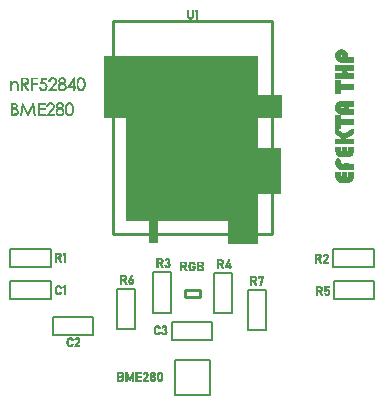
<source format=gbr>
G04 DipTrace 3.2.0.1*
G04 TopSilk.gbr*
%MOIN*%
G04 #@! TF.FileFunction,Legend,Top*
G04 #@! TF.Part,Single*
%ADD10C,0.009843*%
%ADD12C,0.003*%
%ADD13C,0.001969*%
%ADD14C,0.002625*%
%ADD18C,0.007874*%
%ADD25C,0.005906*%
%FSLAX26Y26*%
G04*
G70*
G90*
G75*
G01*
G04 TopSilk*
%LPD*%
X-265754Y629921D2*
D10*
X265689D1*
Y-78805D1*
X-265754D1*
Y629921D1*
G36*
X-294856Y513391D2*
X-213785D1*
Y309886D1*
X-294856D1*
Y513391D1*
G37*
G36*
X216124Y208211D2*
X296870D1*
Y55120D1*
X216124D1*
Y208211D1*
G37*
G36*
X213006Y385392D2*
X298039D1*
Y309117D1*
X213006D1*
Y385392D1*
G37*
G36*
X118293Y-35394D2*
X219307D1*
Y-110285D1*
X118293D1*
Y-35394D1*
G37*
G36*
X-144667Y-30545D2*
X-114591D1*
Y-108669D1*
X-144667D1*
Y-30545D1*
G37*
G36*
X-219697Y513391D2*
X218917D1*
Y-35394D1*
X-219697D1*
Y513391D1*
G37*
X-59055Y-498413D2*
D25*
X59055D1*
Y-616524D1*
X-59055D1*
Y-498413D1*
X-25704Y-289798D2*
D10*
X25480D1*
Y-266170D1*
X-25704D1*
Y-289798D1*
X39260Y-317357D2*
X470535Y-127773D2*
D18*
X604636D1*
Y-187862D1*
X470535D1*
Y-127773D1*
X-68331Y-370274D2*
X65770D1*
Y-430364D1*
X-68331D1*
Y-370274D1*
X472307Y-235361D2*
X606408D1*
Y-295450D1*
X472307D1*
Y-235361D1*
X184619Y-264722D2*
X244709D1*
Y-398823D1*
X184619D1*
Y-264722D1*
X-250757Y-260311D2*
X-190668D1*
Y-394412D1*
X-250757D1*
Y-260311D1*
X-463487Y-353741D2*
X-329386D1*
Y-413831D1*
X-463487D1*
Y-353741D1*
X-606472Y-234215D2*
X-472371D1*
Y-294304D1*
X-606472D1*
Y-234215D1*
X-606445Y-127298D2*
X-472344D1*
Y-187387D1*
X-606445D1*
Y-127298D1*
X-129822Y-206029D2*
X-69732D1*
Y-340130D1*
X-129822D1*
Y-206029D1*
X71946Y-207105D2*
X132035D1*
Y-341206D1*
X71946D1*
Y-207105D1*
X-450479Y-249211D2*
D13*
X-444573D1*
X-428825D2*
X-424888D1*
X-452368Y-250196D2*
X-442836D1*
X-430223D2*
X-424888D1*
X-453883Y-251180D2*
X-441402D1*
X-431325D2*
X-424888D1*
X-455024Y-252164D2*
X-440328D1*
X-432177D2*
X-424888D1*
X-455861Y-253148D2*
X-449297D1*
X-445755D2*
X-439475D1*
X-432480D2*
X-424888D1*
X-456481Y-254133D2*
X-450823D1*
X-444233D2*
X-438757D1*
X-432652D2*
X-429810D1*
X-427841D2*
X-424888D1*
X-456917Y-255117D2*
X-452007D1*
X-443070D2*
X-438233D1*
X-432762D2*
X-431778D1*
X-427841D2*
X-424888D1*
X-457199Y-256101D2*
X-452877D1*
X-442255D2*
X-437911D1*
X-427841D2*
X-424888D1*
X-457446Y-257085D2*
X-453514D1*
X-441621D2*
X-437684D1*
X-427841D2*
X-424888D1*
X-457735Y-258070D2*
X-453955D1*
X-427841D2*
X-424888D1*
X-458008Y-259054D2*
X-454206D1*
X-427841D2*
X-424888D1*
X-458188Y-260038D2*
X-454329D1*
X-427841D2*
X-424888D1*
X-458282Y-261022D2*
X-454382D1*
X-427841D2*
X-424888D1*
X-458325Y-262007D2*
X-454404D1*
X-427841D2*
X-424888D1*
X-458343Y-262991D2*
X-454412D1*
X-427841D2*
X-424888D1*
X-458349Y-263975D2*
X-454415D1*
X-427841D2*
X-424888D1*
X-458352Y-264959D2*
X-454416D1*
X-427841D2*
X-424888D1*
X-458349Y-265944D2*
X-454416D1*
X-427841D2*
X-424888D1*
X-458314Y-266928D2*
X-454412D1*
X-427841D2*
X-424888D1*
X-458189Y-267912D2*
X-454378D1*
X-427841D2*
X-424888D1*
X-457953Y-268896D2*
X-454248D1*
X-427841D2*
X-424888D1*
X-457697Y-269881D2*
X-453974D1*
X-427841D2*
X-424888D1*
X-457491Y-270865D2*
X-453554D1*
X-441621D2*
X-437684D1*
X-427841D2*
X-424888D1*
X-457270Y-271849D2*
X-452933D1*
X-442204D2*
X-437873D1*
X-427841D2*
X-424888D1*
X-456954Y-272833D2*
X-452110D1*
X-442979D2*
X-438247D1*
X-427841D2*
X-424888D1*
X-456521Y-273818D2*
X-450245D1*
X-444825D2*
X-438780D1*
X-427841D2*
X-424888D1*
X-455935Y-274802D2*
X-447639D1*
X-447420D2*
X-439407D1*
X-427841D2*
X-424888D1*
X-455115Y-275786D2*
X-440234D1*
X-427841D2*
X-424888D1*
X-453945Y-276770D2*
X-441414D1*
X-427841D2*
X-424888D1*
X-452341Y-277755D2*
X-442921D1*
X-427841D2*
X-424888D1*
X-450479Y-278739D2*
X-444573D1*
X-427841D2*
X-424888D1*
X-240885Y-214885D2*
X-226121D1*
X-204467D2*
X-201514D1*
X-240885Y-215869D2*
X-224686D1*
X-205295D2*
X-201888D1*
X-240885Y-216853D2*
X-223458D1*
X-206001D2*
X-202311D1*
X-240885Y-217837D2*
X-222490D1*
X-206601D2*
X-202768D1*
X-240885Y-218822D2*
X-236948D1*
X-227454D2*
X-221808D1*
X-207143D2*
X-203247D1*
X-240885Y-219806D2*
X-236948D1*
X-226177D2*
X-221324D1*
X-207654D2*
X-203732D1*
X-240885Y-220790D2*
X-236948D1*
X-225282D2*
X-220918D1*
X-208154D2*
X-204223D1*
X-240885Y-221774D2*
X-236948D1*
X-224611D2*
X-220597D1*
X-208648D2*
X-204713D1*
X-240885Y-222759D2*
X-236948D1*
X-224413D2*
X-220431D1*
X-209142D2*
X-205203D1*
X-240885Y-223743D2*
X-236948D1*
X-224338D2*
X-220454D1*
X-209634D2*
X-205669D1*
X-240885Y-224727D2*
X-236948D1*
X-224585D2*
X-220648D1*
X-210127D2*
X-206078D1*
X-240885Y-225711D2*
X-236948D1*
X-225245D2*
X-220920D1*
X-210618D2*
X-206436D1*
X-240885Y-226696D2*
X-236948D1*
X-227837D2*
X-221249D1*
X-211107D2*
X-203634D1*
X-240885Y-227680D2*
X-236948D1*
X-232284D2*
X-221741D1*
X-211568D2*
X-201523D1*
X-240885Y-228664D2*
X-222465D1*
X-211966D2*
X-200005D1*
X-240885Y-229648D2*
X-223388D1*
X-212313D2*
X-198931D1*
X-240885Y-230633D2*
X-224347D1*
X-212660D2*
X-207382D1*
X-203832D2*
X-198124D1*
X-240885Y-231617D2*
X-225189D1*
X-212961D2*
X-208237D1*
X-202555D2*
X-197842D1*
X-240885Y-232601D2*
X-236948D1*
X-230214D2*
X-225393D1*
X-213153D2*
X-208947D1*
X-201660D2*
X-197690D1*
X-240885Y-233585D2*
X-236948D1*
X-229508D2*
X-225122D1*
X-213252D2*
X-209511D1*
X-200989D2*
X-197622D1*
X-240885Y-234570D2*
X-236948D1*
X-228908D2*
X-224668D1*
X-213296D2*
X-209889D1*
X-200757D2*
X-197594D1*
X-240885Y-235554D2*
X-236948D1*
X-228366D2*
X-224092D1*
X-213315D2*
X-210097D1*
X-200664D2*
X-197583D1*
X-240885Y-236538D2*
X-236948D1*
X-227855D2*
X-223512D1*
X-213318D2*
X-209870D1*
X-200739D2*
X-197583D1*
X-240885Y-237522D2*
X-236948D1*
X-227355D2*
X-222967D1*
X-213286D2*
X-209476D1*
X-200947D2*
X-197617D1*
X-240885Y-238507D2*
X-236948D1*
X-226861D2*
X-222448D1*
X-213157D2*
X-208953D1*
X-201525D2*
X-197745D1*
X-240885Y-239491D2*
X-236948D1*
X-226367D2*
X-221945D1*
X-212883D2*
X-207653D1*
X-203091D2*
X-198019D1*
X-240885Y-240475D2*
X-236948D1*
X-225875D2*
X-221448D1*
X-212463D2*
X-205759D1*
X-205492D2*
X-198439D1*
X-240885Y-241459D2*
X-236948D1*
X-225385D2*
X-220952D1*
X-211855D2*
X-199048D1*
X-240885Y-242444D2*
X-236948D1*
X-224919D2*
X-220433D1*
X-210960D2*
X-199943D1*
X-240885Y-243428D2*
X-236948D1*
X-224509D2*
X-219858D1*
X-209764D2*
X-201139D1*
X-240885Y-244412D2*
X-236948D1*
X-224152D2*
X-219231D1*
X-208404D2*
X-202499D1*
X-411530Y-423050D2*
X-405625D1*
X-387908D2*
X-381018D1*
X-413419Y-424034D2*
X-403887D1*
X-389309D2*
X-379736D1*
X-414934Y-425018D2*
X-402453D1*
X-390446D2*
X-378747D1*
X-416075Y-426003D2*
X-401379D1*
X-391299D2*
X-378004D1*
X-416912Y-426987D2*
X-410349D1*
X-406806D2*
X-400526D1*
X-391931D2*
X-386578D1*
X-383222D2*
X-377403D1*
X-417532Y-427971D2*
X-411874D1*
X-405284D2*
X-399808D1*
X-392372D2*
X-387889D1*
X-381826D2*
X-376905D1*
X-417968Y-428955D2*
X-413059D1*
X-404121D2*
X-399284D1*
X-392641D2*
X-388930D1*
X-380753D2*
X-376558D1*
X-418251Y-429940D2*
X-413928D1*
X-403306D2*
X-398962D1*
X-392829D2*
X-389877D1*
X-380331D2*
X-376368D1*
X-418497Y-430924D2*
X-414566D1*
X-402672D2*
X-398735D1*
X-380326D2*
X-376561D1*
X-418786Y-431908D2*
X-415006D1*
X-380524D2*
X-376814D1*
X-419060Y-432892D2*
X-415257D1*
X-380873D2*
X-377099D1*
X-419239Y-433877D2*
X-415380D1*
X-381307D2*
X-377458D1*
X-419333Y-434861D2*
X-415433D1*
X-381810D2*
X-377909D1*
X-419376Y-435845D2*
X-415455D1*
X-382417D2*
X-378462D1*
X-419394Y-436829D2*
X-415463D1*
X-383143D2*
X-379087D1*
X-419400Y-437814D2*
X-415466D1*
X-383889D2*
X-379719D1*
X-419403Y-438798D2*
X-415467D1*
X-384588D2*
X-380395D1*
X-419400Y-439782D2*
X-415467D1*
X-385299D2*
X-381153D1*
X-419366Y-440766D2*
X-415463D1*
X-386101D2*
X-381912D1*
X-419240Y-441751D2*
X-415429D1*
X-386956D2*
X-382616D1*
X-419005Y-442735D2*
X-415299D1*
X-387772D2*
X-383326D1*
X-418748Y-443719D2*
X-415025D1*
X-388503D2*
X-384097D1*
X-418542Y-444703D2*
X-414605D1*
X-402672D2*
X-398735D1*
X-389225D2*
X-384862D1*
X-418322Y-445688D2*
X-413984D1*
X-403255D2*
X-398925D1*
X-390000D2*
X-385568D1*
X-418006Y-446672D2*
X-413161D1*
X-404030D2*
X-399299D1*
X-390763D2*
X-386282D1*
X-417572Y-447656D2*
X-411296D1*
X-405876D2*
X-399832D1*
X-391431D2*
X-387087D1*
X-416987Y-448640D2*
X-408690D1*
X-408471D2*
X-400459D1*
X-391982D2*
X-387973D1*
X-416166Y-449625D2*
X-401285D1*
X-392388D2*
X-376097D1*
X-414996Y-450609D2*
X-402465D1*
X-392627D2*
X-376097D1*
X-413392Y-451593D2*
X-403972D1*
X-392751D2*
X-376097D1*
X-411530Y-452577D2*
X-405625D1*
X-392829D2*
X-376097D1*
X-121192Y-383314D2*
X-115286D1*
X-97570D2*
X-91664D1*
X-123081Y-384298D2*
X-113549D1*
X-98971D2*
X-90229D1*
X-124596Y-385282D2*
X-112115D1*
X-100108D2*
X-89001D1*
X-125737Y-386266D2*
X-111041D1*
X-100961D2*
X-88037D1*
X-126574Y-387251D2*
X-120010D1*
X-116468D2*
X-110187D1*
X-101592D2*
X-96585D1*
X-92998D2*
X-87281D1*
X-127193Y-388235D2*
X-121535D1*
X-114945D2*
X-109469D1*
X-102034D2*
X-97570D1*
X-91720D2*
X-87004D1*
X-127629Y-389219D2*
X-122720D1*
X-113782D2*
X-108945D1*
X-102302D2*
X-98554D1*
X-90829D2*
X-86854D1*
X-127912Y-390203D2*
X-123590D1*
X-112967D2*
X-108623D1*
X-102491D2*
X-99538D1*
X-90170D2*
X-86790D1*
X-128159Y-391188D2*
X-124227D1*
X-112333D2*
X-108396D1*
X-89998D2*
X-86797D1*
X-128447Y-392172D2*
X-124668D1*
X-90255D2*
X-86916D1*
X-128721Y-393156D2*
X-124919D1*
X-90680D2*
X-87190D1*
X-128901Y-394140D2*
X-125041D1*
X-91787D2*
X-87643D1*
X-128995Y-395125D2*
X-125095D1*
X-93109D2*
X-88363D1*
X-129038Y-396109D2*
X-125116D1*
X-94402D2*
X-89425D1*
X-129055Y-397093D2*
X-125124D1*
X-95044D2*
X-90680D1*
X-129062Y-398077D2*
X-125127D1*
X-95248D2*
X-89515D1*
X-129064Y-399062D2*
X-125128D1*
X-93894D2*
X-88516D1*
X-129061Y-400046D2*
X-125128D1*
X-92452D2*
X-87730D1*
X-129027Y-401030D2*
X-125125D1*
X-91259D2*
X-87096D1*
X-128902Y-402014D2*
X-125090D1*
X-90330D2*
X-86576D1*
X-128666Y-402999D2*
X-124961D1*
X-90002D2*
X-86187D1*
X-128410Y-403983D2*
X-124687D1*
X-89829D2*
X-85960D1*
X-128204Y-404967D2*
X-124267D1*
X-112333D2*
X-108396D1*
X-89792D2*
X-85880D1*
X-127983Y-405951D2*
X-123645D1*
X-112916D2*
X-108586D1*
X-103475D2*
X-99538D1*
X-89856D2*
X-85959D1*
X-127667Y-406936D2*
X-122823D1*
X-113692D2*
X-108960D1*
X-103097D2*
X-98890D1*
X-90393D2*
X-86209D1*
X-127234Y-407920D2*
X-120958D1*
X-115537D2*
X-109493D1*
X-102640D2*
X-97179D1*
X-92076D2*
X-86586D1*
X-126648Y-408904D2*
X-118352D1*
X-118133D2*
X-110120D1*
X-102049D2*
X-94666D1*
X-94575D2*
X-87068D1*
X-125827Y-409888D2*
X-110946D1*
X-101264D2*
X-87738D1*
X-124657Y-410873D2*
X-112127D1*
X-100245D2*
X-88744D1*
X-123054Y-411857D2*
X-113634D1*
X-98977D2*
X-90117D1*
X-121192Y-412841D2*
X-115286D1*
X-97570D2*
X-91664D1*
X-458627Y-141324D2*
X-443864D1*
X-428115D2*
X-424178D1*
X-458627Y-142308D2*
X-442429D1*
X-429513D2*
X-424178D1*
X-458627Y-143293D2*
X-441200D1*
X-430615D2*
X-424178D1*
X-458627Y-144277D2*
X-440233D1*
X-431467D2*
X-424178D1*
X-458627Y-145261D2*
X-454690D1*
X-445197D2*
X-439550D1*
X-431771D2*
X-424178D1*
X-458627Y-146245D2*
X-454690D1*
X-443920D2*
X-439067D1*
X-431942D2*
X-429100D1*
X-427131D2*
X-424178D1*
X-458627Y-147230D2*
X-454690D1*
X-443025D2*
X-438661D1*
X-432052D2*
X-431068D1*
X-427131D2*
X-424178D1*
X-458627Y-148214D2*
X-454690D1*
X-442354D2*
X-438339D1*
X-427131D2*
X-424178D1*
X-458627Y-149198D2*
X-454690D1*
X-442155D2*
X-438174D1*
X-427131D2*
X-424178D1*
X-458627Y-150182D2*
X-454690D1*
X-442081D2*
X-438197D1*
X-427131D2*
X-424178D1*
X-458627Y-151167D2*
X-454690D1*
X-442328D2*
X-438391D1*
X-427131D2*
X-424178D1*
X-458627Y-152151D2*
X-454690D1*
X-442987D2*
X-438663D1*
X-427131D2*
X-424178D1*
X-458627Y-153135D2*
X-454690D1*
X-445580D2*
X-438992D1*
X-427131D2*
X-424178D1*
X-458627Y-154119D2*
X-454690D1*
X-450027D2*
X-439484D1*
X-427131D2*
X-424178D1*
X-458627Y-155104D2*
X-440207D1*
X-427131D2*
X-424178D1*
X-458627Y-156088D2*
X-441131D1*
X-427131D2*
X-424178D1*
X-458627Y-157072D2*
X-442090D1*
X-427131D2*
X-424178D1*
X-458627Y-158056D2*
X-442932D1*
X-427131D2*
X-424178D1*
X-458627Y-159041D2*
X-454690D1*
X-447956D2*
X-443136D1*
X-427131D2*
X-424178D1*
X-458627Y-160025D2*
X-454690D1*
X-447251D2*
X-442864D1*
X-427131D2*
X-424178D1*
X-458627Y-161009D2*
X-454690D1*
X-446651D2*
X-442411D1*
X-427131D2*
X-424178D1*
X-458627Y-161993D2*
X-454690D1*
X-446109D2*
X-441835D1*
X-427131D2*
X-424178D1*
X-458627Y-162978D2*
X-454690D1*
X-445598D2*
X-441255D1*
X-427131D2*
X-424178D1*
X-458627Y-163962D2*
X-454690D1*
X-445098D2*
X-440710D1*
X-427131D2*
X-424178D1*
X-458627Y-164946D2*
X-454690D1*
X-444604D2*
X-440191D1*
X-427131D2*
X-424178D1*
X-458627Y-165930D2*
X-454690D1*
X-444110D2*
X-439688D1*
X-427131D2*
X-424178D1*
X-458627Y-166915D2*
X-454690D1*
X-443618D2*
X-439191D1*
X-427131D2*
X-424178D1*
X-458627Y-167899D2*
X-454690D1*
X-443128D2*
X-438694D1*
X-427131D2*
X-424178D1*
X-458627Y-168883D2*
X-454690D1*
X-442662D2*
X-438175D1*
X-427131D2*
X-424178D1*
X-458627Y-169867D2*
X-454690D1*
X-442252D2*
X-437601D1*
X-427131D2*
X-424178D1*
X-458627Y-170852D2*
X-454690D1*
X-441895D2*
X-436974D1*
X-427131D2*
X-424178D1*
X408165Y-144875D2*
X422929D1*
X440646D2*
X447535D1*
X408165Y-145860D2*
X424364D1*
X439245D2*
X448818D1*
X408165Y-146844D2*
X425592D1*
X438108D2*
X449806D1*
X408165Y-147828D2*
X426560D1*
X437255D2*
X450550D1*
X408165Y-148812D2*
X412102D1*
X421595D2*
X427242D1*
X436623D2*
X441976D1*
X445332D2*
X451151D1*
X408165Y-149797D2*
X412102D1*
X422873D2*
X427726D1*
X436182D2*
X440665D1*
X446727D2*
X451649D1*
X408165Y-150781D2*
X412102D1*
X423768D2*
X428132D1*
X435913D2*
X439624D1*
X447800D2*
X451995D1*
X408165Y-151765D2*
X412102D1*
X424439D2*
X428453D1*
X435724D2*
X438677D1*
X448222D2*
X452186D1*
X408165Y-152749D2*
X412102D1*
X424637D2*
X428619D1*
X448227D2*
X451993D1*
X408165Y-153734D2*
X412102D1*
X424711D2*
X428596D1*
X448030D2*
X451740D1*
X408165Y-154718D2*
X412102D1*
X424465D2*
X428402D1*
X447680D2*
X451455D1*
X408165Y-155702D2*
X412102D1*
X423805D2*
X428129D1*
X447247D2*
X451096D1*
X408165Y-156686D2*
X412102D1*
X421213D2*
X427801D1*
X446744D2*
X450644D1*
X408165Y-157671D2*
X412102D1*
X416765D2*
X427309D1*
X446137D2*
X450091D1*
X408165Y-158655D2*
X426585D1*
X445411D2*
X449467D1*
X408165Y-159639D2*
X425661D1*
X444665D2*
X448835D1*
X408165Y-160623D2*
X424703D1*
X443966D2*
X448158D1*
X408165Y-161608D2*
X423861D1*
X443254D2*
X447401D1*
X408165Y-162592D2*
X412102D1*
X418836D2*
X423657D1*
X442453D2*
X446641D1*
X408165Y-163576D2*
X412102D1*
X419542D2*
X423928D1*
X441598D2*
X445937D1*
X408165Y-164560D2*
X412102D1*
X420142D2*
X424382D1*
X440781D2*
X445228D1*
X408165Y-165545D2*
X412102D1*
X420683D2*
X424958D1*
X440051D2*
X444457D1*
X408165Y-166529D2*
X412102D1*
X421195D2*
X425538D1*
X439329D2*
X443692D1*
X408165Y-167513D2*
X412102D1*
X421695D2*
X426083D1*
X438554D2*
X442986D1*
X408165Y-168497D2*
X412102D1*
X422189D2*
X426602D1*
X437791D2*
X442271D1*
X408165Y-169482D2*
X412102D1*
X422683D2*
X427105D1*
X437123D2*
X441466D1*
X408165Y-170466D2*
X412102D1*
X423175D2*
X427602D1*
X436572D2*
X440581D1*
X408165Y-171450D2*
X412102D1*
X423665D2*
X428098D1*
X436166D2*
X452457D1*
X408165Y-172434D2*
X412102D1*
X424130D2*
X428617D1*
X435926D2*
X452457D1*
X408165Y-173419D2*
X412102D1*
X424540D2*
X429192D1*
X435802D2*
X452457D1*
X408165Y-174403D2*
X412102D1*
X424898D2*
X429819D1*
X435724D2*
X452457D1*
X192239Y-218484D2*
X207003D1*
X219798D2*
X235546D1*
X192239Y-219469D2*
X208437D1*
X219798D2*
X235542D1*
X192239Y-220453D2*
X209666D1*
X219798D2*
X235507D1*
X192239Y-221437D2*
X210633D1*
X219798D2*
X235382D1*
X192239Y-222421D2*
X196176D1*
X205669D2*
X211316D1*
X219798D2*
X222751D1*
X231457D2*
X235142D1*
X192239Y-223406D2*
X196176D1*
X206946D2*
X211799D1*
X219798D2*
X222751D1*
X231209D2*
X234856D1*
X192239Y-224390D2*
X196176D1*
X207842D2*
X212205D1*
X219798D2*
X222751D1*
X230920D2*
X234558D1*
X192239Y-225374D2*
X196176D1*
X208512D2*
X212527D1*
X219798D2*
X222751D1*
X230622D2*
X234231D1*
X192239Y-226358D2*
X196176D1*
X208711D2*
X212693D1*
X219798D2*
X222751D1*
X230291D2*
X233933D1*
X192239Y-227343D2*
X196176D1*
X208785D2*
X212669D1*
X229962D2*
X233710D1*
X192239Y-228327D2*
X196176D1*
X208539D2*
X212475D1*
X229648D2*
X233487D1*
X192239Y-229311D2*
X196176D1*
X207879D2*
X212203D1*
X229314D2*
X233203D1*
X192239Y-230295D2*
X196176D1*
X205286D2*
X211874D1*
X229013D2*
X232898D1*
X192239Y-231280D2*
X196176D1*
X200839D2*
X211382D1*
X228789D2*
X232594D1*
X192239Y-232264D2*
X210659D1*
X228565D2*
X232260D1*
X192239Y-233248D2*
X209735D1*
X228282D2*
X231931D1*
X192239Y-234232D2*
X208776D1*
X227977D2*
X231616D1*
X192239Y-235217D2*
X207934D1*
X227672D2*
X231282D1*
X192239Y-236201D2*
X196176D1*
X202910D2*
X207731D1*
X227339D2*
X230982D1*
X192239Y-237185D2*
X196176D1*
X203615D2*
X208002D1*
X227010D2*
X230758D1*
X192239Y-238169D2*
X196176D1*
X204215D2*
X208455D1*
X226695D2*
X230534D1*
X192239Y-239154D2*
X196176D1*
X204757D2*
X209031D1*
X226361D2*
X230250D1*
X192239Y-240138D2*
X196176D1*
X205268D2*
X209611D1*
X226061D2*
X229945D1*
X192239Y-241122D2*
X196176D1*
X205769D2*
X210156D1*
X225836D2*
X229641D1*
X192239Y-242106D2*
X196176D1*
X206263D2*
X210675D1*
X225613D2*
X229308D1*
X192239Y-243091D2*
X196176D1*
X206756D2*
X211178D1*
X225329D2*
X228978D1*
X192239Y-244075D2*
X196176D1*
X207248D2*
X211676D1*
X225024D2*
X228663D1*
X192239Y-245059D2*
X196176D1*
X207738D2*
X212172D1*
X224719D2*
X228329D1*
X192239Y-246043D2*
X196176D1*
X208204D2*
X212691D1*
X224381D2*
X228030D1*
X192239Y-247028D2*
X196176D1*
X208614D2*
X213265D1*
X224044D2*
X227825D1*
X192239Y-248012D2*
X196176D1*
X208971D2*
X213892D1*
X223735D2*
X227672D1*
X411846Y-252521D2*
X426610D1*
X440390D2*
X455154D1*
X411846Y-253505D2*
X428045D1*
X440390D2*
X455154D1*
X411846Y-254490D2*
X429273D1*
X440390D2*
X455154D1*
X411846Y-255474D2*
X430241D1*
X440390D2*
X455154D1*
X411846Y-256458D2*
X415783D1*
X425277D2*
X430923D1*
X440390D2*
X444327D1*
X411846Y-257442D2*
X415783D1*
X426554D2*
X431407D1*
X440390D2*
X444327D1*
X411846Y-258427D2*
X415783D1*
X427449D2*
X431813D1*
X440390D2*
X444327D1*
X411846Y-259411D2*
X415783D1*
X428120D2*
X432134D1*
X440390D2*
X444331D1*
X411846Y-260395D2*
X415783D1*
X428318D2*
X432300D1*
X440390D2*
X444368D1*
X411846Y-261379D2*
X415783D1*
X428393D2*
X432277D1*
X440390D2*
X444520D1*
X411846Y-262364D2*
X415783D1*
X428146D2*
X432083D1*
X440390D2*
X444857D1*
X446295D2*
X451217D1*
X411846Y-263348D2*
X415783D1*
X427486D2*
X431811D1*
X440390D2*
X452618D1*
X411846Y-264332D2*
X415783D1*
X424894D2*
X431482D1*
X440390D2*
X453755D1*
X411846Y-265316D2*
X415783D1*
X420446D2*
X430990D1*
X440390D2*
X454608D1*
X411846Y-266301D2*
X430266D1*
X440390D2*
X446476D1*
X450195D2*
X455239D1*
X411846Y-267285D2*
X429343D1*
X440390D2*
X444853D1*
X451049D2*
X455678D1*
X411846Y-268269D2*
X428384D1*
X440390D2*
X443343D1*
X451759D2*
X455928D1*
X411846Y-269253D2*
X427542D1*
X452327D2*
X456051D1*
X411846Y-270238D2*
X415783D1*
X422517D2*
X427338D1*
X452740D2*
X456104D1*
X411846Y-271222D2*
X415783D1*
X423223D2*
X427609D1*
X452977D2*
X456125D1*
X411846Y-272206D2*
X415783D1*
X423823D2*
X428063D1*
X453061D2*
X456133D1*
X411846Y-273190D2*
X415783D1*
X424365D2*
X428639D1*
X452984D2*
X456136D1*
X411846Y-274175D2*
X415783D1*
X424876D2*
X429219D1*
X452731D2*
X456133D1*
X411846Y-275159D2*
X415783D1*
X425376D2*
X429764D1*
X440390D2*
X443343D1*
X452311D2*
X456099D1*
X411846Y-276143D2*
X415783D1*
X425870D2*
X430283D1*
X440546D2*
X443990D1*
X451771D2*
X455970D1*
X411846Y-277127D2*
X415783D1*
X426364D2*
X430786D1*
X440828D2*
X445702D1*
X450468D2*
X455696D1*
X411846Y-278112D2*
X415783D1*
X426856D2*
X431283D1*
X441251D2*
X448215D1*
X448573D2*
X455276D1*
X411846Y-279096D2*
X415783D1*
X427346D2*
X431779D1*
X441860D2*
X454667D1*
X411846Y-280080D2*
X415783D1*
X427812D2*
X432298D1*
X442755D2*
X453773D1*
X411846Y-281064D2*
X415783D1*
X428222D2*
X432873D1*
X443951D2*
X452577D1*
X411846Y-282049D2*
X415783D1*
X428579D2*
X433500D1*
X445311D2*
X451217D1*
X-119419Y-159455D2*
X-104655D1*
X-86938D2*
X-81033D1*
X-119419Y-160440D2*
X-103220D1*
X-88339D2*
X-79598D1*
X-119419Y-161424D2*
X-101992D1*
X-89476D2*
X-78370D1*
X-119419Y-162408D2*
X-101024D1*
X-90329D2*
X-77406D1*
X-119419Y-163392D2*
X-115482D1*
X-105988D2*
X-100342D1*
X-90961D2*
X-85954D1*
X-82366D2*
X-76650D1*
X-119419Y-164377D2*
X-115482D1*
X-104711D2*
X-99858D1*
X-91402D2*
X-86938D1*
X-81089D2*
X-76373D1*
X-119419Y-165361D2*
X-115482D1*
X-103816D2*
X-99452D1*
X-91671D2*
X-87923D1*
X-80198D2*
X-76223D1*
X-119419Y-166345D2*
X-115482D1*
X-103145D2*
X-99131D1*
X-91860D2*
X-88907D1*
X-79538D2*
X-76159D1*
X-119419Y-167329D2*
X-115482D1*
X-102947D2*
X-98965D1*
X-79366D2*
X-76166D1*
X-119419Y-168314D2*
X-115482D1*
X-102873D2*
X-98988D1*
X-79624D2*
X-76285D1*
X-119419Y-169298D2*
X-115482D1*
X-103119D2*
X-99182D1*
X-80049D2*
X-76559D1*
X-119419Y-170282D2*
X-115482D1*
X-103779D2*
X-99455D1*
X-81156D2*
X-77011D1*
X-119419Y-171266D2*
X-115482D1*
X-106371D2*
X-99783D1*
X-82478D2*
X-77732D1*
X-119419Y-172251D2*
X-115482D1*
X-110819D2*
X-100275D1*
X-83771D2*
X-78794D1*
X-119419Y-173235D2*
X-100999D1*
X-84413D2*
X-80049D1*
X-119419Y-174219D2*
X-101923D1*
X-84616D2*
X-78884D1*
X-119419Y-175203D2*
X-102881D1*
X-83263D2*
X-77885D1*
X-119419Y-176188D2*
X-103723D1*
X-81821D2*
X-77098D1*
X-119419Y-177172D2*
X-115482D1*
X-108748D2*
X-103927D1*
X-80628D2*
X-76464D1*
X-119419Y-178156D2*
X-115482D1*
X-108042D2*
X-103656D1*
X-79699D2*
X-75944D1*
X-119419Y-179140D2*
X-115482D1*
X-107442D2*
X-103202D1*
X-79371D2*
X-75555D1*
X-119419Y-180125D2*
X-115482D1*
X-106901D2*
X-102626D1*
X-79198D2*
X-75329D1*
X-119419Y-181109D2*
X-115482D1*
X-106389D2*
X-102046D1*
X-79161D2*
X-75249D1*
X-119419Y-182093D2*
X-115482D1*
X-105889D2*
X-101501D1*
X-92844D2*
X-88907D1*
X-79224D2*
X-75327D1*
X-119419Y-183077D2*
X-115482D1*
X-105395D2*
X-100982D1*
X-92466D2*
X-88259D1*
X-79762D2*
X-75577D1*
X-119419Y-184062D2*
X-115482D1*
X-104901D2*
X-100479D1*
X-92008D2*
X-86548D1*
X-81444D2*
X-75955D1*
X-119419Y-185046D2*
X-115482D1*
X-104409D2*
X-99982D1*
X-91418D2*
X-84035D1*
X-83944D2*
X-76437D1*
X-119419Y-186030D2*
X-115482D1*
X-103919D2*
X-99486D1*
X-90632D2*
X-77107D1*
X-119419Y-187014D2*
X-115482D1*
X-103454D2*
X-98967D1*
X-89613D2*
X-78113D1*
X-119419Y-187999D2*
X-115482D1*
X-103044D2*
X-98392D1*
X-88346D2*
X-79486D1*
X-119419Y-188983D2*
X-115482D1*
X-102686D2*
X-97765D1*
X-86938D2*
X-81033D1*
X-17717Y669291D2*
X-14764D1*
X-984D2*
X2953D1*
X12795D2*
X16732D1*
X-17717Y668307D2*
X-14764D1*
X-984D2*
X2953D1*
X11398D2*
X16732D1*
X-17717Y667323D2*
X-14764D1*
X-984D2*
X2953D1*
X10296D2*
X16732D1*
X-17717Y666339D2*
X-14764D1*
X-984D2*
X2953D1*
X9444D2*
X16732D1*
X-17717Y665354D2*
X-14764D1*
X-984D2*
X2953D1*
X9140D2*
X16732D1*
X-17717Y664370D2*
X-14764D1*
X-984D2*
X2953D1*
X8969D2*
X11811D1*
X13780D2*
X16732D1*
X-17717Y663386D2*
X-14764D1*
X-984D2*
X2953D1*
X8858D2*
X9843D1*
X13780D2*
X16732D1*
X-17717Y662402D2*
X-14764D1*
X-984D2*
X2953D1*
X13780D2*
X16732D1*
X-17717Y661417D2*
X-14764D1*
X-984D2*
X2953D1*
X13780D2*
X16732D1*
X-17717Y660433D2*
X-14764D1*
X-984D2*
X2953D1*
X13780D2*
X16732D1*
X-17717Y659449D2*
X-14764D1*
X-984D2*
X2953D1*
X13780D2*
X16732D1*
X-17717Y658465D2*
X-14764D1*
X-984D2*
X2953D1*
X13780D2*
X16732D1*
X-17717Y657480D2*
X-14764D1*
X-984D2*
X2953D1*
X13780D2*
X16732D1*
X-17717Y656496D2*
X-14764D1*
X-984D2*
X2953D1*
X13780D2*
X16732D1*
X-17717Y655512D2*
X-14764D1*
X-984D2*
X2953D1*
X13780D2*
X16732D1*
X-17717Y654528D2*
X-14764D1*
X-984D2*
X2953D1*
X13780D2*
X16732D1*
X-17717Y653543D2*
X-14764D1*
X-984D2*
X2953D1*
X13780D2*
X16732D1*
X-17717Y652559D2*
X-14764D1*
X-984D2*
X2953D1*
X13780D2*
X16732D1*
X-17717Y651575D2*
X-14760D1*
X-984D2*
X2953D1*
X13780D2*
X16732D1*
X-17717Y650591D2*
X-14725D1*
X-988D2*
X2949D1*
X13780D2*
X16732D1*
X-17717Y649606D2*
X-14596D1*
X-1023D2*
X2914D1*
X13780D2*
X16732D1*
X-17713Y648622D2*
X-14322D1*
X-1152D2*
X2789D1*
X13780D2*
X16732D1*
X-17678Y647638D2*
X-13898D1*
X-1434D2*
X2549D1*
X13780D2*
X16732D1*
X-17549Y646654D2*
X-13242D1*
X-1827D2*
X2258D1*
X13780D2*
X16732D1*
X-17275Y645669D2*
X-12339D1*
X-2651D2*
X1923D1*
X13780D2*
X16732D1*
X-16858Y644685D2*
X-10196D1*
X-4683D2*
X1432D1*
X13780D2*
X16732D1*
X-16279Y643701D2*
X-7288D1*
X-7522D2*
X735D1*
X13780D2*
X16732D1*
X-15461Y642717D2*
X-144D1*
X13780D2*
X16732D1*
X-14292Y641732D2*
X-1217D1*
X13780D2*
X16732D1*
X-12689Y640748D2*
X-2512D1*
X13780D2*
X16732D1*
X-10827Y639764D2*
X-3937D1*
X13780D2*
X16732D1*
X-250373Y-538707D2*
X-235609D1*
X-222814D2*
X-218877D1*
X-201160D2*
X-197223D1*
X-189349D2*
X-170648D1*
X-159822D2*
X-152932D1*
X-136199D2*
X-130294D1*
X-111593D2*
X-105688D1*
X-250373Y-539692D2*
X-233872D1*
X-222814D2*
X-218536D1*
X-201500D2*
X-197223D1*
X-189349D2*
X-170648D1*
X-161223D2*
X-151649D1*
X-137634D2*
X-128675D1*
X-113028D2*
X-104253D1*
X-250373Y-540676D2*
X-232601D1*
X-222814D2*
X-218209D1*
X-201828D2*
X-197223D1*
X-189349D2*
X-170648D1*
X-162360D2*
X-150661D1*
X-138863D2*
X-127394D1*
X-114256D2*
X-103024D1*
X-250373Y-541660D2*
X-231715D1*
X-222814D2*
X-217893D1*
X-202144D2*
X-197223D1*
X-189349D2*
X-170648D1*
X-163213D2*
X-149918D1*
X-139826D2*
X-126464D1*
X-115220D2*
X-102061D1*
X-250373Y-542644D2*
X-246436D1*
X-235650D2*
X-231050D1*
X-222814D2*
X-217526D1*
X-202511D2*
X-197223D1*
X-189349D2*
X-185412D1*
X-163844D2*
X-158491D1*
X-155135D2*
X-149316D1*
X-140582D2*
X-134866D1*
X-131513D2*
X-125766D1*
X-115976D2*
X-110374D1*
X-106907D2*
X-101305D1*
X-250373Y-543629D2*
X-246436D1*
X-234831D2*
X-230522D1*
X-222814D2*
X-217101D1*
X-202936D2*
X-197223D1*
X-189349D2*
X-185412D1*
X-164286D2*
X-159802D1*
X-153740D2*
X-148818D1*
X-140859D2*
X-136143D1*
X-130118D2*
X-125221D1*
X-116290D2*
X-111769D1*
X-105511D2*
X-101028D1*
X-250373Y-544613D2*
X-246436D1*
X-234246D2*
X-230135D1*
X-222814D2*
X-216641D1*
X-203395D2*
X-197223D1*
X-189349D2*
X-185412D1*
X-164554D2*
X-160843D1*
X-152667D2*
X-148472D1*
X-141009D2*
X-137035D1*
X-129045D2*
X-124826D1*
X-116567D2*
X-112842D1*
X-104438D2*
X-100878D1*
X-250373Y-545597D2*
X-246436D1*
X-233918D2*
X-229939D1*
X-222814D2*
X-216162D1*
X-203875D2*
X-197223D1*
X-189349D2*
X-185412D1*
X-164743D2*
X-161790D1*
X-152245D2*
X-148281D1*
X-141073D2*
X-137694D1*
X-128676D2*
X-124626D1*
X-116870D2*
X-113215D1*
X-104065D2*
X-100810D1*
X-250373Y-546581D2*
X-246436D1*
X-233796D2*
X-229954D1*
X-222814D2*
X-215675D1*
X-204361D2*
X-197223D1*
X-189349D2*
X-185412D1*
X-152240D2*
X-148474D1*
X-141066D2*
X-137866D1*
X-128518D2*
X-124640D1*
X-117150D2*
X-113415D1*
X-103866D2*
X-100783D1*
X-250373Y-547566D2*
X-246436D1*
X-233801D2*
X-230178D1*
X-222814D2*
X-215188D1*
X-204849D2*
X-197223D1*
X-189349D2*
X-185412D1*
X-152437D2*
X-148727D1*
X-140947D2*
X-137692D1*
X-128510D2*
X-124863D1*
X-117332D2*
X-113505D1*
X-103776D2*
X-100772D1*
X-250373Y-548550D2*
X-246436D1*
X-234316D2*
X-230573D1*
X-222814D2*
X-214728D1*
X-205309D2*
X-197223D1*
X-189349D2*
X-185412D1*
X-152787D2*
X-149012D1*
X-140677D2*
X-137152D1*
X-129031D2*
X-125259D1*
X-117427D2*
X-113541D1*
X-103740D2*
X-100768D1*
X-250373Y-549534D2*
X-246436D1*
X-236747D2*
X-231133D1*
X-222814D2*
X-214330D1*
X-205707D2*
X-197223D1*
X-189349D2*
X-185412D1*
X-153220D2*
X-149371D1*
X-140262D2*
X-135598D1*
X-130709D2*
X-125822D1*
X-117470D2*
X-113554D1*
X-103726D2*
X-100767D1*
X-250373Y-550518D2*
X-246436D1*
X-240992D2*
X-231831D1*
X-222814D2*
X-213980D1*
X-206057D2*
X-203281D1*
X-201160D2*
X-197223D1*
X-189349D2*
X-185412D1*
X-153723D2*
X-149823D1*
X-139694D2*
X-133203D1*
X-133206D2*
X-126562D1*
X-117488D2*
X-113559D1*
X-103722D2*
X-100767D1*
X-250373Y-551503D2*
X-232493D1*
X-222814D2*
X-218877D1*
X-216752D2*
X-213598D1*
X-206438D2*
X-203529D1*
X-201160D2*
X-197223D1*
X-189349D2*
X-185412D1*
X-154331D2*
X-150376D1*
X-138968D2*
X-127420D1*
X-117495D2*
X-113561D1*
X-103720D2*
X-100766D1*
X-250373Y-552487D2*
X-233013D1*
X-222814D2*
X-218877D1*
X-216474D2*
X-213167D1*
X-206869D2*
X-203818D1*
X-201160D2*
X-197223D1*
X-189349D2*
X-172617D1*
X-155056D2*
X-151000D1*
X-138168D2*
X-128325D1*
X-117497D2*
X-113561D1*
X-103719D2*
X-100766D1*
X-250373Y-553471D2*
X-232928D1*
X-222814D2*
X-218877D1*
X-216089D2*
X-212705D1*
X-207331D2*
X-204120D1*
X-201160D2*
X-197223D1*
X-189349D2*
X-172617D1*
X-155802D2*
X-151632D1*
X-139115D2*
X-127345D1*
X-117498D2*
X-113562D1*
X-103719D2*
X-100766D1*
X-250373Y-554455D2*
X-232317D1*
X-222814D2*
X-218877D1*
X-215647D2*
X-212225D1*
X-207812D2*
X-204481D1*
X-201160D2*
X-197223D1*
X-189349D2*
X-172617D1*
X-156501D2*
X-152309D1*
X-139969D2*
X-126399D1*
X-117499D2*
X-113562D1*
X-103719D2*
X-100766D1*
X-250373Y-555440D2*
X-246436D1*
X-235646D2*
X-231569D1*
X-222814D2*
X-218877D1*
X-215174D2*
X-211735D1*
X-208301D2*
X-204905D1*
X-201160D2*
X-197223D1*
X-189349D2*
X-172617D1*
X-157213D2*
X-153066D1*
X-140679D2*
X-136158D1*
X-130643D2*
X-125579D1*
X-117499D2*
X-113562D1*
X-103719D2*
X-100766D1*
X-250373Y-556424D2*
X-246436D1*
X-234792D2*
X-230837D1*
X-222814D2*
X-218877D1*
X-214690D2*
X-211219D1*
X-208818D2*
X-205364D1*
X-201160D2*
X-197223D1*
X-189349D2*
X-185412D1*
X-158014D2*
X-153826D1*
X-141247D2*
X-136978D1*
X-129366D2*
X-124994D1*
X-117499D2*
X-113562D1*
X-103719D2*
X-100766D1*
X-250373Y-557408D2*
X-246436D1*
X-234086D2*
X-230288D1*
X-222814D2*
X-218877D1*
X-214203D2*
X-210645D1*
X-209392D2*
X-205844D1*
X-201160D2*
X-197223D1*
X-189349D2*
X-185412D1*
X-158870D2*
X-154530D1*
X-141660D2*
X-137562D1*
X-128471D2*
X-124662D1*
X-117495D2*
X-113562D1*
X-103719D2*
X-100766D1*
X-250373Y-558392D2*
X-246436D1*
X-233553D2*
X-229970D1*
X-222814D2*
X-218877D1*
X-213744D2*
X-206330D1*
X-201160D2*
X-197223D1*
X-189349D2*
X-185412D1*
X-159686D2*
X-155240D1*
X-141901D2*
X-137894D1*
X-127800D2*
X-124501D1*
X-117460D2*
X-113562D1*
X-103719D2*
X-100766D1*
X-250373Y-559377D2*
X-246436D1*
X-233158D2*
X-229814D1*
X-222814D2*
X-218877D1*
X-213346D2*
X-206817D1*
X-201160D2*
X-197223D1*
X-189349D2*
X-185412D1*
X-160417D2*
X-156011D1*
X-142016D2*
X-138051D1*
X-127605D2*
X-124432D1*
X-117335D2*
X-113558D1*
X-103723D2*
X-100766D1*
X-250373Y-560361D2*
X-246436D1*
X-233278D2*
X-229750D1*
X-222814D2*
X-218877D1*
X-212996D2*
X-207277D1*
X-201160D2*
X-197223D1*
X-189349D2*
X-185412D1*
X-161138D2*
X-156776D1*
X-142033D2*
X-138078D1*
X-127543D2*
X-124408D1*
X-117099D2*
X-113516D1*
X-103765D2*
X-100766D1*
X-250373Y-561345D2*
X-246436D1*
X-233542D2*
X-229758D1*
X-222814D2*
X-218877D1*
X-212611D2*
X-207678D1*
X-201160D2*
X-197223D1*
X-189349D2*
X-185412D1*
X-161913D2*
X-157481D1*
X-141925D2*
X-138009D1*
X-127893D2*
X-124432D1*
X-116843D2*
X-113412D1*
X-103869D2*
X-100770D1*
X-250373Y-562329D2*
X-246436D1*
X-234317D2*
X-229877D1*
X-222814D2*
X-218877D1*
X-212155D2*
X-208052D1*
X-201160D2*
X-197223D1*
X-189349D2*
X-185412D1*
X-162676D2*
X-158196D1*
X-141659D2*
X-137471D1*
X-128906D2*
X-124558D1*
X-116633D2*
X-112868D1*
X-104413D2*
X-100809D1*
X-250373Y-563314D2*
X-246436D1*
X-237088D2*
X-230147D1*
X-222814D2*
X-218877D1*
X-211611D2*
X-208505D1*
X-201160D2*
X-197223D1*
X-189349D2*
X-185412D1*
X-163344D2*
X-159001D1*
X-141245D2*
X-135788D1*
X-130600D2*
X-124831D1*
X-116378D2*
X-111183D1*
X-106098D2*
X-100973D1*
X-250373Y-564298D2*
X-246436D1*
X-241668D2*
X-230566D1*
X-222814D2*
X-218877D1*
X-211003D2*
X-209034D1*
X-201160D2*
X-197223D1*
X-189349D2*
X-185412D1*
X-163895D2*
X-159886D1*
X-140671D2*
X-133289D1*
X-133155D2*
X-125254D1*
X-115932D2*
X-108683D1*
X-108598D2*
X-101376D1*
X-250373Y-565282D2*
X-231174D1*
X-222814D2*
X-218877D1*
X-201160D2*
X-197223D1*
X-189349D2*
X-170648D1*
X-164301D2*
X-148010D1*
X-139891D2*
X-125901D1*
X-115226D2*
X-102065D1*
X-250373Y-566266D2*
X-232069D1*
X-222814D2*
X-218877D1*
X-201160D2*
X-197223D1*
X-189349D2*
X-170648D1*
X-164541D2*
X-148010D1*
X-138874D2*
X-126947D1*
X-114244D2*
X-103041D1*
X-250373Y-567251D2*
X-233265D1*
X-222814D2*
X-218877D1*
X-201160D2*
X-197223D1*
X-189349D2*
X-170648D1*
X-164665D2*
X-148010D1*
X-137607D2*
X-128480D1*
X-112992D2*
X-104290D1*
X-250373Y-568235D2*
X-234625D1*
X-222814D2*
X-218877D1*
X-201160D2*
X-197223D1*
X-189349D2*
X-170648D1*
X-164743D2*
X-148010D1*
X-136199D2*
X-130294D1*
X-111593D2*
X-105688D1*
X-40612Y-170256D2*
X-25848D1*
X-5178D2*
X727D1*
X15491D2*
X30255D1*
X-40612Y-171240D2*
X-24413D1*
X-6950D2*
X2465D1*
X15491D2*
X31992D1*
X-40612Y-172224D2*
X-23185D1*
X-8475D2*
X3898D1*
X15491D2*
X33263D1*
X-40612Y-173209D2*
X-22217D1*
X-9660D2*
X4972D1*
X15491D2*
X34149D1*
X-40612Y-174193D2*
X-36675D1*
X-27181D2*
X-21535D1*
X-10530D2*
X-3997D1*
X-455D2*
X5826D1*
X15491D2*
X19428D1*
X30213D2*
X34813D1*
X-40612Y-175177D2*
X-36675D1*
X-25904D2*
X-21051D1*
X-11167D2*
X-5522D1*
X1068D2*
X6544D1*
X15491D2*
X19428D1*
X31033D2*
X35341D1*
X-40612Y-176161D2*
X-36675D1*
X-25009D2*
X-20645D1*
X-11611D2*
X-6707D1*
X2231D2*
X7068D1*
X15491D2*
X19428D1*
X31617D2*
X35728D1*
X-40612Y-177146D2*
X-36675D1*
X-24338D2*
X-20324D1*
X-11897D2*
X-7577D1*
X3046D2*
X7390D1*
X15491D2*
X19428D1*
X31946D2*
X35924D1*
X-40612Y-178130D2*
X-36675D1*
X-24140D2*
X-20158D1*
X-12145D2*
X-8214D1*
X3680D2*
X7617D1*
X15491D2*
X19428D1*
X32068D2*
X35910D1*
X-40612Y-179114D2*
X-36675D1*
X-24065D2*
X-20181D1*
X-12434D2*
X-8654D1*
X15491D2*
X19428D1*
X32062D2*
X35686D1*
X-40612Y-180098D2*
X-36675D1*
X-24312D2*
X-20375D1*
X-12708D2*
X-8906D1*
X15491D2*
X19428D1*
X31547D2*
X35290D1*
X-40612Y-181083D2*
X-36675D1*
X-24972D2*
X-20647D1*
X-12887D2*
X-9028D1*
X15491D2*
X19428D1*
X29116D2*
X34730D1*
X-40612Y-182067D2*
X-36675D1*
X-27564D2*
X-20976D1*
X-12982D2*
X-9082D1*
X15491D2*
X19428D1*
X24872D2*
X34032D1*
X-40612Y-183051D2*
X-36675D1*
X-32012D2*
X-21468D1*
X-13024D2*
X-9103D1*
X15491D2*
X33370D1*
X-40612Y-184035D2*
X-22192D1*
X-13042D2*
X-9111D1*
X-1241D2*
X8601D1*
X15491D2*
X32851D1*
X-40612Y-185020D2*
X-23115D1*
X-13049D2*
X-9114D1*
X-1241D2*
X8601D1*
X15491D2*
X32936D1*
X-40612Y-186004D2*
X-24074D1*
X-13051D2*
X-9115D1*
X-1241D2*
X8601D1*
X15491D2*
X33547D1*
X-40612Y-186988D2*
X-24916D1*
X-13048D2*
X-9115D1*
X-1241D2*
X8597D1*
X15491D2*
X19428D1*
X30217D2*
X34295D1*
X-40612Y-187972D2*
X-36675D1*
X-29941D2*
X-25120D1*
X-13014D2*
X-9115D1*
X4664D2*
X8563D1*
X15491D2*
X19428D1*
X31071D2*
X35026D1*
X-40612Y-188957D2*
X-36675D1*
X-29235D2*
X-24849D1*
X-12889D2*
X-9112D1*
X4660D2*
X8437D1*
X15491D2*
X19428D1*
X31777D2*
X35575D1*
X-40612Y-189941D2*
X-36675D1*
X-28635D2*
X-24395D1*
X-12653D2*
X-9077D1*
X4622D2*
X8201D1*
X15491D2*
X19428D1*
X32311D2*
X35894D1*
X-40612Y-190925D2*
X-36675D1*
X-28093D2*
X-23819D1*
X-12397D2*
X-8948D1*
X4462D2*
X7945D1*
X15491D2*
X19428D1*
X32705D2*
X36050D1*
X-40612Y-191909D2*
X-36675D1*
X-27582D2*
X-23239D1*
X-12190D2*
X-8666D1*
X4089D2*
X7739D1*
X15491D2*
X19428D1*
X32585D2*
X36114D1*
X-40612Y-192894D2*
X-36675D1*
X-27082D2*
X-22694D1*
X-11970D2*
X-8273D1*
X3474D2*
X7518D1*
X15491D2*
X19428D1*
X32322D2*
X36106D1*
X-40612Y-193878D2*
X-36675D1*
X-26588D2*
X-22175D1*
X-11654D2*
X-7433D1*
X2683D2*
X7202D1*
X15491D2*
X19428D1*
X31547D2*
X35987D1*
X-40612Y-194862D2*
X-36675D1*
X-26094D2*
X-21672D1*
X-11220D2*
X-5230D1*
X597D2*
X6769D1*
X15491D2*
X19428D1*
X28775D2*
X35716D1*
X-40612Y-195846D2*
X-36675D1*
X-25602D2*
X-21175D1*
X-10635D2*
X-2049D1*
X-2485D2*
X6183D1*
X15491D2*
X19428D1*
X24195D2*
X35298D1*
X-40612Y-196831D2*
X-36675D1*
X-25112D2*
X-20679D1*
X-9814D2*
X5363D1*
X15491D2*
X34689D1*
X-40612Y-197815D2*
X-36675D1*
X-24646D2*
X-20160D1*
X-8644D2*
X4193D1*
X15491D2*
X33795D1*
X-40612Y-198799D2*
X-36675D1*
X-24236D2*
X-19585D1*
X-7041D2*
X2589D1*
X15491D2*
X32599D1*
X-40612Y-199783D2*
X-36675D1*
X-23879D2*
X-18958D1*
X-5178D2*
X727D1*
X15491D2*
X31239D1*
X81929Y-162669D2*
X96693D1*
X119331D2*
X123268D1*
X81929Y-163654D2*
X98128D1*
X118957D2*
X122894D1*
X81929Y-164638D2*
X99356D1*
X118534D2*
X122471D1*
X81929Y-165622D2*
X100323D1*
X118077D2*
X122014D1*
X81929Y-166606D2*
X85866D1*
X95359D2*
X101006D1*
X117602D2*
X121536D1*
X81929Y-167591D2*
X85866D1*
X96637D2*
X101489D1*
X117148D2*
X121050D1*
X81929Y-168575D2*
X85866D1*
X97532D2*
X101896D1*
X116752D2*
X120559D1*
X81929Y-169559D2*
X85866D1*
X98203D2*
X102217D1*
X116402D2*
X120069D1*
X81929Y-170543D2*
X85866D1*
X98401D2*
X102383D1*
X116021D2*
X119576D1*
X81929Y-171528D2*
X85866D1*
X98475D2*
X102359D1*
X115590D2*
X119085D1*
X81929Y-172512D2*
X85866D1*
X98229D2*
X102165D1*
X115128D2*
X118592D1*
X81929Y-173496D2*
X85866D1*
X97569D2*
X101893D1*
X114648D2*
X118101D1*
X81929Y-174480D2*
X85866D1*
X94976D2*
X101565D1*
X114161D2*
X117612D1*
X123268D2*
X126220D1*
X81929Y-175465D2*
X85866D1*
X90529D2*
X101073D1*
X113670D2*
X117151D1*
X123268D2*
X126220D1*
X81929Y-176449D2*
X100349D1*
X113179D2*
X116753D1*
X123268D2*
X126220D1*
X81929Y-177433D2*
X99425D1*
X112687D2*
X116403D1*
X123268D2*
X126220D1*
X81929Y-178417D2*
X98467D1*
X112195D2*
X116021D1*
X123268D2*
X126220D1*
X81929Y-179402D2*
X97624D1*
X111702D2*
X115590D1*
X123268D2*
X126220D1*
X81929Y-180386D2*
X85866D1*
X92600D2*
X97421D1*
X111211D2*
X115125D1*
X123268D2*
X126220D1*
X81929Y-181370D2*
X85866D1*
X93306D2*
X97692D1*
X110722D2*
X114619D1*
X123268D2*
X126220D1*
X81929Y-182354D2*
X85866D1*
X93906D2*
X98145D1*
X110265D2*
X114050D1*
X123268D2*
X126220D1*
X81929Y-183339D2*
X85866D1*
X94447D2*
X98722D1*
X109902D2*
X113425D1*
X123268D2*
X126220D1*
X81929Y-184323D2*
X85866D1*
X94958D2*
X99302D1*
X109681D2*
X128189D1*
X81929Y-185307D2*
X85866D1*
X95459D2*
X99846D1*
X109569D2*
X128114D1*
X81929Y-186291D2*
X85866D1*
X95953D2*
X100366D1*
X109518D2*
X127951D1*
X81929Y-187276D2*
X85866D1*
X96447D2*
X100868D1*
X109488D2*
X127412D1*
X81929Y-188260D2*
X85866D1*
X96938D2*
X101366D1*
X123268D2*
X126891D1*
X81929Y-189244D2*
X85866D1*
X97428D2*
X101862D1*
X123268D2*
X126543D1*
X81929Y-190228D2*
X85866D1*
X97894D2*
X102381D1*
X123268D2*
X126359D1*
X81929Y-191213D2*
X85866D1*
X98304D2*
X102956D1*
X123268D2*
X126272D1*
X81929Y-192197D2*
X85866D1*
X98661D2*
X103583D1*
X123268D2*
X126220D1*
X493697Y537402D2*
D12*
X499697D1*
X489888Y535902D2*
X503500D1*
X486724Y534402D2*
X506612D1*
X484187Y532902D2*
X508957D1*
X482187Y531402D2*
X510598D1*
X480627Y529902D2*
X511773D1*
X479437Y528402D2*
X512702D1*
X478523Y526902D2*
X513471D1*
X477825Y525402D2*
X514052D1*
X477261Y523902D2*
X514399D1*
X476719Y522402D2*
X514572D1*
X476254Y520902D2*
X514648D1*
X475960Y519402D2*
X493697D1*
X499402D2*
X514679D1*
X475815Y517902D2*
X492197D1*
X500285D2*
X514690D1*
X475800Y516402D2*
X490697D1*
X500822D2*
X514695D1*
X475963Y514902D2*
X491395D1*
X501197D2*
X514697D1*
X476318Y513402D2*
X491858D1*
X476751Y511902D2*
X534197D1*
X477208Y510402D2*
X534197D1*
X477759Y508902D2*
X534197D1*
X478404Y507402D2*
X534197D1*
X479110Y505902D2*
X534197D1*
X479899Y504402D2*
X534197D1*
X480890Y502902D2*
X534197D1*
X482253Y501402D2*
X534197D1*
X484056Y499902D2*
X534197D1*
X486333Y498402D2*
X534197D1*
X489111Y496902D2*
X534197D1*
X492197Y495402D2*
X534197D1*
X477197Y483402D2*
X534197D1*
X477197Y481902D2*
X534197D1*
X477197Y480402D2*
X534197D1*
X477197Y478902D2*
X534197D1*
X477197Y477402D2*
X534197D1*
X477197Y475902D2*
X534197D1*
X477197Y474402D2*
X534197D1*
X477197Y472902D2*
X534197D1*
X477197Y471402D2*
X534197D1*
X477197Y469902D2*
X534197D1*
X477197Y468402D2*
X534197D1*
X498197Y463902D2*
X513197D1*
X498197Y462402D2*
X513491D1*
X498197Y460902D2*
X514109D1*
X498197Y459402D2*
X515072D1*
X477197Y457902D2*
X534197D1*
X477197Y456402D2*
X534197D1*
X477197Y454902D2*
X534197D1*
X477197Y453402D2*
X534197D1*
X477197Y451902D2*
X534197D1*
X477197Y450402D2*
X534197D1*
X477197Y448902D2*
X534197D1*
X477197Y447402D2*
X534197D1*
X477197Y445902D2*
X534197D1*
X477197Y444402D2*
X534197D1*
X477197Y442902D2*
X534197D1*
X477197Y435402D2*
X492197D1*
X477197Y433902D2*
X492197D1*
X477197Y432402D2*
X492197D1*
X477197Y430902D2*
X492197D1*
X477197Y429402D2*
X492197D1*
X477197Y427902D2*
X492197D1*
X477197Y426402D2*
X492197D1*
X477197Y424902D2*
X492197D1*
X477197Y423402D2*
X492197D1*
X477197Y421902D2*
X534197D1*
X477197Y420402D2*
X534197D1*
X477197Y418902D2*
X534197D1*
X477197Y417402D2*
X534197D1*
X477197Y415902D2*
X534197D1*
X477197Y414402D2*
X534197D1*
X477197Y412902D2*
X534197D1*
X477197Y411402D2*
X534197D1*
X477197Y409902D2*
X534197D1*
X477197Y408402D2*
X534197D1*
X477197Y406902D2*
X534197D1*
X477197Y405402D2*
X534197D1*
X477197Y403902D2*
X492197D1*
X477197Y402402D2*
X492197D1*
X477197Y400902D2*
X492197D1*
X477197Y399402D2*
X492197D1*
X477197Y397902D2*
X492197D1*
X477197Y396402D2*
X492197D1*
X477197Y394902D2*
X492197D1*
X477197Y393402D2*
X492197D1*
X477197Y391902D2*
X492197D1*
X489197Y363402D2*
X534197D1*
X486137Y361902D2*
X534197D1*
X483596Y360402D2*
X534197D1*
X481637Y358902D2*
X534197D1*
X480124Y357402D2*
X534197D1*
X478918Y355902D2*
X534197D1*
X478067Y354402D2*
X534197D1*
X477534Y352902D2*
X534197D1*
X477111Y351402D2*
X534197D1*
X476651Y349902D2*
X534197D1*
X476226Y348402D2*
X534197D1*
X475950Y346902D2*
X493697D1*
X475811Y345402D2*
X492197D1*
X475798Y343902D2*
X490697D1*
X505697D2*
X520697D1*
X475963Y342402D2*
X493601D1*
X505697D2*
X520697D1*
X476312Y340902D2*
X498275D1*
X505697D2*
X520697D1*
X476698Y339402D2*
X534197D1*
X477011Y337902D2*
X534197D1*
X477347Y336402D2*
X534197D1*
X477828Y334902D2*
X534197D1*
X478489Y333402D2*
X534197D1*
X479370Y331902D2*
X534197D1*
X480512Y330402D2*
X534197D1*
X481896Y328902D2*
X534197D1*
X483624Y327402D2*
X534197D1*
X485928Y325902D2*
X534197D1*
X488887Y324402D2*
X534197D1*
X492197Y322902D2*
X534197D1*
X477197Y316902D2*
X492197D1*
X477197Y315402D2*
X492197D1*
X477197Y313902D2*
X492197D1*
X477197Y312402D2*
X492197D1*
X477197Y310902D2*
X492197D1*
X477197Y309402D2*
X492197D1*
X477197Y307902D2*
X492197D1*
X477197Y306402D2*
X492197D1*
X477197Y304902D2*
X492197D1*
X477197Y303402D2*
X534197D1*
X477197Y301902D2*
X534197D1*
X477197Y300402D2*
X534197D1*
X477197Y298902D2*
X534197D1*
X477197Y297402D2*
X534197D1*
X477197Y295902D2*
X534197D1*
X477197Y294402D2*
X534197D1*
X477197Y292902D2*
X534197D1*
X477197Y291402D2*
X534197D1*
X477197Y289902D2*
X534197D1*
X477197Y288402D2*
X534197D1*
X477197Y286902D2*
X534197D1*
X477197Y285402D2*
X492197D1*
X477197Y283902D2*
X492197D1*
X477197Y282402D2*
X492197D1*
X477197Y280902D2*
X492197D1*
X477197Y279402D2*
X492197D1*
X477197Y277902D2*
X492197D1*
X477197Y276402D2*
X492197D1*
X477197Y274902D2*
X492197D1*
X477197Y273402D2*
X492197D1*
X477197Y271902D2*
X478697D1*
X532697D2*
X534197D1*
X477197Y270402D2*
X481465D1*
X529697D2*
X534197D1*
X477197Y268902D2*
X484093D1*
X526697D2*
X534197D1*
X477197Y267402D2*
X486699D1*
X523697D2*
X534197D1*
X477197Y265902D2*
X489383D1*
X520697D2*
X534197D1*
X477197Y264402D2*
X492053D1*
X517697D2*
X534197D1*
X477197Y262902D2*
X494636D1*
X514691D2*
X534197D1*
X477203Y261402D2*
X497282D1*
X511634D2*
X534197D1*
X477261Y259902D2*
X500241D1*
X508402D2*
X534197D1*
X477517Y258402D2*
X503603D1*
X504889D2*
X534185D1*
X478003Y256902D2*
X534068D1*
X479382Y255402D2*
X533787D1*
X481275Y253902D2*
X532348D1*
X483619Y252402D2*
X530122D1*
X486143Y250902D2*
X527189D1*
X488663Y249402D2*
X523822D1*
X491230Y247902D2*
X520278D1*
X493969Y246402D2*
X516710D1*
X496995Y244902D2*
X512975D1*
X500624Y243402D2*
X508514D1*
X505135Y241902D2*
X502941D1*
X477197Y238902D2*
X534197D1*
X477197Y237402D2*
X534197D1*
X477197Y235902D2*
X534197D1*
X477197Y234402D2*
X534197D1*
X477197Y232902D2*
X534197D1*
X477197Y231402D2*
X534197D1*
X477197Y229902D2*
X534197D1*
X477197Y228402D2*
X534197D1*
X477197Y226902D2*
X534197D1*
X477197Y225402D2*
X534197D1*
X477197Y223902D2*
X534197D1*
X477197Y211902D2*
X492197D1*
X499697D2*
X511697D1*
X519197D2*
X534197D1*
X477197Y210402D2*
X492197D1*
X499697D2*
X511697D1*
X519197D2*
X534197D1*
X477197Y208902D2*
X492197D1*
X499697D2*
X511697D1*
X519197D2*
X534197D1*
X477197Y207402D2*
X492197D1*
X499697D2*
X511697D1*
X519197D2*
X534197D1*
X477197Y205902D2*
X492203D1*
X499697D2*
X511697D1*
X519197D2*
X534197D1*
X477197Y204402D2*
X492255D1*
X499697D2*
X511703D1*
X519197D2*
X534197D1*
X477197Y202902D2*
X492464D1*
X499679D2*
X511755D1*
X519191D2*
X534197D1*
X477197Y201402D2*
X492844D1*
X499508D2*
X511958D1*
X519121D2*
X534197D1*
X477197Y199902D2*
X494041D1*
X499099D2*
X512432D1*
X518945D2*
X534197D1*
X477203Y198402D2*
X495892D1*
X497346D2*
X513284D1*
X518018D2*
X534197D1*
X477255Y196902D2*
X514594D1*
X515787D2*
X534197D1*
X477447Y195402D2*
X534191D1*
X477812Y193902D2*
X534138D1*
X478249Y192402D2*
X533941D1*
X478708Y190902D2*
X533523D1*
X479265Y189402D2*
X532889D1*
X479968Y187902D2*
X532018D1*
X480924Y186402D2*
X530874D1*
X482316Y184902D2*
X529441D1*
X484242Y183402D2*
X527557D1*
X486620Y181902D2*
X525064D1*
X489197Y180402D2*
X522197D1*
X483197Y175902D2*
X484697D1*
X481929Y174402D2*
X486140D1*
X480806Y172902D2*
X487447D1*
X479753Y171402D2*
X488588D1*
X478766Y169902D2*
X489697D1*
X478008Y168402D2*
X490877D1*
X477513Y166902D2*
X491982D1*
X477103Y165402D2*
X492918D1*
X476649Y163902D2*
X493187D1*
X476226Y162402D2*
X492665D1*
X475955Y160902D2*
X491773D1*
X475864Y159402D2*
X490697D1*
X504197D2*
X519197D1*
X475990Y157902D2*
X493325D1*
X504197D2*
X519197D1*
X476328Y156402D2*
X497473D1*
X504197D2*
X519197D1*
X476755Y154902D2*
X534197D1*
X477210Y153402D2*
X534197D1*
X477765Y151902D2*
X534197D1*
X478463Y150402D2*
X534197D1*
X479360Y148902D2*
X534197D1*
X480502Y147402D2*
X534197D1*
X481831Y145902D2*
X534197D1*
X483317Y144402D2*
X534197D1*
X485092Y142902D2*
X534197D1*
X487416Y141402D2*
X534197D1*
X490383Y139902D2*
X534197D1*
X493697Y138402D2*
X534197D1*
X477197Y127902D2*
X492197D1*
X499697D2*
X511697D1*
X519197D2*
X534197D1*
X477197Y126402D2*
X492197D1*
X499697D2*
X511697D1*
X519197D2*
X534197D1*
X477197Y124902D2*
X492197D1*
X499697D2*
X511697D1*
X519197D2*
X534197D1*
X477197Y123402D2*
X492197D1*
X499697D2*
X511697D1*
X519197D2*
X534197D1*
X477197Y121902D2*
X492203D1*
X499697D2*
X511697D1*
X519197D2*
X534197D1*
X477197Y120402D2*
X492255D1*
X499697D2*
X511703D1*
X519197D2*
X534197D1*
X477197Y118902D2*
X492464D1*
X499679D2*
X511755D1*
X519191D2*
X534197D1*
X477197Y117402D2*
X492844D1*
X499508D2*
X511958D1*
X519121D2*
X534197D1*
X477197Y115902D2*
X494041D1*
X499099D2*
X512432D1*
X518945D2*
X534197D1*
X477203Y114402D2*
X495892D1*
X497346D2*
X513284D1*
X518018D2*
X534197D1*
X477255Y112902D2*
X514594D1*
X515787D2*
X534197D1*
X477447Y111402D2*
X534191D1*
X477812Y109902D2*
X534138D1*
X478249Y108402D2*
X533941D1*
X478708Y106902D2*
X533523D1*
X479265Y105402D2*
X532889D1*
X479968Y103902D2*
X532018D1*
X480924Y102402D2*
X530874D1*
X482316Y100902D2*
X529441D1*
X484242Y99402D2*
X527557D1*
X486620Y97902D2*
X525064D1*
X489197Y96402D2*
X522197D1*
X-470568Y443906D2*
D14*
X-462694D1*
X-439072D2*
X-431198D1*
X-395765D2*
X-394453D1*
X-376080D2*
X-369518D1*
X-571618Y442593D2*
X-554558D1*
X-536185D2*
X-516500D1*
X-503377D2*
X-487629D1*
X-472486D2*
X-460530D1*
X-440985D2*
X-429330D1*
X-396422D2*
X-394453D1*
X-377993D2*
X-367600D1*
X-571618Y441281D2*
X-552039D1*
X-536185D2*
X-516500D1*
X-503579D2*
X-487629D1*
X-474170D2*
X-458781D1*
X-442628D2*
X-427814D1*
X-397189D2*
X-394453D1*
X-379636D2*
X-365916D1*
X-571618Y439969D2*
X-550024D1*
X-536185D2*
X-516500D1*
X-503905D2*
X-487629D1*
X-475622D2*
X-470260D1*
X-462957D2*
X-457420D1*
X-443959D2*
X-438764D1*
X-431664D2*
X-426677D1*
X-397991D2*
X-394453D1*
X-380967D2*
X-375772D1*
X-369781D2*
X-364459D1*
X-571618Y438656D2*
X-567681D1*
X-554821D2*
X-548549D1*
X-536185D2*
X-533560D1*
X-504245D2*
X-500752D1*
X-476806D2*
X-472167D1*
X-460929D2*
X-456343D1*
X-444990D2*
X-440671D1*
X-429961D2*
X-425835D1*
X-398836D2*
X-394453D1*
X-382003D2*
X-377679D1*
X-367748D2*
X-363235D1*
X-571618Y437344D2*
X-567681D1*
X-552792D2*
X-547435D1*
X-536185D2*
X-533560D1*
X-504474D2*
X-501201D1*
X-477666D2*
X-473553D1*
X-459395D2*
X-455588D1*
X-445782D2*
X-442057D1*
X-428767D2*
X-425250D1*
X-399718D2*
X-394453D1*
X-382841D2*
X-379065D1*
X-366168D2*
X-362254D1*
X-571618Y436031D2*
X-567681D1*
X-551259D2*
X-547047D1*
X-536185D2*
X-533560D1*
X-504602D2*
X-501591D1*
X-478290D2*
X-474524D1*
X-458230D2*
X-455114D1*
X-446346D2*
X-443022D1*
X-427873D2*
X-424916D1*
X-400576D2*
X-394453D1*
X-383572D2*
X-380040D1*
X-365008D2*
X-361483D1*
X-571618Y434719D2*
X-567681D1*
X-550094D2*
X-546838D1*
X-536185D2*
X-533560D1*
X-504703D2*
X-501845D1*
X-478835D2*
X-475170D1*
X-457824D2*
X-454706D1*
X-446666D2*
X-443755D1*
X-427563D2*
X-424753D1*
X-401445D2*
X-394453D1*
X-384212D2*
X-380729D1*
X-364159D2*
X-360923D1*
X-571618Y433407D2*
X-567681D1*
X-549693D2*
X-546744D1*
X-536185D2*
X-533560D1*
X-504894D2*
X-502024D1*
X-479323D2*
X-475552D1*
X-457606D2*
X-454166D1*
X-446780D2*
X-443839D1*
X-427444D2*
X-424687D1*
X-402337D2*
X-394453D1*
X-384709D2*
X-381255D1*
X-363571D2*
X-360554D1*
X-571618Y432094D2*
X-567681D1*
X-549526D2*
X-546706D1*
X-536185D2*
X-533560D1*
X-505217D2*
X-502284D1*
X-479755D2*
X-475818D1*
X-457513D2*
X-453508D1*
X-446678D2*
X-443615D1*
X-427471D2*
X-424709D1*
X-403199D2*
X-394453D1*
X-385008D2*
X-381741D1*
X-363231D2*
X-360227D1*
X-607051Y430782D2*
X-604427D1*
X-596552D2*
X-588678D1*
X-571618D2*
X-567681D1*
X-549527D2*
X-546697D1*
X-536185D2*
X-533560D1*
X-505557D2*
X-502758D1*
X-457519D2*
X-454119D1*
X-446341D2*
X-443190D1*
X-428084D2*
X-424917D1*
X-404069D2*
X-401267D1*
X-398390D2*
X-394453D1*
X-385158D2*
X-382152D1*
X-363022D2*
X-359844D1*
X-607051Y429470D2*
X-604185D1*
X-599418D2*
X-586810D1*
X-571618D2*
X-567681D1*
X-550026D2*
X-546743D1*
X-536185D2*
X-533560D1*
X-505792D2*
X-503377D1*
X-457677D2*
X-454542D1*
X-445796D2*
X-442207D1*
X-428954D2*
X-425446D1*
X-404961D2*
X-401766D1*
X-398390D2*
X-394453D1*
X-385224D2*
X-382410D1*
X-362783D2*
X-359479D1*
X-607051Y428157D2*
X-603725D1*
X-602504D2*
X-585294D1*
X-571618D2*
X-567681D1*
X-551264D2*
X-546960D1*
X-536185D2*
X-533560D1*
X-505964D2*
X-497981D1*
X-458037D2*
X-454905D1*
X-445038D2*
X-439417D1*
X-431261D2*
X-426314D1*
X-405823D2*
X-402472D1*
X-398390D2*
X-394453D1*
X-385251D2*
X-382543D1*
X-362440D2*
X-359240D1*
X-607051Y426845D2*
X-597602D1*
X-588728D2*
X-584157D1*
X-571618D2*
X-567681D1*
X-555085D2*
X-547368D1*
X-536185D2*
X-533560D1*
X-506222D2*
X-494022D1*
X-458590D2*
X-455355D1*
X-444050D2*
X-435126D1*
X-434769D2*
X-427411D1*
X-406694D2*
X-403251D1*
X-398390D2*
X-394453D1*
X-385261D2*
X-382603D1*
X-362093D2*
X-359114D1*
X-607051Y425533D2*
X-599635D1*
X-587589D2*
X-583315D1*
X-571618D2*
X-567681D1*
X-561270D2*
X-548445D1*
X-536185D2*
X-516500D1*
X-506695D2*
X-491362D1*
X-459346D2*
X-455939D1*
X-442904D2*
X-428628D1*
X-407586D2*
X-404089D1*
X-398390D2*
X-394453D1*
X-385264D2*
X-382627D1*
X-361861D2*
X-359057D1*
X-607051Y424220D2*
X-601215D1*
X-586643D2*
X-582730D1*
X-571618D2*
X-550036D1*
X-536185D2*
X-516500D1*
X-507314D2*
X-503377D1*
X-494498D2*
X-489586D1*
X-460291D2*
X-456668D1*
X-441697D2*
X-429886D1*
X-408448D2*
X-404968D1*
X-398390D2*
X-394453D1*
X-385266D2*
X-382637D1*
X-361737D2*
X-359034D1*
X-607051Y422908D2*
X-602375D1*
X-585886D2*
X-582396D1*
X-571618D2*
X-552346D1*
X-536185D2*
X-516500D1*
X-492592D2*
X-488376D1*
X-461277D2*
X-457496D1*
X-443408D2*
X-427973D1*
X-409319D2*
X-405826D1*
X-398390D2*
X-394453D1*
X-385266D2*
X-382640D1*
X-361681D2*
X-359025D1*
X-607051Y421596D2*
X-603224D1*
X-585335D2*
X-582233D1*
X-571618D2*
X-555076D1*
X-536185D2*
X-533560D1*
X-491206D2*
X-487517D1*
X-462206D2*
X-458337D1*
X-444937D2*
X-438814D1*
X-431461D2*
X-426330D1*
X-410211D2*
X-406695D1*
X-398390D2*
X-394453D1*
X-385266D2*
X-382641D1*
X-361663D2*
X-359021D1*
X-607051Y420283D2*
X-603812D1*
X-585014D2*
X-582162D1*
X-571618D2*
X-567681D1*
X-563486D2*
X-557595D1*
X-536185D2*
X-533560D1*
X-490235D2*
X-486924D1*
X-463154D2*
X-459244D1*
X-446133D2*
X-440889D1*
X-429428D2*
X-424999D1*
X-411073D2*
X-407586D1*
X-398390D2*
X-394453D1*
X-385266D2*
X-382642D1*
X-361701D2*
X-359020D1*
X-607051Y418971D2*
X-604147D1*
X-584855D2*
X-582133D1*
X-571618D2*
X-567681D1*
X-562946D2*
X-559807D1*
X-536185D2*
X-533560D1*
X-489592D2*
X-486540D1*
X-464226D2*
X-460300D1*
X-447019D2*
X-442590D1*
X-427848D2*
X-423968D1*
X-411943D2*
X-408453D1*
X-398390D2*
X-394453D1*
X-385266D2*
X-382642D1*
X-361865D2*
X-359025D1*
X-607051Y417659D2*
X-604310D1*
X-584786D2*
X-582123D1*
X-571618D2*
X-567681D1*
X-562120D2*
X-558500D1*
X-536185D2*
X-533560D1*
X-489234D2*
X-486174D1*
X-465413D2*
X-461480D1*
X-447627D2*
X-443897D1*
X-426688D2*
X-423176D1*
X-412835D2*
X-409366D1*
X-398390D2*
X-394453D1*
X-385266D2*
X-382637D1*
X-362178D2*
X-359071D1*
X-607051Y416346D2*
X-604381D1*
X-584758D2*
X-582119D1*
X-571618D2*
X-567681D1*
X-561188D2*
X-557234D1*
X-536185D2*
X-533560D1*
X-489062D2*
X-485652D1*
X-466669D2*
X-462733D1*
X-447972D2*
X-444914D1*
X-425839D2*
X-422612D1*
X-413697D2*
X-410405D1*
X-398390D2*
X-394453D1*
X-385266D2*
X-382590D1*
X-362514D2*
X-359238D1*
X-607051Y415034D2*
X-604410D1*
X-584747D2*
X-582117D1*
X-571618D2*
X-567681D1*
X-560282D2*
X-556089D1*
X-536185D2*
X-533560D1*
X-488993D2*
X-485004D1*
X-467958D2*
X-464021D1*
X-448140D2*
X-445285D1*
X-425256D2*
X-422286D1*
X-414564D2*
X-411513D1*
X-398390D2*
X-394453D1*
X-385261D2*
X-382423D1*
X-362748D2*
X-359553D1*
X-607051Y413722D2*
X-604421D1*
X-584743D2*
X-582117D1*
X-571618D2*
X-567681D1*
X-559343D2*
X-555091D1*
X-536185D2*
X-533560D1*
X-489009D2*
X-485610D1*
X-469256D2*
X-465324D1*
X-448213D2*
X-445480D1*
X-424967D2*
X-422131D1*
X-415420D2*
X-390516D1*
X-385215D2*
X-382104D1*
X-362916D2*
X-359894D1*
X-607051Y412409D2*
X-604425D1*
X-584742D2*
X-582117D1*
X-571618D2*
X-567681D1*
X-558278D2*
X-554120D1*
X-536185D2*
X-533560D1*
X-489171D2*
X-485992D1*
X-470519D2*
X-466628D1*
X-448237D2*
X-445524D1*
X-424976D2*
X-422108D1*
X-416145D2*
X-390516D1*
X-385043D2*
X-381721D1*
X-363144D2*
X-360169D1*
X-607051Y411097D2*
X-604426D1*
X-584742D2*
X-582117D1*
X-571618D2*
X-567681D1*
X-557139D2*
X-553083D1*
X-536185D2*
X-533560D1*
X-511251D2*
X-508626D1*
X-489532D2*
X-486229D1*
X-471663D2*
X-467893D1*
X-448201D2*
X-445389D1*
X-425271D2*
X-422252D1*
X-416762D2*
X-390516D1*
X-384682D2*
X-381320D1*
X-363532D2*
X-360463D1*
X-607051Y409785D2*
X-604426D1*
X-584742D2*
X-582117D1*
X-571618D2*
X-567681D1*
X-556051D2*
X-552059D1*
X-536185D2*
X-533560D1*
X-510752D2*
X-507762D1*
X-490091D2*
X-486486D1*
X-472660D2*
X-469038D1*
X-448033D2*
X-445032D1*
X-425802D2*
X-422602D1*
X-398390D2*
X-394453D1*
X-384173D2*
X-380828D1*
X-364101D2*
X-360884D1*
X-607051Y408472D2*
X-604426D1*
X-584741D2*
X-582117D1*
X-571618D2*
X-567681D1*
X-555077D2*
X-551117D1*
X-536185D2*
X-533560D1*
X-510188D2*
X-506815D1*
X-490929D2*
X-486885D1*
X-473636D2*
X-470035D1*
X-447669D2*
X-444400D1*
X-426635D2*
X-423107D1*
X-398390D2*
X-394453D1*
X-383579D2*
X-380145D1*
X-364938D2*
X-361462D1*
X-607051Y407160D2*
X-604426D1*
X-584741D2*
X-582117D1*
X-571618D2*
X-567681D1*
X-554115D2*
X-550169D1*
X-536185D2*
X-533560D1*
X-509574D2*
X-505501D1*
X-492056D2*
X-487458D1*
X-474719D2*
X-471008D1*
X-447114D2*
X-443508D1*
X-427773D2*
X-423705D1*
X-398390D2*
X-394453D1*
X-382902D2*
X-379253D1*
X-366051D2*
X-362233D1*
X-607051Y405848D2*
X-604427D1*
X-584741D2*
X-582117D1*
X-571618D2*
X-567681D1*
X-553085D2*
X-549144D1*
X-536185D2*
X-533560D1*
X-508885D2*
X-503304D1*
X-495001D2*
X-488276D1*
X-475910D2*
X-472071D1*
X-446347D2*
X-440484D1*
X-430946D2*
X-424432D1*
X-398390D2*
X-394453D1*
X-382080D2*
X-376682D1*
X-368767D2*
X-363232D1*
X-607051Y404535D2*
X-604427D1*
X-584741D2*
X-582117D1*
X-571618D2*
X-567681D1*
X-552098D2*
X-548160D1*
X-536185D2*
X-533560D1*
X-508015D2*
X-499809D1*
X-499386D2*
X-489487D1*
X-477167D2*
X-453508D1*
X-445307D2*
X-435735D1*
X-435786D2*
X-425468D1*
X-398390D2*
X-394453D1*
X-381016D2*
X-372841D1*
X-372697D2*
X-364437D1*
X-607051Y403223D2*
X-604427D1*
X-584741D2*
X-582117D1*
X-571618D2*
X-567681D1*
X-551293D2*
X-547355D1*
X-536185D2*
X-533560D1*
X-506799D2*
X-491169D1*
X-478455D2*
X-453508D1*
X-443950D2*
X-427009D1*
X-398390D2*
X-394453D1*
X-379651D2*
X-365883D1*
X-607051Y401911D2*
X-604427D1*
X-584741D2*
X-582117D1*
X-571618D2*
X-567681D1*
X-550621D2*
X-546684D1*
X-536185D2*
X-533560D1*
X-505195D2*
X-493249D1*
X-479755D2*
X-453508D1*
X-442261D2*
X-429003D1*
X-398390D2*
X-394453D1*
X-377958D2*
X-367616D1*
X-503377Y400598D2*
X-495503D1*
X-440385D2*
X-431198D1*
X-376080D2*
X-369518D1*
X-477853Y360367D2*
X-469979D1*
X-446357D2*
X-438483D1*
X-414861D2*
X-408299D1*
X-605150Y359055D2*
X-592026D1*
X-568404D2*
X-567092D1*
X-515911D2*
X-492289D1*
X-479771D2*
X-467815D1*
X-448270D2*
X-436615D1*
X-416774D2*
X-406381D1*
X-605150Y357743D2*
X-590113D1*
X-568404D2*
X-566593D1*
X-532971D2*
X-530346D1*
X-515911D2*
X-492289D1*
X-481455D2*
X-466066D1*
X-449913D2*
X-435099D1*
X-418417D2*
X-404697D1*
X-605150Y356430D2*
X-588475D1*
X-568409D2*
X-566029D1*
X-533470D2*
X-530346D1*
X-515911D2*
X-492289D1*
X-482907D2*
X-477545D1*
X-470242D2*
X-464705D1*
X-451244D2*
X-446049D1*
X-438949D2*
X-433962D1*
X-419748D2*
X-414553D1*
X-408562D2*
X-403240D1*
X-605150Y355118D2*
X-602525D1*
X-592339D2*
X-587191D1*
X-568455D2*
X-565420D1*
X-534034D2*
X-530346D1*
X-515911D2*
X-511974D1*
X-484091D2*
X-479452D1*
X-468213D2*
X-463628D1*
X-452275D2*
X-447956D1*
X-437246D2*
X-433120D1*
X-420784D2*
X-416460D1*
X-406529D2*
X-402015D1*
X-605150Y353806D2*
X-602525D1*
X-590479D2*
X-586183D1*
X-568623D2*
X-564782D1*
X-534643D2*
X-530341D1*
X-515911D2*
X-511974D1*
X-484951D2*
X-480838D1*
X-466680D2*
X-462873D1*
X-453067D2*
X-449342D1*
X-436052D2*
X-432535D1*
X-421622D2*
X-417846D1*
X-404949D2*
X-401034D1*
X-605150Y352493D2*
X-602525D1*
X-589048D2*
X-585813D1*
X-568937D2*
X-564135D1*
X-535281D2*
X-530295D1*
X-515911D2*
X-511974D1*
X-485575D2*
X-481808D1*
X-465515D2*
X-462399D1*
X-453630D2*
X-450307D1*
X-435158D2*
X-432201D1*
X-422353D2*
X-418821D1*
X-403789D2*
X-400264D1*
X-605150Y351181D2*
X-602525D1*
X-588556D2*
X-585613D1*
X-569273D2*
X-563481D1*
X-535928D2*
X-530128D1*
X-515911D2*
X-511974D1*
X-486119D2*
X-482455D1*
X-465109D2*
X-461991D1*
X-453951D2*
X-451040D1*
X-434848D2*
X-432037D1*
X-422993D2*
X-419510D1*
X-402940D2*
X-399704D1*
X-605150Y349869D2*
X-602525D1*
X-588341D2*
X-585528D1*
X-569502D2*
X-562827D1*
X-536582D2*
X-529814D1*
X-515911D2*
X-511974D1*
X-486607D2*
X-482837D1*
X-464891D2*
X-461451D1*
X-454065D2*
X-451123D1*
X-434729D2*
X-431971D1*
X-423490D2*
X-420035D1*
X-402352D2*
X-399335D1*
X-605150Y348556D2*
X-602525D1*
X-588315D2*
X-585537D1*
X-569624D2*
X-562170D1*
X-537236D2*
X-529477D1*
X-515911D2*
X-511974D1*
X-487039D2*
X-483102D1*
X-464798D2*
X-460793D1*
X-453963D2*
X-450899D1*
X-434756D2*
X-431994D1*
X-423789D2*
X-420522D1*
X-402012D2*
X-399008D1*
X-605150Y347244D2*
X-602525D1*
X-588809D2*
X-585701D1*
X-569680D2*
X-561515D1*
X-537893D2*
X-529248D1*
X-515911D2*
X-511974D1*
X-464804D2*
X-461404D1*
X-453625D2*
X-450475D1*
X-435369D2*
X-432202D1*
X-423938D2*
X-420933D1*
X-401802D2*
X-398624D1*
X-605150Y345932D2*
X-602525D1*
X-589984D2*
X-586102D1*
X-569708D2*
X-565522D1*
X-562947D2*
X-560858D1*
X-538548D2*
X-535804D1*
X-533229D2*
X-529127D1*
X-515911D2*
X-511974D1*
X-464961D2*
X-461827D1*
X-453081D2*
X-449492D1*
X-436239D2*
X-432731D1*
X-424005D2*
X-421191D1*
X-401564D2*
X-398260D1*
X-605150Y344619D2*
X-602525D1*
X-593118D2*
X-586774D1*
X-569763D2*
X-566289D1*
X-562575D2*
X-560203D1*
X-539205D2*
X-536175D1*
X-532462D2*
X-529071D1*
X-515911D2*
X-511974D1*
X-465322D2*
X-462190D1*
X-452323D2*
X-446702D1*
X-438546D2*
X-433599D1*
X-424031D2*
X-421324D1*
X-401221D2*
X-398020D1*
X-605150Y343307D2*
X-602525D1*
X-597938D2*
X-587654D1*
X-569933D2*
X-566729D1*
X-562063D2*
X-559545D1*
X-539865D2*
X-536687D1*
X-532022D2*
X-529043D1*
X-515911D2*
X-511974D1*
X-465875D2*
X-462640D1*
X-451335D2*
X-442410D1*
X-442054D2*
X-434696D1*
X-424042D2*
X-421384D1*
X-400874D2*
X-397895D1*
X-605150Y341995D2*
X-588563D1*
X-570249D2*
X-566947D1*
X-561473D2*
X-558890D1*
X-540564D2*
X-537278D1*
X-531809D2*
X-528988D1*
X-515911D2*
X-492289D1*
X-466631D2*
X-463224D1*
X-450189D2*
X-435913D1*
X-424045D2*
X-421408D1*
X-400641D2*
X-397838D1*
X-605150Y340682D2*
X-589402D1*
X-570586D2*
X-567085D1*
X-560842D2*
X-558233D1*
X-541345D2*
X-537908D1*
X-531717D2*
X-528817D1*
X-515911D2*
X-492289D1*
X-467575D2*
X-463953D1*
X-448982D2*
X-437171D1*
X-424047D2*
X-421417D1*
X-400518D2*
X-397815D1*
X-605150Y339370D2*
X-587243D1*
X-570815D2*
X-567289D1*
X-560197D2*
X-557578D1*
X-542190D2*
X-538554D1*
X-531675D2*
X-528502D1*
X-515911D2*
X-492289D1*
X-468562D2*
X-464781D1*
X-450693D2*
X-435258D1*
X-424047D2*
X-421421D1*
X-400462D2*
X-397806D1*
X-605150Y338058D2*
X-602525D1*
X-590977D2*
X-585534D1*
X-570936D2*
X-567617D1*
X-559544D2*
X-556921D1*
X-542994D2*
X-539207D1*
X-531615D2*
X-528165D1*
X-515911D2*
X-511974D1*
X-469490D2*
X-465622D1*
X-452222D2*
X-446099D1*
X-438746D2*
X-433615D1*
X-424047D2*
X-421422D1*
X-400444D2*
X-397802D1*
X-605150Y336745D2*
X-602525D1*
X-588948D2*
X-584295D1*
X-570997D2*
X-567959D1*
X-558890D2*
X-556266D1*
X-543732D2*
X-539861D1*
X-531443D2*
X-527936D1*
X-515911D2*
X-511974D1*
X-470438D2*
X-466529D1*
X-453418D2*
X-448174D1*
X-436712D2*
X-432284D1*
X-424047D2*
X-421422D1*
X-400481D2*
X-397801D1*
X-605150Y335433D2*
X-602525D1*
X-587410D2*
X-583365D1*
X-571066D2*
X-568189D1*
X-558233D2*
X-555608D1*
X-544428D2*
X-540518D1*
X-531127D2*
X-527814D1*
X-515911D2*
X-511974D1*
X-471511D2*
X-467585D1*
X-454303D2*
X-449874D1*
X-435133D2*
X-431252D1*
X-424047D2*
X-421423D1*
X-400645D2*
X-397806D1*
X-605150Y334121D2*
X-602525D1*
X-586367D2*
X-582637D1*
X-571242D2*
X-568311D1*
X-557578D2*
X-554953D1*
X-545100D2*
X-541173D1*
X-530790D2*
X-527753D1*
X-515911D2*
X-511974D1*
X-472698D2*
X-468765D1*
X-454912D2*
X-451181D1*
X-433973D2*
X-430461D1*
X-424047D2*
X-421417D1*
X-400959D2*
X-397852D1*
X-605150Y332808D2*
X-602525D1*
X-585628D2*
X-582105D1*
X-571560D2*
X-568372D1*
X-556921D2*
X-554296D1*
X-545763D2*
X-541830D1*
X-530561D2*
X-527684D1*
X-515911D2*
X-511974D1*
X-473953D2*
X-470018D1*
X-455257D2*
X-452199D1*
X-433123D2*
X-429897D1*
X-424047D2*
X-421371D1*
X-401295D2*
X-398019D1*
X-605150Y331496D2*
X-602525D1*
X-584917D2*
X-581793D1*
X-571898D2*
X-568442D1*
X-556266D2*
X-553641D1*
X-546421D2*
X-542485D1*
X-530439D2*
X-527508D1*
X-515911D2*
X-511974D1*
X-475242D2*
X-471306D1*
X-455425D2*
X-452569D1*
X-432541D2*
X-429571D1*
X-424042D2*
X-421204D1*
X-401529D2*
X-398333D1*
X-605150Y330184D2*
X-602525D1*
X-584152D2*
X-581644D1*
X-572127D2*
X-568618D1*
X-555608D2*
X-552984D1*
X-547079D2*
X-543142D1*
X-530378D2*
X-527191D1*
X-515911D2*
X-511974D1*
X-476541D2*
X-472609D1*
X-455497D2*
X-452765D1*
X-432252D2*
X-429416D1*
X-423996D2*
X-420885D1*
X-401696D2*
X-398675D1*
X-605150Y328871D2*
X-602525D1*
X-584813D2*
X-581622D1*
X-572249D2*
X-568935D1*
X-554953D2*
X-552325D1*
X-547738D2*
X-543797D1*
X-530309D2*
X-526853D1*
X-515911D2*
X-511974D1*
X-477803D2*
X-473913D1*
X-455521D2*
X-452809D1*
X-432261D2*
X-429392D1*
X-423824D2*
X-420502D1*
X-401924D2*
X-398950D1*
X-605150Y327559D2*
X-602525D1*
X-585415D2*
X-581767D1*
X-572310D2*
X-569273D1*
X-554296D2*
X-551633D1*
X-548430D2*
X-544455D1*
X-530133D2*
X-526624D1*
X-515911D2*
X-511974D1*
X-478947D2*
X-475178D1*
X-455486D2*
X-452674D1*
X-432556D2*
X-429537D1*
X-423463D2*
X-420101D1*
X-402313D2*
X-399244D1*
X-605150Y326247D2*
X-602525D1*
X-586231D2*
X-582122D1*
X-572379D2*
X-569502D1*
X-553641D2*
X-550868D1*
X-549195D2*
X-545110D1*
X-529815D2*
X-526502D1*
X-515911D2*
X-511974D1*
X-479945D2*
X-476322D1*
X-455318D2*
X-452317D1*
X-433087D2*
X-429886D1*
X-422954D2*
X-419608D1*
X-402882D2*
X-399665D1*
X-605150Y324934D2*
X-602525D1*
X-587362D2*
X-582674D1*
X-572555D2*
X-569629D1*
X-552989D2*
X-545767D1*
X-529478D2*
X-526441D1*
X-515911D2*
X-511974D1*
X-480921D2*
X-477320D1*
X-454953D2*
X-451685D1*
X-433920D2*
X-430391D1*
X-422360D2*
X-418926D1*
X-403719D2*
X-400243D1*
X-605150Y323622D2*
X-602525D1*
X-590975D2*
X-583439D1*
X-572872D2*
X-569731D1*
X-552375D2*
X-546422D1*
X-529248D2*
X-526372D1*
X-515911D2*
X-511974D1*
X-482004D2*
X-478293D1*
X-454399D2*
X-450793D1*
X-435058D2*
X-430990D1*
X-421683D2*
X-418034D1*
X-404832D2*
X-401014D1*
X-605150Y322310D2*
X-602525D1*
X-596716D2*
X-584480D1*
X-573210D2*
X-569922D1*
X-551840D2*
X-547075D1*
X-529127D2*
X-526195D1*
X-515911D2*
X-511974D1*
X-483195D2*
X-479356D1*
X-453632D2*
X-447769D1*
X-438231D2*
X-431717D1*
X-420861D2*
X-415463D1*
X-407548D2*
X-402013D1*
X-605150Y320997D2*
X-585836D1*
X-573440D2*
X-570256D1*
X-551341D2*
X-547696D1*
X-529071D2*
X-525866D1*
X-515911D2*
X-492289D1*
X-484451D2*
X-460793D1*
X-452591D2*
X-443020D1*
X-443070D2*
X-432753D1*
X-419797D2*
X-411621D1*
X-411478D2*
X-403218D1*
X-605150Y319685D2*
X-587525D1*
X-573569D2*
X-570650D1*
X-550737D2*
X-548243D1*
X-529047D2*
X-525475D1*
X-515911D2*
X-492289D1*
X-485740D2*
X-460793D1*
X-451235D2*
X-434294D1*
X-418432D2*
X-404664D1*
X-605150Y318373D2*
X-589402D1*
X-573654D2*
X-571029D1*
X-550031D2*
X-548719D1*
X-529034D2*
X-525097D1*
X-515911D2*
X-492289D1*
X-487039D2*
X-460793D1*
X-449546D2*
X-436288D1*
X-416739D2*
X-406396D1*
X-447669Y317060D2*
X-438483D1*
X-414861D2*
X-408299D1*
X-450479Y-249211D2*
D13*
X-452368Y-250196D1*
X-453883Y-251180D1*
X-455024Y-252164D1*
X-455861Y-253148D1*
X-456481Y-254133D1*
X-456917Y-255117D1*
X-457199Y-256101D1*
X-457446Y-257085D1*
X-457735Y-258070D1*
X-458008Y-259054D1*
X-458188Y-260038D1*
X-458282Y-261022D1*
X-458325Y-262007D1*
X-458343Y-262991D1*
X-458349Y-263975D1*
X-458352Y-264959D1*
X-458349Y-265944D1*
X-458314Y-266928D1*
X-458189Y-267912D1*
X-457953Y-268896D1*
X-457697Y-269881D1*
X-457491Y-270865D1*
X-457270Y-271849D1*
X-456954Y-272833D1*
X-456521Y-273818D1*
X-455935Y-274802D1*
X-455115Y-275786D1*
X-453945Y-276770D1*
X-452341Y-277755D1*
X-450479Y-278739D1*
X-444573Y-249211D2*
X-442836Y-250196D1*
X-441402Y-251180D1*
X-440328Y-252164D1*
X-439475Y-253148D1*
X-438757Y-254133D1*
X-438233Y-255117D1*
X-437911Y-256101D1*
X-437684Y-257085D1*
X-428825Y-249211D2*
X-430223Y-250196D1*
X-431325Y-251180D1*
X-432177Y-252164D1*
X-432480Y-253148D1*
X-432652Y-254133D1*
X-432762Y-255117D1*
X-424888Y-249211D2*
Y-250196D1*
Y-251180D1*
Y-252164D1*
Y-253148D1*
Y-254133D1*
Y-255117D1*
Y-256101D1*
Y-257085D1*
Y-258070D1*
Y-259054D1*
Y-260038D1*
Y-261022D1*
Y-262007D1*
Y-262991D1*
Y-263975D1*
Y-264959D1*
Y-265944D1*
Y-266928D1*
Y-267912D1*
Y-268896D1*
Y-269881D1*
Y-270865D1*
Y-271849D1*
Y-272833D1*
Y-273818D1*
Y-274802D1*
Y-275786D1*
Y-276770D1*
Y-277755D1*
Y-278739D1*
X-447526Y-252164D2*
X-449297Y-253148D1*
X-450823Y-254133D1*
X-452007Y-255117D1*
X-452877Y-256101D1*
X-453514Y-257085D1*
X-453955Y-258070D1*
X-454206Y-259054D1*
X-454329Y-260038D1*
X-454382Y-261022D1*
X-454404Y-262007D1*
X-454412Y-262991D1*
X-454415Y-263975D1*
X-454416Y-264959D1*
Y-265944D1*
X-454412Y-266928D1*
X-454378Y-267912D1*
X-454248Y-268896D1*
X-453974Y-269881D1*
X-453554Y-270865D1*
X-452933Y-271849D1*
X-452110Y-272833D1*
X-450245Y-273818D1*
X-447639Y-274802D1*
X-444573Y-275786D1*
X-447526Y-252164D2*
X-445755Y-253148D1*
X-444233Y-254133D1*
X-443070Y-255117D1*
X-442255Y-256101D1*
X-441621Y-257085D1*
X-427841Y-253148D2*
X-429810Y-254133D1*
X-431778Y-255117D1*
X-427841Y-253148D2*
Y-254133D1*
Y-255117D1*
Y-256101D1*
Y-257085D1*
Y-258070D1*
Y-259054D1*
Y-260038D1*
Y-261022D1*
Y-262007D1*
Y-262991D1*
Y-263975D1*
Y-264959D1*
Y-265944D1*
Y-266928D1*
Y-267912D1*
Y-268896D1*
Y-269881D1*
Y-270865D1*
Y-271849D1*
Y-272833D1*
Y-273818D1*
Y-274802D1*
Y-275786D1*
Y-276770D1*
Y-277755D1*
Y-278739D1*
X-441621Y-270865D2*
X-442204Y-271849D1*
X-442979Y-272833D1*
X-444825Y-273818D1*
X-447420Y-274802D1*
X-450479Y-275786D1*
X-437684Y-270865D2*
X-437873Y-271849D1*
X-438247Y-272833D1*
X-438780Y-273818D1*
X-439407Y-274802D1*
X-440234Y-275786D1*
X-441414Y-276770D1*
X-442921Y-277755D1*
X-444573Y-278739D1*
X-240885Y-214885D2*
Y-215869D1*
Y-216853D1*
Y-217837D1*
Y-218822D1*
Y-219806D1*
Y-220790D1*
Y-221774D1*
Y-222759D1*
Y-223743D1*
Y-224727D1*
Y-225711D1*
Y-226696D1*
Y-227680D1*
Y-228664D1*
Y-229648D1*
Y-230633D1*
Y-231617D1*
Y-232601D1*
Y-233585D1*
Y-234570D1*
Y-235554D1*
Y-236538D1*
Y-237522D1*
Y-238507D1*
Y-239491D1*
Y-240475D1*
Y-241459D1*
Y-242444D1*
Y-243428D1*
Y-244412D1*
X-226121Y-214885D2*
X-224686Y-215869D1*
X-223458Y-216853D1*
X-222490Y-217837D1*
X-221808Y-218822D1*
X-221324Y-219806D1*
X-220918Y-220790D1*
X-220597Y-221774D1*
X-220431Y-222759D1*
X-220454Y-223743D1*
X-220648Y-224727D1*
X-220920Y-225711D1*
X-221249Y-226696D1*
X-221741Y-227680D1*
X-222465Y-228664D1*
X-223388Y-229648D1*
X-224347Y-230633D1*
X-225189Y-231617D1*
X-225393Y-232601D1*
X-225122Y-233585D1*
X-224668Y-234570D1*
X-224092Y-235554D1*
X-223512Y-236538D1*
X-222967Y-237522D1*
X-222448Y-238507D1*
X-221945Y-239491D1*
X-221448Y-240475D1*
X-220952Y-241459D1*
X-220433Y-242444D1*
X-219858Y-243428D1*
X-219231Y-244412D1*
X-204467Y-214885D2*
X-205295Y-215869D1*
X-206001Y-216853D1*
X-206601Y-217837D1*
X-207143Y-218822D1*
X-207654Y-219806D1*
X-208154Y-220790D1*
X-208648Y-221774D1*
X-209142Y-222759D1*
X-209634Y-223743D1*
X-210127Y-224727D1*
X-210618Y-225711D1*
X-211107Y-226696D1*
X-211568Y-227680D1*
X-211966Y-228664D1*
X-212313Y-229648D1*
X-212660Y-230633D1*
X-212961Y-231617D1*
X-213153Y-232601D1*
X-213252Y-233585D1*
X-213296Y-234570D1*
X-213315Y-235554D1*
X-213318Y-236538D1*
X-213286Y-237522D1*
X-213157Y-238507D1*
X-212883Y-239491D1*
X-212463Y-240475D1*
X-211855Y-241459D1*
X-210960Y-242444D1*
X-209764Y-243428D1*
X-208404Y-244412D1*
X-201514Y-214885D2*
X-201888Y-215869D1*
X-202311Y-216853D1*
X-202768Y-217837D1*
X-203247Y-218822D1*
X-203732Y-219806D1*
X-204223Y-220790D1*
X-204713Y-221774D1*
X-205203Y-222759D1*
X-205669Y-223743D1*
X-206078Y-224727D1*
X-206436Y-225711D1*
X-203634Y-226696D1*
X-201523Y-227680D1*
X-200005Y-228664D1*
X-198931Y-229648D1*
X-198124Y-230633D1*
X-197842Y-231617D1*
X-197690Y-232601D1*
X-197622Y-233585D1*
X-197594Y-234570D1*
X-197583Y-235554D1*
Y-236538D1*
X-197617Y-237522D1*
X-197745Y-238507D1*
X-198019Y-239491D1*
X-198439Y-240475D1*
X-199048Y-241459D1*
X-199943Y-242444D1*
X-201139Y-243428D1*
X-202499Y-244412D1*
X-236948Y-217837D2*
Y-218822D1*
Y-219806D1*
Y-220790D1*
Y-221774D1*
Y-222759D1*
Y-223743D1*
Y-224727D1*
Y-225711D1*
Y-226696D1*
Y-227680D1*
X-228089Y-228664D1*
X-229073Y-217837D2*
X-227454Y-218822D1*
X-226177Y-219806D1*
X-225282Y-220790D1*
X-224611Y-221774D1*
X-224413Y-222759D1*
X-224338Y-223743D1*
X-224585Y-224727D1*
X-225245Y-225711D1*
X-227837Y-226696D1*
X-232284Y-227680D1*
X-237932Y-228664D1*
X-206436Y-229648D2*
X-207382Y-230633D1*
X-208237Y-231617D1*
X-208947Y-232601D1*
X-209511Y-233585D1*
X-209889Y-234570D1*
X-210097Y-235554D1*
X-209870Y-236538D1*
X-209476Y-237522D1*
X-208953Y-238507D1*
X-207653Y-239491D1*
X-205759Y-240475D1*
X-203483Y-241459D1*
X-205451Y-229648D2*
X-203832Y-230633D1*
X-202555Y-231617D1*
X-201660Y-232601D1*
X-200989Y-233585D1*
X-200757Y-234570D1*
X-200664Y-235554D1*
X-200739Y-236538D1*
X-200947Y-237522D1*
X-201525Y-238507D1*
X-203091Y-239491D1*
X-205492Y-240475D1*
X-208404Y-241459D1*
X-236948Y-231617D2*
Y-232601D1*
Y-233585D1*
Y-234570D1*
Y-235554D1*
Y-236538D1*
Y-237522D1*
Y-238507D1*
Y-239491D1*
Y-240475D1*
Y-241459D1*
Y-242444D1*
Y-243428D1*
Y-244412D1*
X-231042Y-231617D2*
X-230214Y-232601D1*
X-229508Y-233585D1*
X-228908Y-234570D1*
X-228366Y-235554D1*
X-227855Y-236538D1*
X-227355Y-237522D1*
X-226861Y-238507D1*
X-226367Y-239491D1*
X-225875Y-240475D1*
X-225385Y-241459D1*
X-224919Y-242444D1*
X-224509Y-243428D1*
X-224152Y-244412D1*
X-411530Y-423050D2*
X-413419Y-424034D1*
X-414934Y-425018D1*
X-416075Y-426003D1*
X-416912Y-426987D1*
X-417532Y-427971D1*
X-417968Y-428955D1*
X-418251Y-429940D1*
X-418497Y-430924D1*
X-418786Y-431908D1*
X-419060Y-432892D1*
X-419239Y-433877D1*
X-419333Y-434861D1*
X-419376Y-435845D1*
X-419394Y-436829D1*
X-419400Y-437814D1*
X-419403Y-438798D1*
X-419400Y-439782D1*
X-419366Y-440766D1*
X-419240Y-441751D1*
X-419005Y-442735D1*
X-418748Y-443719D1*
X-418542Y-444703D1*
X-418322Y-445688D1*
X-418006Y-446672D1*
X-417572Y-447656D1*
X-416987Y-448640D1*
X-416166Y-449625D1*
X-414996Y-450609D1*
X-413392Y-451593D1*
X-411530Y-452577D1*
X-405625Y-423050D2*
X-403887Y-424034D1*
X-402453Y-425018D1*
X-401379Y-426003D1*
X-400526Y-426987D1*
X-399808Y-427971D1*
X-399284Y-428955D1*
X-398962Y-429940D1*
X-398735Y-430924D1*
X-387908Y-423050D2*
X-389309Y-424034D1*
X-390446Y-425018D1*
X-391299Y-426003D1*
X-391931Y-426987D1*
X-392372Y-427971D1*
X-392641Y-428955D1*
X-392829Y-429940D1*
X-381018Y-423050D2*
X-379736Y-424034D1*
X-378747Y-425018D1*
X-378004Y-426003D1*
X-377403Y-426987D1*
X-376905Y-427971D1*
X-376558Y-428955D1*
X-376368Y-429940D1*
X-376561Y-430924D1*
X-376814Y-431908D1*
X-377099Y-432892D1*
X-377458Y-433877D1*
X-377909Y-434861D1*
X-378462Y-435845D1*
X-379087Y-436829D1*
X-379719Y-437814D1*
X-380395Y-438798D1*
X-381153Y-439782D1*
X-381912Y-440766D1*
X-382616Y-441751D1*
X-383326Y-442735D1*
X-384097Y-443719D1*
X-384862Y-444703D1*
X-385568Y-445688D1*
X-386282Y-446672D1*
X-387087Y-447656D1*
X-387973Y-448640D1*
X-388892Y-449625D1*
X-408577Y-426003D2*
X-410349Y-426987D1*
X-411874Y-427971D1*
X-413059Y-428955D1*
X-413928Y-429940D1*
X-414566Y-430924D1*
X-415006Y-431908D1*
X-415257Y-432892D1*
X-415380Y-433877D1*
X-415433Y-434861D1*
X-415455Y-435845D1*
X-415463Y-436829D1*
X-415466Y-437814D1*
X-415467Y-438798D1*
Y-439782D1*
X-415463Y-440766D1*
X-415429Y-441751D1*
X-415299Y-442735D1*
X-415025Y-443719D1*
X-414605Y-444703D1*
X-413984Y-445688D1*
X-413161Y-446672D1*
X-411296Y-447656D1*
X-408690Y-448640D1*
X-405625Y-449625D1*
X-408577Y-426003D2*
X-406806Y-426987D1*
X-405284Y-427971D1*
X-404121Y-428955D1*
X-403306Y-429940D1*
X-402672Y-430924D1*
X-384955Y-426003D2*
X-386578Y-426987D1*
X-387889Y-427971D1*
X-388930Y-428955D1*
X-389877Y-429940D1*
X-384955Y-426003D2*
X-383222Y-426987D1*
X-381826Y-427971D1*
X-380753Y-428955D1*
X-380331Y-429940D1*
X-380326Y-430924D1*
X-380524Y-431908D1*
X-380873Y-432892D1*
X-381307Y-433877D1*
X-381810Y-434861D1*
X-382417Y-435845D1*
X-383143Y-436829D1*
X-383889Y-437814D1*
X-384588Y-438798D1*
X-385299Y-439782D1*
X-386101Y-440766D1*
X-386956Y-441751D1*
X-387772Y-442735D1*
X-388503Y-443719D1*
X-389225Y-444703D1*
X-390000Y-445688D1*
X-390763Y-446672D1*
X-391431Y-447656D1*
X-391982Y-448640D1*
X-392388Y-449625D1*
X-392627Y-450609D1*
X-392751Y-451593D1*
X-392829Y-452577D1*
X-402672Y-444703D2*
X-403255Y-445688D1*
X-404030Y-446672D1*
X-405876Y-447656D1*
X-408471Y-448640D1*
X-411530Y-449625D1*
X-398735Y-444703D2*
X-398925Y-445688D1*
X-399299Y-446672D1*
X-399832Y-447656D1*
X-400459Y-448640D1*
X-401285Y-449625D1*
X-402465Y-450609D1*
X-403972Y-451593D1*
X-405625Y-452577D1*
X-376097Y-449625D2*
Y-450609D1*
Y-451593D1*
Y-452577D1*
X-121192Y-383314D2*
X-123081Y-384298D1*
X-124596Y-385282D1*
X-125737Y-386266D1*
X-126574Y-387251D1*
X-127193Y-388235D1*
X-127629Y-389219D1*
X-127912Y-390203D1*
X-128159Y-391188D1*
X-128447Y-392172D1*
X-128721Y-393156D1*
X-128901Y-394140D1*
X-128995Y-395125D1*
X-129038Y-396109D1*
X-129055Y-397093D1*
X-129062Y-398077D1*
X-129064Y-399062D1*
X-129061Y-400046D1*
X-129027Y-401030D1*
X-128902Y-402014D1*
X-128666Y-402999D1*
X-128410Y-403983D1*
X-128204Y-404967D1*
X-127983Y-405951D1*
X-127667Y-406936D1*
X-127234Y-407920D1*
X-126648Y-408904D1*
X-125827Y-409888D1*
X-124657Y-410873D1*
X-123054Y-411857D1*
X-121192Y-412841D1*
X-115286Y-383314D2*
X-113549Y-384298D1*
X-112115Y-385282D1*
X-111041Y-386266D1*
X-110187Y-387251D1*
X-109469Y-388235D1*
X-108945Y-389219D1*
X-108623Y-390203D1*
X-108396Y-391188D1*
X-97570Y-383314D2*
X-98971Y-384298D1*
X-100108Y-385282D1*
X-100961Y-386266D1*
X-101592Y-387251D1*
X-102034Y-388235D1*
X-102302Y-389219D1*
X-102491Y-390203D1*
X-91664Y-383314D2*
X-90229Y-384298D1*
X-89001Y-385282D1*
X-88037Y-386266D1*
X-87281Y-387251D1*
X-87004Y-388235D1*
X-86854Y-389219D1*
X-86790Y-390203D1*
X-86797Y-391188D1*
X-86916Y-392172D1*
X-87190Y-393156D1*
X-87643Y-394140D1*
X-88363Y-395125D1*
X-89425Y-396109D1*
X-90680Y-397093D1*
X-89515Y-398077D1*
X-88516Y-399062D1*
X-87730Y-400046D1*
X-87096Y-401030D1*
X-86576Y-402014D1*
X-86187Y-402999D1*
X-85960Y-403983D1*
X-85880Y-404967D1*
X-85959Y-405951D1*
X-86209Y-406936D1*
X-86586Y-407920D1*
X-87068Y-408904D1*
X-87738Y-409888D1*
X-88744Y-410873D1*
X-90117Y-411857D1*
X-91664Y-412841D1*
X-118239Y-386266D2*
X-120010Y-387251D1*
X-121535Y-388235D1*
X-122720Y-389219D1*
X-123590Y-390203D1*
X-124227Y-391188D1*
X-124668Y-392172D1*
X-124919Y-393156D1*
X-125041Y-394140D1*
X-125095Y-395125D1*
X-125116Y-396109D1*
X-125124Y-397093D1*
X-125127Y-398077D1*
X-125128Y-399062D1*
Y-400046D1*
X-125125Y-401030D1*
X-125090Y-402014D1*
X-124961Y-402999D1*
X-124687Y-403983D1*
X-124267Y-404967D1*
X-123645Y-405951D1*
X-122823Y-406936D1*
X-120958Y-407920D1*
X-118352Y-408904D1*
X-115286Y-409888D1*
X-118239Y-386266D2*
X-116468Y-387251D1*
X-114945Y-388235D1*
X-113782Y-389219D1*
X-112967Y-390203D1*
X-112333Y-391188D1*
X-95601Y-386266D2*
X-96585Y-387251D1*
X-97570Y-388235D1*
X-98554Y-389219D1*
X-99538Y-390203D1*
X-94617Y-386266D2*
X-92998Y-387251D1*
X-91720Y-388235D1*
X-90829Y-389219D1*
X-90170Y-390203D1*
X-89998Y-391188D1*
X-90255Y-392172D1*
X-90680Y-393156D1*
X-91787Y-394140D1*
X-93109Y-395125D1*
X-94402Y-396109D1*
X-95044Y-397093D1*
X-95248Y-398077D1*
X-93894Y-399062D1*
X-92452Y-400046D1*
X-91259Y-401030D1*
X-90330Y-402014D1*
X-90002Y-402999D1*
X-89829Y-403983D1*
X-89792Y-404967D1*
X-89856Y-405951D1*
X-90393Y-406936D1*
X-92076Y-407920D1*
X-94575Y-408904D1*
X-97570Y-409888D1*
X-112333Y-404967D2*
X-112916Y-405951D1*
X-113692Y-406936D1*
X-115537Y-407920D1*
X-118133Y-408904D1*
X-121192Y-409888D1*
X-108396Y-404967D2*
X-108586Y-405951D1*
X-108960Y-406936D1*
X-109493Y-407920D1*
X-110120Y-408904D1*
X-110946Y-409888D1*
X-112127Y-410873D1*
X-113634Y-411857D1*
X-115286Y-412841D1*
X-103475Y-405951D2*
X-103097Y-406936D1*
X-102640Y-407920D1*
X-102049Y-408904D1*
X-101264Y-409888D1*
X-100245Y-410873D1*
X-98977Y-411857D1*
X-97570Y-412841D1*
X-99538Y-405951D2*
X-98890Y-406936D1*
X-97179Y-407920D1*
X-94666Y-408904D1*
X-91664Y-409888D1*
X-458627Y-141324D2*
Y-142308D1*
Y-143293D1*
Y-144277D1*
Y-145261D1*
Y-146245D1*
Y-147230D1*
Y-148214D1*
Y-149198D1*
Y-150182D1*
Y-151167D1*
Y-152151D1*
Y-153135D1*
Y-154119D1*
Y-155104D1*
Y-156088D1*
Y-157072D1*
Y-158056D1*
Y-159041D1*
Y-160025D1*
Y-161009D1*
Y-161993D1*
Y-162978D1*
Y-163962D1*
Y-164946D1*
Y-165930D1*
Y-166915D1*
Y-167899D1*
Y-168883D1*
Y-169867D1*
Y-170852D1*
X-443864Y-141324D2*
X-442429Y-142308D1*
X-441200Y-143293D1*
X-440233Y-144277D1*
X-439550Y-145261D1*
X-439067Y-146245D1*
X-438661Y-147230D1*
X-438339Y-148214D1*
X-438174Y-149198D1*
X-438197Y-150182D1*
X-438391Y-151167D1*
X-438663Y-152151D1*
X-438992Y-153135D1*
X-439484Y-154119D1*
X-440207Y-155104D1*
X-441131Y-156088D1*
X-442090Y-157072D1*
X-442932Y-158056D1*
X-443136Y-159041D1*
X-442864Y-160025D1*
X-442411Y-161009D1*
X-441835Y-161993D1*
X-441255Y-162978D1*
X-440710Y-163962D1*
X-440191Y-164946D1*
X-439688Y-165930D1*
X-439191Y-166915D1*
X-438694Y-167899D1*
X-438175Y-168883D1*
X-437601Y-169867D1*
X-436974Y-170852D1*
X-428115Y-141324D2*
X-429513Y-142308D1*
X-430615Y-143293D1*
X-431467Y-144277D1*
X-431771Y-145261D1*
X-431942Y-146245D1*
X-432052Y-147230D1*
X-424178Y-141324D2*
Y-142308D1*
Y-143293D1*
Y-144277D1*
Y-145261D1*
Y-146245D1*
Y-147230D1*
Y-148214D1*
Y-149198D1*
Y-150182D1*
Y-151167D1*
Y-152151D1*
Y-153135D1*
Y-154119D1*
Y-155104D1*
Y-156088D1*
Y-157072D1*
Y-158056D1*
Y-159041D1*
Y-160025D1*
Y-161009D1*
Y-161993D1*
Y-162978D1*
Y-163962D1*
Y-164946D1*
Y-165930D1*
Y-166915D1*
Y-167899D1*
Y-168883D1*
Y-169867D1*
Y-170852D1*
X-454690Y-144277D2*
Y-145261D1*
Y-146245D1*
Y-147230D1*
Y-148214D1*
Y-149198D1*
Y-150182D1*
Y-151167D1*
Y-152151D1*
Y-153135D1*
Y-154119D1*
X-445832Y-155104D1*
X-446816Y-144277D2*
X-445197Y-145261D1*
X-443920Y-146245D1*
X-443025Y-147230D1*
X-442354Y-148214D1*
X-442155Y-149198D1*
X-442081Y-150182D1*
X-442328Y-151167D1*
X-442987Y-152151D1*
X-445580Y-153135D1*
X-450027Y-154119D1*
X-455675Y-155104D1*
X-427131Y-145261D2*
X-429100Y-146245D1*
X-431068Y-147230D1*
X-427131Y-145261D2*
Y-146245D1*
Y-147230D1*
Y-148214D1*
Y-149198D1*
Y-150182D1*
Y-151167D1*
Y-152151D1*
Y-153135D1*
Y-154119D1*
Y-155104D1*
Y-156088D1*
Y-157072D1*
Y-158056D1*
Y-159041D1*
Y-160025D1*
Y-161009D1*
Y-161993D1*
Y-162978D1*
Y-163962D1*
Y-164946D1*
Y-165930D1*
Y-166915D1*
Y-167899D1*
Y-168883D1*
Y-169867D1*
Y-170852D1*
X-454690Y-158056D2*
Y-159041D1*
Y-160025D1*
Y-161009D1*
Y-161993D1*
Y-162978D1*
Y-163962D1*
Y-164946D1*
Y-165930D1*
Y-166915D1*
Y-167899D1*
Y-168883D1*
Y-169867D1*
Y-170852D1*
X-448785Y-158056D2*
X-447956Y-159041D1*
X-447251Y-160025D1*
X-446651Y-161009D1*
X-446109Y-161993D1*
X-445598Y-162978D1*
X-445098Y-163962D1*
X-444604Y-164946D1*
X-444110Y-165930D1*
X-443618Y-166915D1*
X-443128Y-167899D1*
X-442662Y-168883D1*
X-442252Y-169867D1*
X-441895Y-170852D1*
X408165Y-144875D2*
Y-145860D1*
Y-146844D1*
Y-147828D1*
Y-148812D1*
Y-149797D1*
Y-150781D1*
Y-151765D1*
Y-152749D1*
Y-153734D1*
Y-154718D1*
Y-155702D1*
Y-156686D1*
Y-157671D1*
Y-158655D1*
Y-159639D1*
Y-160623D1*
Y-161608D1*
Y-162592D1*
Y-163576D1*
Y-164560D1*
Y-165545D1*
Y-166529D1*
Y-167513D1*
Y-168497D1*
Y-169482D1*
Y-170466D1*
Y-171450D1*
Y-172434D1*
Y-173419D1*
Y-174403D1*
X422929Y-144875D2*
X424364Y-145860D1*
X425592Y-146844D1*
X426560Y-147828D1*
X427242Y-148812D1*
X427726Y-149797D1*
X428132Y-150781D1*
X428453Y-151765D1*
X428619Y-152749D1*
X428596Y-153734D1*
X428402Y-154718D1*
X428129Y-155702D1*
X427801Y-156686D1*
X427309Y-157671D1*
X426585Y-158655D1*
X425661Y-159639D1*
X424703Y-160623D1*
X423861Y-161608D1*
X423657Y-162592D1*
X423928Y-163576D1*
X424382Y-164560D1*
X424958Y-165545D1*
X425538Y-166529D1*
X426083Y-167513D1*
X426602Y-168497D1*
X427105Y-169482D1*
X427602Y-170466D1*
X428098Y-171450D1*
X428617Y-172434D1*
X429192Y-173419D1*
X429819Y-174403D1*
X440646Y-144875D2*
X439245Y-145860D1*
X438108Y-146844D1*
X437255Y-147828D1*
X436623Y-148812D1*
X436182Y-149797D1*
X435913Y-150781D1*
X435724Y-151765D1*
X447535Y-144875D2*
X448818Y-145860D1*
X449806Y-146844D1*
X450550Y-147828D1*
X451151Y-148812D1*
X451649Y-149797D1*
X451995Y-150781D1*
X452186Y-151765D1*
X451993Y-152749D1*
X451740Y-153734D1*
X451455Y-154718D1*
X451096Y-155702D1*
X450644Y-156686D1*
X450091Y-157671D1*
X449467Y-158655D1*
X448835Y-159639D1*
X448158Y-160623D1*
X447401Y-161608D1*
X446641Y-162592D1*
X445937Y-163576D1*
X445228Y-164560D1*
X444457Y-165545D1*
X443692Y-166529D1*
X442986Y-167513D1*
X442271Y-168497D1*
X441466Y-169482D1*
X440581Y-170466D1*
X439661Y-171450D1*
X412102Y-147828D2*
Y-148812D1*
Y-149797D1*
Y-150781D1*
Y-151765D1*
Y-152749D1*
Y-153734D1*
Y-154718D1*
Y-155702D1*
Y-156686D1*
Y-157671D1*
X420961Y-158655D1*
X419976Y-147828D2*
X421595Y-148812D1*
X422873Y-149797D1*
X423768Y-150781D1*
X424439Y-151765D1*
X424637Y-152749D1*
X424711Y-153734D1*
X424465Y-154718D1*
X423805Y-155702D1*
X421213Y-156686D1*
X416765Y-157671D1*
X411118Y-158655D1*
X443598Y-147828D2*
X441976Y-148812D1*
X440665Y-149797D1*
X439624Y-150781D1*
X438677Y-151765D1*
X443598Y-147828D2*
X445332Y-148812D1*
X446727Y-149797D1*
X447800Y-150781D1*
X448222Y-151765D1*
X448227Y-152749D1*
X448030Y-153734D1*
X447680Y-154718D1*
X447247Y-155702D1*
X446744Y-156686D1*
X446137Y-157671D1*
X445411Y-158655D1*
X444665Y-159639D1*
X443966Y-160623D1*
X443254Y-161608D1*
X442453Y-162592D1*
X441598Y-163576D1*
X440781Y-164560D1*
X440051Y-165545D1*
X439329Y-166529D1*
X438554Y-167513D1*
X437791Y-168497D1*
X437123Y-169482D1*
X436572Y-170466D1*
X436166Y-171450D1*
X435926Y-172434D1*
X435802Y-173419D1*
X435724Y-174403D1*
X412102Y-161608D2*
Y-162592D1*
Y-163576D1*
Y-164560D1*
Y-165545D1*
Y-166529D1*
Y-167513D1*
Y-168497D1*
Y-169482D1*
Y-170466D1*
Y-171450D1*
Y-172434D1*
Y-173419D1*
Y-174403D1*
X418008Y-161608D2*
X418836Y-162592D1*
X419542Y-163576D1*
X420142Y-164560D1*
X420683Y-165545D1*
X421195Y-166529D1*
X421695Y-167513D1*
X422189Y-168497D1*
X422683Y-169482D1*
X423175Y-170466D1*
X423665Y-171450D1*
X424130Y-172434D1*
X424540Y-173419D1*
X424898Y-174403D1*
X452457Y-171450D2*
Y-172434D1*
Y-173419D1*
Y-174403D1*
X192239Y-218484D2*
Y-219469D1*
Y-220453D1*
Y-221437D1*
Y-222421D1*
Y-223406D1*
Y-224390D1*
Y-225374D1*
Y-226358D1*
Y-227343D1*
Y-228327D1*
Y-229311D1*
Y-230295D1*
Y-231280D1*
Y-232264D1*
Y-233248D1*
Y-234232D1*
Y-235217D1*
Y-236201D1*
Y-237185D1*
Y-238169D1*
Y-239154D1*
Y-240138D1*
Y-241122D1*
Y-242106D1*
Y-243091D1*
Y-244075D1*
Y-245059D1*
Y-246043D1*
Y-247028D1*
Y-248012D1*
X207003Y-218484D2*
X208437Y-219469D1*
X209666Y-220453D1*
X210633Y-221437D1*
X211316Y-222421D1*
X211799Y-223406D1*
X212205Y-224390D1*
X212527Y-225374D1*
X212693Y-226358D1*
X212669Y-227343D1*
X212475Y-228327D1*
X212203Y-229311D1*
X211874Y-230295D1*
X211382Y-231280D1*
X210659Y-232264D1*
X209735Y-233248D1*
X208776Y-234232D1*
X207934Y-235217D1*
X207731Y-236201D1*
X208002Y-237185D1*
X208455Y-238169D1*
X209031Y-239154D1*
X209611Y-240138D1*
X210156Y-241122D1*
X210675Y-242106D1*
X211178Y-243091D1*
X211676Y-244075D1*
X212172Y-245059D1*
X212691Y-246043D1*
X213265Y-247028D1*
X213892Y-248012D1*
X219798Y-218484D2*
Y-219469D1*
Y-220453D1*
Y-221437D1*
Y-222421D1*
Y-223406D1*
Y-224390D1*
Y-225374D1*
Y-226358D1*
X235546Y-218484D2*
X235542Y-219469D1*
X235507Y-220453D1*
X235382Y-221437D1*
X235142Y-222421D1*
X234856Y-223406D1*
X234558Y-224390D1*
X234231Y-225374D1*
X233933Y-226358D1*
X233710Y-227343D1*
X233487Y-228327D1*
X233203Y-229311D1*
X232898Y-230295D1*
X232594Y-231280D1*
X232260Y-232264D1*
X231931Y-233248D1*
X231616Y-234232D1*
X231282Y-235217D1*
X230982Y-236201D1*
X230758Y-237185D1*
X230534Y-238169D1*
X230250Y-239154D1*
X229945Y-240138D1*
X229641Y-241122D1*
X229308Y-242106D1*
X228978Y-243091D1*
X228663Y-244075D1*
X228329Y-245059D1*
X228030Y-246043D1*
X227825Y-247028D1*
X227672Y-248012D1*
X196176Y-221437D2*
Y-222421D1*
Y-223406D1*
Y-224390D1*
Y-225374D1*
Y-226358D1*
Y-227343D1*
Y-228327D1*
Y-229311D1*
Y-230295D1*
Y-231280D1*
X205034Y-232264D1*
X204050Y-221437D2*
X205669Y-222421D1*
X206946Y-223406D1*
X207842Y-224390D1*
X208512Y-225374D1*
X208711Y-226358D1*
X208785Y-227343D1*
X208539Y-228327D1*
X207879Y-229311D1*
X205286Y-230295D1*
X200839Y-231280D1*
X195192Y-232264D1*
X222751Y-221437D2*
Y-222421D1*
Y-223406D1*
Y-224390D1*
Y-225374D1*
Y-226358D1*
X231609Y-221437D2*
X231457Y-222421D1*
X231209Y-223406D1*
X230920Y-224390D1*
X230622Y-225374D1*
X230291Y-226358D1*
X229962Y-227343D1*
X229648Y-228327D1*
X229314Y-229311D1*
X229013Y-230295D1*
X228789Y-231280D1*
X228565Y-232264D1*
X228282Y-233248D1*
X227977Y-234232D1*
X227672Y-235217D1*
X227339Y-236201D1*
X227010Y-237185D1*
X226695Y-238169D1*
X226361Y-239154D1*
X226061Y-240138D1*
X225836Y-241122D1*
X225613Y-242106D1*
X225329Y-243091D1*
X225024Y-244075D1*
X224719Y-245059D1*
X224381Y-246043D1*
X224044Y-247028D1*
X223735Y-248012D1*
X196176Y-235217D2*
Y-236201D1*
Y-237185D1*
Y-238169D1*
Y-239154D1*
Y-240138D1*
Y-241122D1*
Y-242106D1*
Y-243091D1*
Y-244075D1*
Y-245059D1*
Y-246043D1*
Y-247028D1*
Y-248012D1*
X202081Y-235217D2*
X202910Y-236201D1*
X203615Y-237185D1*
X204215Y-238169D1*
X204757Y-239154D1*
X205268Y-240138D1*
X205769Y-241122D1*
X206263Y-242106D1*
X206756Y-243091D1*
X207248Y-244075D1*
X207738Y-245059D1*
X208204Y-246043D1*
X208614Y-247028D1*
X208971Y-248012D1*
X411846Y-252521D2*
Y-253505D1*
Y-254490D1*
Y-255474D1*
Y-256458D1*
Y-257442D1*
Y-258427D1*
Y-259411D1*
Y-260395D1*
Y-261379D1*
Y-262364D1*
Y-263348D1*
Y-264332D1*
Y-265316D1*
Y-266301D1*
Y-267285D1*
Y-268269D1*
Y-269253D1*
Y-270238D1*
Y-271222D1*
Y-272206D1*
Y-273190D1*
Y-274175D1*
Y-275159D1*
Y-276143D1*
Y-277127D1*
Y-278112D1*
Y-279096D1*
Y-280080D1*
Y-281064D1*
Y-282049D1*
X426610Y-252521D2*
X428045Y-253505D1*
X429273Y-254490D1*
X430241Y-255474D1*
X430923Y-256458D1*
X431407Y-257442D1*
X431813Y-258427D1*
X432134Y-259411D1*
X432300Y-260395D1*
X432277Y-261379D1*
X432083Y-262364D1*
X431811Y-263348D1*
X431482Y-264332D1*
X430990Y-265316D1*
X430266Y-266301D1*
X429343Y-267285D1*
X428384Y-268269D1*
X427542Y-269253D1*
X427338Y-270238D1*
X427609Y-271222D1*
X428063Y-272206D1*
X428639Y-273190D1*
X429219Y-274175D1*
X429764Y-275159D1*
X430283Y-276143D1*
X430786Y-277127D1*
X431283Y-278112D1*
X431779Y-279096D1*
X432298Y-280080D1*
X432873Y-281064D1*
X433500Y-282049D1*
X440390Y-252521D2*
Y-253505D1*
Y-254490D1*
Y-255474D1*
Y-256458D1*
Y-257442D1*
Y-258427D1*
Y-259411D1*
Y-260395D1*
Y-261379D1*
Y-262364D1*
Y-263348D1*
Y-264332D1*
Y-265316D1*
Y-266301D1*
Y-267285D1*
Y-268269D1*
X455154Y-252521D2*
Y-253505D1*
Y-254490D1*
Y-255474D1*
Y-256458D1*
X444327D1*
Y-257442D1*
Y-258427D1*
X444331Y-259411D1*
X444368Y-260395D1*
X444520Y-261379D1*
X444857Y-262364D1*
X445311Y-263348D1*
X415783Y-255474D2*
Y-256458D1*
Y-257442D1*
Y-258427D1*
Y-259411D1*
Y-260395D1*
Y-261379D1*
Y-262364D1*
Y-263348D1*
Y-264332D1*
Y-265316D1*
X424642Y-266301D1*
X423657Y-255474D2*
X425277Y-256458D1*
X426554Y-257442D1*
X427449Y-258427D1*
X428120Y-259411D1*
X428318Y-260395D1*
X428393Y-261379D1*
X428146Y-262364D1*
X427486Y-263348D1*
X424894Y-264332D1*
X420446Y-265316D1*
X414799Y-266301D1*
X446295Y-262364D2*
X445311Y-263348D1*
X451217Y-262364D2*
X452618Y-263348D1*
X453755Y-264332D1*
X454608Y-265316D1*
X455239Y-266301D1*
X455678Y-267285D1*
X455928Y-268269D1*
X456051Y-269253D1*
X456104Y-270238D1*
X456125Y-271222D1*
X456133Y-272206D1*
X456136Y-273190D1*
X456133Y-274175D1*
X456099Y-275159D1*
X455970Y-276143D1*
X455696Y-277127D1*
X455276Y-278112D1*
X454667Y-279096D1*
X453773Y-280080D1*
X452577Y-281064D1*
X451217Y-282049D1*
X448264Y-265316D2*
X446476Y-266301D1*
X444853Y-267285D1*
X443343Y-268269D1*
X449248Y-265316D2*
X450195Y-266301D1*
X451049Y-267285D1*
X451759Y-268269D1*
X452327Y-269253D1*
X452740Y-270238D1*
X452977Y-271222D1*
X453061Y-272206D1*
X452984Y-273190D1*
X452731Y-274175D1*
X452311Y-275159D1*
X451771Y-276143D1*
X450468Y-277127D1*
X448573Y-278112D1*
X446295Y-279096D1*
X415783Y-269253D2*
Y-270238D1*
Y-271222D1*
Y-272206D1*
Y-273190D1*
Y-274175D1*
Y-275159D1*
Y-276143D1*
Y-277127D1*
Y-278112D1*
Y-279096D1*
Y-280080D1*
Y-281064D1*
Y-282049D1*
X421689Y-269253D2*
X422517Y-270238D1*
X423223Y-271222D1*
X423823Y-272206D1*
X424365Y-273190D1*
X424876Y-274175D1*
X425376Y-275159D1*
X425870Y-276143D1*
X426364Y-277127D1*
X426856Y-278112D1*
X427346Y-279096D1*
X427812Y-280080D1*
X428222Y-281064D1*
X428579Y-282049D1*
X440390Y-275159D2*
X440546Y-276143D1*
X440828Y-277127D1*
X441251Y-278112D1*
X441860Y-279096D1*
X442755Y-280080D1*
X443951Y-281064D1*
X445311Y-282049D1*
X443343Y-275159D2*
X443990Y-276143D1*
X445702Y-277127D1*
X448215Y-278112D1*
X451217Y-279096D1*
X-119419Y-159455D2*
Y-160440D1*
Y-161424D1*
Y-162408D1*
Y-163392D1*
Y-164377D1*
Y-165361D1*
Y-166345D1*
Y-167329D1*
Y-168314D1*
Y-169298D1*
Y-170282D1*
Y-171266D1*
Y-172251D1*
Y-173235D1*
Y-174219D1*
Y-175203D1*
Y-176188D1*
Y-177172D1*
Y-178156D1*
Y-179140D1*
Y-180125D1*
Y-181109D1*
Y-182093D1*
Y-183077D1*
Y-184062D1*
Y-185046D1*
Y-186030D1*
Y-187014D1*
Y-187999D1*
Y-188983D1*
X-104655Y-159455D2*
X-103220Y-160440D1*
X-101992Y-161424D1*
X-101024Y-162408D1*
X-100342Y-163392D1*
X-99858Y-164377D1*
X-99452Y-165361D1*
X-99131Y-166345D1*
X-98965Y-167329D1*
X-98988Y-168314D1*
X-99182Y-169298D1*
X-99455Y-170282D1*
X-99783Y-171266D1*
X-100275Y-172251D1*
X-100999Y-173235D1*
X-101923Y-174219D1*
X-102881Y-175203D1*
X-103723Y-176188D1*
X-103927Y-177172D1*
X-103656Y-178156D1*
X-103202Y-179140D1*
X-102626Y-180125D1*
X-102046Y-181109D1*
X-101501Y-182093D1*
X-100982Y-183077D1*
X-100479Y-184062D1*
X-99982Y-185046D1*
X-99486Y-186030D1*
X-98967Y-187014D1*
X-98392Y-187999D1*
X-97765Y-188983D1*
X-86938Y-159455D2*
X-88339Y-160440D1*
X-89476Y-161424D1*
X-90329Y-162408D1*
X-90961Y-163392D1*
X-91402Y-164377D1*
X-91671Y-165361D1*
X-91860Y-166345D1*
X-81033Y-159455D2*
X-79598Y-160440D1*
X-78370Y-161424D1*
X-77406Y-162408D1*
X-76650Y-163392D1*
X-76373Y-164377D1*
X-76223Y-165361D1*
X-76159Y-166345D1*
X-76166Y-167329D1*
X-76285Y-168314D1*
X-76559Y-169298D1*
X-77011Y-170282D1*
X-77732Y-171266D1*
X-78794Y-172251D1*
X-80049Y-173235D1*
X-78884Y-174219D1*
X-77885Y-175203D1*
X-77098Y-176188D1*
X-76464Y-177172D1*
X-75944Y-178156D1*
X-75555Y-179140D1*
X-75329Y-180125D1*
X-75249Y-181109D1*
X-75327Y-182093D1*
X-75577Y-183077D1*
X-75955Y-184062D1*
X-76437Y-185046D1*
X-77107Y-186030D1*
X-78113Y-187014D1*
X-79486Y-187999D1*
X-81033Y-188983D1*
X-115482Y-162408D2*
Y-163392D1*
Y-164377D1*
Y-165361D1*
Y-166345D1*
Y-167329D1*
Y-168314D1*
Y-169298D1*
Y-170282D1*
Y-171266D1*
Y-172251D1*
X-106623Y-173235D1*
X-107608Y-162408D2*
X-105988Y-163392D1*
X-104711Y-164377D1*
X-103816Y-165361D1*
X-103145Y-166345D1*
X-102947Y-167329D1*
X-102873Y-168314D1*
X-103119Y-169298D1*
X-103779Y-170282D1*
X-106371Y-171266D1*
X-110819Y-172251D1*
X-116466Y-173235D1*
X-84970Y-162408D2*
X-85954Y-163392D1*
X-86938Y-164377D1*
X-87923Y-165361D1*
X-88907Y-166345D1*
X-83986Y-162408D2*
X-82366Y-163392D1*
X-81089Y-164377D1*
X-80198Y-165361D1*
X-79538Y-166345D1*
X-79366Y-167329D1*
X-79624Y-168314D1*
X-80049Y-169298D1*
X-81156Y-170282D1*
X-82478Y-171266D1*
X-83771Y-172251D1*
X-84413Y-173235D1*
X-84616Y-174219D1*
X-83263Y-175203D1*
X-81821Y-176188D1*
X-80628Y-177172D1*
X-79699Y-178156D1*
X-79371Y-179140D1*
X-79198Y-180125D1*
X-79161Y-181109D1*
X-79224Y-182093D1*
X-79762Y-183077D1*
X-81444Y-184062D1*
X-83944Y-185046D1*
X-86938Y-186030D1*
X-115482Y-176188D2*
Y-177172D1*
Y-178156D1*
Y-179140D1*
Y-180125D1*
Y-181109D1*
Y-182093D1*
Y-183077D1*
Y-184062D1*
Y-185046D1*
Y-186030D1*
Y-187014D1*
Y-187999D1*
Y-188983D1*
X-109576Y-176188D2*
X-108748Y-177172D1*
X-108042Y-178156D1*
X-107442Y-179140D1*
X-106901Y-180125D1*
X-106389Y-181109D1*
X-105889Y-182093D1*
X-105395Y-183077D1*
X-104901Y-184062D1*
X-104409Y-185046D1*
X-103919Y-186030D1*
X-103454Y-187014D1*
X-103044Y-187999D1*
X-102686Y-188983D1*
X-92844Y-182093D2*
X-92466Y-183077D1*
X-92008Y-184062D1*
X-91418Y-185046D1*
X-90632Y-186030D1*
X-89613Y-187014D1*
X-88346Y-187999D1*
X-86938Y-188983D1*
X-88907Y-182093D2*
X-88259Y-183077D1*
X-86548Y-184062D1*
X-84035Y-185046D1*
X-81033Y-186030D1*
X-17717Y669291D2*
Y668307D1*
Y667323D1*
Y666339D1*
Y665354D1*
Y664370D1*
Y663386D1*
Y662402D1*
Y661417D1*
Y660433D1*
Y659449D1*
Y658465D1*
Y657480D1*
Y656496D1*
Y655512D1*
Y654528D1*
Y653543D1*
Y652559D1*
Y651575D1*
Y650591D1*
Y649606D1*
X-17713Y648622D1*
X-17678Y647638D1*
X-17549Y646654D1*
X-17275Y645669D1*
X-16858Y644685D1*
X-16279Y643701D1*
X-15461Y642717D1*
X-14292Y641732D1*
X-12689Y640748D1*
X-10827Y639764D1*
X-14764Y669291D2*
Y668307D1*
Y667323D1*
Y666339D1*
Y665354D1*
Y664370D1*
Y663386D1*
Y662402D1*
Y661417D1*
Y660433D1*
Y659449D1*
Y658465D1*
Y657480D1*
Y656496D1*
Y655512D1*
Y654528D1*
Y653543D1*
Y652559D1*
X-14760Y651575D1*
X-14725Y650591D1*
X-14596Y649606D1*
X-14322Y648622D1*
X-13898Y647638D1*
X-13242Y646654D1*
X-12339Y645669D1*
X-10196Y644685D1*
X-7288Y643701D1*
X-3937Y642717D1*
X-984Y669291D2*
Y668307D1*
Y667323D1*
Y666339D1*
Y665354D1*
Y664370D1*
Y663386D1*
Y662402D1*
Y661417D1*
Y660433D1*
Y659449D1*
Y658465D1*
Y657480D1*
Y656496D1*
Y655512D1*
Y654528D1*
Y653543D1*
Y652559D1*
Y651575D1*
X-988Y650591D1*
X-1023Y649606D1*
X-1152Y648622D1*
X-1434Y647638D1*
X-1827Y646654D1*
X-2651Y645669D1*
X-4683Y644685D1*
X-7522Y643701D1*
X-10827Y642717D1*
X2953Y669291D2*
Y668307D1*
Y667323D1*
Y666339D1*
Y665354D1*
Y664370D1*
Y663386D1*
Y662402D1*
Y661417D1*
Y660433D1*
Y659449D1*
Y658465D1*
Y657480D1*
Y656496D1*
Y655512D1*
Y654528D1*
Y653543D1*
Y652559D1*
Y651575D1*
X2949Y650591D1*
X2914Y649606D1*
X2789Y648622D1*
X2549Y647638D1*
X2258Y646654D1*
X1923Y645669D1*
X1432Y644685D1*
X735Y643701D1*
X-144Y642717D1*
X-1217Y641732D1*
X-2512Y640748D1*
X-3937Y639764D1*
X12795Y669291D2*
X11398Y668307D1*
X10296Y667323D1*
X9444Y666339D1*
X9140Y665354D1*
X8969Y664370D1*
X8858Y663386D1*
X16732Y669291D2*
Y668307D1*
Y667323D1*
Y666339D1*
Y665354D1*
Y664370D1*
Y663386D1*
Y662402D1*
Y661417D1*
Y660433D1*
Y659449D1*
Y658465D1*
Y657480D1*
Y656496D1*
Y655512D1*
Y654528D1*
Y653543D1*
Y652559D1*
Y651575D1*
Y650591D1*
Y649606D1*
Y648622D1*
Y647638D1*
Y646654D1*
Y645669D1*
Y644685D1*
Y643701D1*
Y642717D1*
Y641732D1*
Y640748D1*
Y639764D1*
X13780Y665354D2*
X11811Y664370D1*
X9843Y663386D1*
X13780Y665354D2*
Y664370D1*
Y663386D1*
Y662402D1*
Y661417D1*
Y660433D1*
Y659449D1*
Y658465D1*
Y657480D1*
Y656496D1*
Y655512D1*
Y654528D1*
Y653543D1*
Y652559D1*
Y651575D1*
Y650591D1*
Y649606D1*
Y648622D1*
Y647638D1*
Y646654D1*
Y645669D1*
Y644685D1*
Y643701D1*
Y642717D1*
Y641732D1*
Y640748D1*
Y639764D1*
X-250373Y-538707D2*
Y-539692D1*
Y-540676D1*
Y-541660D1*
Y-542644D1*
Y-543629D1*
Y-544613D1*
Y-545597D1*
Y-546581D1*
Y-547566D1*
Y-548550D1*
Y-549534D1*
Y-550518D1*
Y-551503D1*
Y-552487D1*
Y-553471D1*
Y-554455D1*
Y-555440D1*
Y-556424D1*
Y-557408D1*
Y-558392D1*
Y-559377D1*
Y-560361D1*
Y-561345D1*
Y-562329D1*
Y-563314D1*
Y-564298D1*
Y-565282D1*
Y-566266D1*
Y-567251D1*
Y-568235D1*
X-235609Y-538707D2*
X-233872Y-539692D1*
X-232601Y-540676D1*
X-231715Y-541660D1*
X-231050Y-542644D1*
X-230522Y-543629D1*
X-230135Y-544613D1*
X-229939Y-545597D1*
X-229954Y-546581D1*
X-230178Y-547566D1*
X-230573Y-548550D1*
X-231133Y-549534D1*
X-231831Y-550518D1*
X-232493Y-551503D1*
X-233013Y-552487D1*
X-232928Y-553471D1*
X-232317Y-554455D1*
X-231569Y-555440D1*
X-230837Y-556424D1*
X-230288Y-557408D1*
X-229970Y-558392D1*
X-229814Y-559377D1*
X-229750Y-560361D1*
X-229758Y-561345D1*
X-229877Y-562329D1*
X-230147Y-563314D1*
X-230566Y-564298D1*
X-231174Y-565282D1*
X-232069Y-566266D1*
X-233265Y-567251D1*
X-234625Y-568235D1*
X-222814Y-538707D2*
Y-539692D1*
Y-540676D1*
Y-541660D1*
Y-542644D1*
Y-543629D1*
Y-544613D1*
Y-545597D1*
Y-546581D1*
Y-547566D1*
Y-548550D1*
Y-549534D1*
Y-550518D1*
Y-551503D1*
Y-552487D1*
Y-553471D1*
Y-554455D1*
Y-555440D1*
Y-556424D1*
Y-557408D1*
Y-558392D1*
Y-559377D1*
Y-560361D1*
Y-561345D1*
Y-562329D1*
Y-563314D1*
Y-564298D1*
Y-565282D1*
Y-566266D1*
Y-567251D1*
Y-568235D1*
X-218877Y-538707D2*
X-218536Y-539692D1*
X-218209Y-540676D1*
X-217893Y-541660D1*
X-217526Y-542644D1*
X-217101Y-543629D1*
X-216641Y-544613D1*
X-216162Y-545597D1*
X-215675Y-546581D1*
X-215188Y-547566D1*
X-214728Y-548550D1*
X-214330Y-549534D1*
X-213980Y-550518D1*
X-213598Y-551503D1*
X-213167Y-552487D1*
X-212705Y-553471D1*
X-212225Y-554455D1*
X-211735Y-555440D1*
X-211219Y-556424D1*
X-210645Y-557408D1*
X-210018Y-558392D1*
X-201160Y-538707D2*
X-201500Y-539692D1*
X-201828Y-540676D1*
X-202144Y-541660D1*
X-202511Y-542644D1*
X-202936Y-543629D1*
X-203395Y-544613D1*
X-203875Y-545597D1*
X-204361Y-546581D1*
X-204849Y-547566D1*
X-205309Y-548550D1*
X-205707Y-549534D1*
X-206057Y-550518D1*
X-206438Y-551503D1*
X-206869Y-552487D1*
X-207331Y-553471D1*
X-207812Y-554455D1*
X-208301Y-555440D1*
X-208818Y-556424D1*
X-209392Y-557408D1*
X-210018Y-558392D1*
X-197223Y-538707D2*
Y-539692D1*
Y-540676D1*
Y-541660D1*
Y-542644D1*
Y-543629D1*
Y-544613D1*
Y-545597D1*
Y-546581D1*
Y-547566D1*
Y-548550D1*
Y-549534D1*
Y-550518D1*
Y-551503D1*
Y-552487D1*
Y-553471D1*
Y-554455D1*
Y-555440D1*
Y-556424D1*
Y-557408D1*
Y-558392D1*
Y-559377D1*
Y-560361D1*
Y-561345D1*
Y-562329D1*
Y-563314D1*
Y-564298D1*
Y-565282D1*
Y-566266D1*
Y-567251D1*
Y-568235D1*
X-189349Y-538707D2*
Y-539692D1*
Y-540676D1*
Y-541660D1*
Y-542644D1*
Y-543629D1*
Y-544613D1*
Y-545597D1*
Y-546581D1*
Y-547566D1*
Y-548550D1*
Y-549534D1*
Y-550518D1*
Y-551503D1*
Y-552487D1*
Y-553471D1*
Y-554455D1*
Y-555440D1*
Y-556424D1*
Y-557408D1*
Y-558392D1*
Y-559377D1*
Y-560361D1*
Y-561345D1*
Y-562329D1*
Y-563314D1*
Y-564298D1*
Y-565282D1*
Y-566266D1*
Y-567251D1*
Y-568235D1*
X-170648Y-538707D2*
Y-539692D1*
Y-540676D1*
Y-541660D1*
X-159822Y-538707D2*
X-161223Y-539692D1*
X-162360Y-540676D1*
X-163213Y-541660D1*
X-163844Y-542644D1*
X-164286Y-543629D1*
X-164554Y-544613D1*
X-164743Y-545597D1*
X-152932Y-538707D2*
X-151649Y-539692D1*
X-150661Y-540676D1*
X-149918Y-541660D1*
X-149316Y-542644D1*
X-148818Y-543629D1*
X-148472Y-544613D1*
X-148281Y-545597D1*
X-148474Y-546581D1*
X-148727Y-547566D1*
X-149012Y-548550D1*
X-149371Y-549534D1*
X-149823Y-550518D1*
X-150376Y-551503D1*
X-151000Y-552487D1*
X-151632Y-553471D1*
X-152309Y-554455D1*
X-153066Y-555440D1*
X-153826Y-556424D1*
X-154530Y-557408D1*
X-155240Y-558392D1*
X-156011Y-559377D1*
X-156776Y-560361D1*
X-157481Y-561345D1*
X-158196Y-562329D1*
X-159001Y-563314D1*
X-159886Y-564298D1*
X-160806Y-565282D1*
X-136199Y-538707D2*
X-137634Y-539692D1*
X-138863Y-540676D1*
X-139826Y-541660D1*
X-140582Y-542644D1*
X-140859Y-543629D1*
X-141009Y-544613D1*
X-141073Y-545597D1*
X-141066Y-546581D1*
X-140947Y-547566D1*
X-140677Y-548550D1*
X-140262Y-549534D1*
X-139694Y-550518D1*
X-138968Y-551503D1*
X-138168Y-552487D1*
X-139115Y-553471D1*
X-139969Y-554455D1*
X-140679Y-555440D1*
X-141247Y-556424D1*
X-141660Y-557408D1*
X-141901Y-558392D1*
X-142016Y-559377D1*
X-142033Y-560361D1*
X-141925Y-561345D1*
X-141659Y-562329D1*
X-141245Y-563314D1*
X-140671Y-564298D1*
X-139891Y-565282D1*
X-138874Y-566266D1*
X-137607Y-567251D1*
X-136199Y-568235D1*
X-130294Y-538707D2*
X-128675Y-539692D1*
X-127394Y-540676D1*
X-126464Y-541660D1*
X-125766Y-542644D1*
X-125221Y-543629D1*
X-124826Y-544613D1*
X-124626Y-545597D1*
X-124640Y-546581D1*
X-124863Y-547566D1*
X-125259Y-548550D1*
X-125822Y-549534D1*
X-126562Y-550518D1*
X-127420Y-551503D1*
X-128325Y-552487D1*
X-127345Y-553471D1*
X-126399Y-554455D1*
X-125579Y-555440D1*
X-124994Y-556424D1*
X-124662Y-557408D1*
X-124501Y-558392D1*
X-124432Y-559377D1*
X-124408Y-560361D1*
X-124432Y-561345D1*
X-124558Y-562329D1*
X-124831Y-563314D1*
X-125254Y-564298D1*
X-125901Y-565282D1*
X-126947Y-566266D1*
X-128480Y-567251D1*
X-130294Y-568235D1*
X-111593Y-538707D2*
X-113028Y-539692D1*
X-114256Y-540676D1*
X-115220Y-541660D1*
X-115976Y-542644D1*
X-116290Y-543629D1*
X-116567Y-544613D1*
X-116870Y-545597D1*
X-117150Y-546581D1*
X-117332Y-547566D1*
X-117427Y-548550D1*
X-117470Y-549534D1*
X-117488Y-550518D1*
X-117495Y-551503D1*
X-117497Y-552487D1*
X-117498Y-553471D1*
X-117499Y-554455D1*
Y-555440D1*
Y-556424D1*
X-117495Y-557408D1*
X-117460Y-558392D1*
X-117335Y-559377D1*
X-117099Y-560361D1*
X-116843Y-561345D1*
X-116633Y-562329D1*
X-116378Y-563314D1*
X-115932Y-564298D1*
X-115226Y-565282D1*
X-114244Y-566266D1*
X-112992Y-567251D1*
X-111593Y-568235D1*
X-105688Y-538707D2*
X-104253Y-539692D1*
X-103024Y-540676D1*
X-102061Y-541660D1*
X-101305Y-542644D1*
X-101028Y-543629D1*
X-100878Y-544613D1*
X-100810Y-545597D1*
X-100783Y-546581D1*
X-100772Y-547566D1*
X-100768Y-548550D1*
X-100767Y-549534D1*
Y-550518D1*
X-100766Y-551503D1*
Y-552487D1*
Y-553471D1*
Y-554455D1*
Y-555440D1*
Y-556424D1*
Y-557408D1*
Y-558392D1*
Y-559377D1*
Y-560361D1*
X-100770Y-561345D1*
X-100809Y-562329D1*
X-100973Y-563314D1*
X-101376Y-564298D1*
X-102065Y-565282D1*
X-103041Y-566266D1*
X-104290Y-567251D1*
X-105688Y-568235D1*
X-246436Y-541660D2*
Y-542644D1*
Y-543629D1*
Y-544613D1*
Y-545597D1*
Y-546581D1*
Y-547566D1*
Y-548550D1*
Y-549534D1*
Y-550518D1*
X-236593Y-551503D1*
Y-541660D2*
X-235650Y-542644D1*
X-234831Y-543629D1*
X-234246Y-544613D1*
X-233918Y-545597D1*
X-233796Y-546581D1*
X-233801Y-547566D1*
X-234316Y-548550D1*
X-236747Y-549534D1*
X-240992Y-550518D1*
X-246436Y-551503D1*
X-185412Y-541660D2*
Y-542644D1*
Y-543629D1*
Y-544613D1*
Y-545597D1*
Y-546581D1*
Y-547566D1*
Y-548550D1*
Y-549534D1*
Y-550518D1*
Y-551503D1*
Y-552487D1*
X-156869Y-541660D2*
X-158491Y-542644D1*
X-159802Y-543629D1*
X-160843Y-544613D1*
X-161790Y-545597D1*
X-156869Y-541660D2*
X-155135Y-542644D1*
X-153740Y-543629D1*
X-152667Y-544613D1*
X-152245Y-545597D1*
X-152240Y-546581D1*
X-152437Y-547566D1*
X-152787Y-548550D1*
X-153220Y-549534D1*
X-153723Y-550518D1*
X-154331Y-551503D1*
X-155056Y-552487D1*
X-155802Y-553471D1*
X-156501Y-554455D1*
X-157213Y-555440D1*
X-158014Y-556424D1*
X-158870Y-557408D1*
X-159686Y-558392D1*
X-160417Y-559377D1*
X-161138Y-560361D1*
X-161913Y-561345D1*
X-162676Y-562329D1*
X-163344Y-563314D1*
X-163895Y-564298D1*
X-164301Y-565282D1*
X-164541Y-566266D1*
X-164665Y-567251D1*
X-164743Y-568235D1*
X-133247Y-541660D2*
X-134866Y-542644D1*
X-136143Y-543629D1*
X-137035Y-544613D1*
X-137694Y-545597D1*
X-137866Y-546581D1*
X-137692Y-547566D1*
X-137152Y-548550D1*
X-135598Y-549534D1*
X-133203Y-550518D1*
X-130294Y-551503D1*
X-133247Y-541660D2*
X-131513Y-542644D1*
X-130118Y-543629D1*
X-129045Y-544613D1*
X-128676Y-545597D1*
X-128518Y-546581D1*
X-128510Y-547566D1*
X-129031Y-548550D1*
X-130709Y-549534D1*
X-133206Y-550518D1*
X-136199Y-551503D1*
X-108640Y-541660D2*
X-110374Y-542644D1*
X-111769Y-543629D1*
X-112842Y-544613D1*
X-113215Y-545597D1*
X-113415Y-546581D1*
X-113505Y-547566D1*
X-113541Y-548550D1*
X-113554Y-549534D1*
X-113559Y-550518D1*
X-113561Y-551503D1*
Y-552487D1*
X-113562Y-553471D1*
Y-554455D1*
Y-555440D1*
Y-556424D1*
Y-557408D1*
Y-558392D1*
X-113558Y-559377D1*
X-113516Y-560361D1*
X-113412Y-561345D1*
X-112868Y-562329D1*
X-111183Y-563314D1*
X-108683Y-564298D1*
X-105688Y-565282D1*
X-108640Y-541660D2*
X-106907Y-542644D1*
X-105511Y-543629D1*
X-104438Y-544613D1*
X-104065Y-545597D1*
X-103866Y-546581D1*
X-103776Y-547566D1*
X-103740Y-548550D1*
X-103726Y-549534D1*
X-103722Y-550518D1*
X-103720Y-551503D1*
X-103719Y-552487D1*
Y-553471D1*
Y-554455D1*
Y-555440D1*
Y-556424D1*
Y-557408D1*
Y-558392D1*
X-103723Y-559377D1*
X-103765Y-560361D1*
X-103869Y-561345D1*
X-104413Y-562329D1*
X-106098Y-563314D1*
X-108598Y-564298D1*
X-111593Y-565282D1*
X-203129Y-549534D2*
X-203281Y-550518D1*
X-203529Y-551503D1*
X-203818Y-552487D1*
X-204120Y-553471D1*
X-204481Y-554455D1*
X-204905Y-555440D1*
X-205364Y-556424D1*
X-205844Y-557408D1*
X-206330Y-558392D1*
X-206817Y-559377D1*
X-207277Y-560361D1*
X-207678Y-561345D1*
X-208052Y-562329D1*
X-208505Y-563314D1*
X-209034Y-564298D1*
X-201160Y-549534D2*
Y-550518D1*
Y-551503D1*
Y-552487D1*
Y-553471D1*
Y-554455D1*
Y-555440D1*
Y-556424D1*
Y-557408D1*
Y-558392D1*
Y-559377D1*
Y-560361D1*
Y-561345D1*
Y-562329D1*
Y-563314D1*
Y-564298D1*
Y-565282D1*
Y-566266D1*
Y-567251D1*
Y-568235D1*
X-218877Y-550518D2*
Y-551503D1*
Y-552487D1*
Y-553471D1*
Y-554455D1*
Y-555440D1*
Y-556424D1*
Y-557408D1*
Y-558392D1*
Y-559377D1*
Y-560361D1*
Y-561345D1*
Y-562329D1*
Y-563314D1*
Y-564298D1*
Y-565282D1*
Y-566266D1*
Y-567251D1*
Y-568235D1*
X-216908Y-550518D2*
X-216752Y-551503D1*
X-216474Y-552487D1*
X-216089Y-553471D1*
X-215647Y-554455D1*
X-215174Y-555440D1*
X-214690Y-556424D1*
X-214203Y-557408D1*
X-213744Y-558392D1*
X-213346Y-559377D1*
X-212996Y-560361D1*
X-212611Y-561345D1*
X-212155Y-562329D1*
X-211611Y-563314D1*
X-211003Y-564298D1*
X-172617Y-552487D2*
Y-553471D1*
Y-554455D1*
Y-555440D1*
X-246436Y-554455D2*
Y-555440D1*
Y-556424D1*
Y-557408D1*
Y-558392D1*
Y-559377D1*
Y-560361D1*
Y-561345D1*
Y-562329D1*
Y-563314D1*
Y-564298D1*
X-237577Y-565282D1*
X-236593Y-554455D2*
X-235646Y-555440D1*
X-234792Y-556424D1*
X-234086Y-557408D1*
X-233553Y-558392D1*
X-233158Y-559377D1*
X-233278Y-560361D1*
X-233542Y-561345D1*
X-234317Y-562329D1*
X-237088Y-563314D1*
X-241668Y-564298D1*
X-247420Y-565282D1*
X-135215Y-554455D2*
X-136158Y-555440D1*
X-136978Y-556424D1*
X-137562Y-557408D1*
X-137894Y-558392D1*
X-138051Y-559377D1*
X-138078Y-560361D1*
X-138009Y-561345D1*
X-137471Y-562329D1*
X-135788Y-563314D1*
X-133289Y-564298D1*
X-130294Y-565282D1*
X-132262Y-554455D2*
X-130643Y-555440D1*
X-129366Y-556424D1*
X-128471Y-557408D1*
X-127800Y-558392D1*
X-127605Y-559377D1*
X-127543Y-560361D1*
X-127893Y-561345D1*
X-128906Y-562329D1*
X-130600Y-563314D1*
X-133155Y-564298D1*
X-136199Y-565282D1*
X-185412Y-555440D2*
Y-556424D1*
Y-557408D1*
Y-558392D1*
Y-559377D1*
Y-560361D1*
Y-561345D1*
Y-562329D1*
Y-563314D1*
Y-564298D1*
Y-565282D1*
X-170648D2*
Y-566266D1*
Y-567251D1*
Y-568235D1*
X-148010Y-565282D2*
Y-566266D1*
Y-567251D1*
Y-568235D1*
X-40612Y-170256D2*
Y-171240D1*
Y-172224D1*
Y-173209D1*
Y-174193D1*
Y-175177D1*
Y-176161D1*
Y-177146D1*
Y-178130D1*
Y-179114D1*
Y-180098D1*
Y-181083D1*
Y-182067D1*
Y-183051D1*
Y-184035D1*
Y-185020D1*
Y-186004D1*
Y-186988D1*
Y-187972D1*
Y-188957D1*
Y-189941D1*
Y-190925D1*
Y-191909D1*
Y-192894D1*
Y-193878D1*
Y-194862D1*
Y-195846D1*
Y-196831D1*
Y-197815D1*
Y-198799D1*
Y-199783D1*
X-25848Y-170256D2*
X-24413Y-171240D1*
X-23185Y-172224D1*
X-22217Y-173209D1*
X-21535Y-174193D1*
X-21051Y-175177D1*
X-20645Y-176161D1*
X-20324Y-177146D1*
X-20158Y-178130D1*
X-20181Y-179114D1*
X-20375Y-180098D1*
X-20647Y-181083D1*
X-20976Y-182067D1*
X-21468Y-183051D1*
X-22192Y-184035D1*
X-23115Y-185020D1*
X-24074Y-186004D1*
X-24916Y-186988D1*
X-25120Y-187972D1*
X-24849Y-188957D1*
X-24395Y-189941D1*
X-23819Y-190925D1*
X-23239Y-191909D1*
X-22694Y-192894D1*
X-22175Y-193878D1*
X-21672Y-194862D1*
X-21175Y-195846D1*
X-20679Y-196831D1*
X-20160Y-197815D1*
X-19585Y-198799D1*
X-18958Y-199783D1*
X-5178Y-170256D2*
X-6950Y-171240D1*
X-8475Y-172224D1*
X-9660Y-173209D1*
X-10530Y-174193D1*
X-11167Y-175177D1*
X-11611Y-176161D1*
X-11897Y-177146D1*
X-12145Y-178130D1*
X-12434Y-179114D1*
X-12708Y-180098D1*
X-12887Y-181083D1*
X-12982Y-182067D1*
X-13024Y-183051D1*
X-13042Y-184035D1*
X-13049Y-185020D1*
X-13051Y-186004D1*
X-13048Y-186988D1*
X-13014Y-187972D1*
X-12889Y-188957D1*
X-12653Y-189941D1*
X-12397Y-190925D1*
X-12190Y-191909D1*
X-11970Y-192894D1*
X-11654Y-193878D1*
X-11220Y-194862D1*
X-10635Y-195846D1*
X-9814Y-196831D1*
X-8644Y-197815D1*
X-7041Y-198799D1*
X-5178Y-199783D1*
X727Y-170256D2*
X2465Y-171240D1*
X3898Y-172224D1*
X4972Y-173209D1*
X5826Y-174193D1*
X6544Y-175177D1*
X7068Y-176161D1*
X7390Y-177146D1*
X7617Y-178130D1*
X15491Y-170256D2*
Y-171240D1*
Y-172224D1*
Y-173209D1*
Y-174193D1*
Y-175177D1*
Y-176161D1*
Y-177146D1*
Y-178130D1*
Y-179114D1*
Y-180098D1*
Y-181083D1*
Y-182067D1*
Y-183051D1*
Y-184035D1*
Y-185020D1*
Y-186004D1*
Y-186988D1*
Y-187972D1*
Y-188957D1*
Y-189941D1*
Y-190925D1*
Y-191909D1*
Y-192894D1*
Y-193878D1*
Y-194862D1*
Y-195846D1*
Y-196831D1*
Y-197815D1*
Y-198799D1*
Y-199783D1*
X30255Y-170256D2*
X31992Y-171240D1*
X33263Y-172224D1*
X34149Y-173209D1*
X34813Y-174193D1*
X35341Y-175177D1*
X35728Y-176161D1*
X35924Y-177146D1*
X35910Y-178130D1*
X35686Y-179114D1*
X35290Y-180098D1*
X34730Y-181083D1*
X34032Y-182067D1*
X33370Y-183051D1*
X32851Y-184035D1*
X32936Y-185020D1*
X33547Y-186004D1*
X34295Y-186988D1*
X35026Y-187972D1*
X35575Y-188957D1*
X35894Y-189941D1*
X36050Y-190925D1*
X36114Y-191909D1*
X36106Y-192894D1*
X35987Y-193878D1*
X35716Y-194862D1*
X35298Y-195846D1*
X34689Y-196831D1*
X33795Y-197815D1*
X32599Y-198799D1*
X31239Y-199783D1*
X-36675Y-173209D2*
Y-174193D1*
Y-175177D1*
Y-176161D1*
Y-177146D1*
Y-178130D1*
Y-179114D1*
Y-180098D1*
Y-181083D1*
Y-182067D1*
Y-183051D1*
X-27816Y-184035D1*
X-28801Y-173209D2*
X-27181Y-174193D1*
X-25904Y-175177D1*
X-25009Y-176161D1*
X-24338Y-177146D1*
X-24140Y-178130D1*
X-24065Y-179114D1*
X-24312Y-180098D1*
X-24972Y-181083D1*
X-27564Y-182067D1*
X-32012Y-183051D1*
X-37659Y-184035D1*
X-2226Y-173209D2*
X-3997Y-174193D1*
X-5522Y-175177D1*
X-6707Y-176161D1*
X-7577Y-177146D1*
X-8214Y-178130D1*
X-8654Y-179114D1*
X-8906Y-180098D1*
X-9028Y-181083D1*
X-9082Y-182067D1*
X-9103Y-183051D1*
X-9111Y-184035D1*
X-9114Y-185020D1*
X-9115Y-186004D1*
Y-186988D1*
Y-187972D1*
X-9112Y-188957D1*
X-9077Y-189941D1*
X-8948Y-190925D1*
X-8666Y-191909D1*
X-8273Y-192894D1*
X-7433Y-193878D1*
X-5230Y-194862D1*
X-2049Y-195846D1*
X1711Y-196831D1*
X-2226Y-173209D2*
X-455Y-174193D1*
X1068Y-175177D1*
X2231Y-176161D1*
X3046Y-177146D1*
X3680Y-178130D1*
X19428Y-173209D2*
Y-174193D1*
Y-175177D1*
Y-176161D1*
Y-177146D1*
Y-178130D1*
Y-179114D1*
Y-180098D1*
Y-181083D1*
Y-182067D1*
X29270Y-183051D1*
Y-173209D2*
X30213Y-174193D1*
X31033Y-175177D1*
X31617Y-176161D1*
X31946Y-177146D1*
X32068Y-178130D1*
X32062Y-179114D1*
X31547Y-180098D1*
X29116Y-181083D1*
X24872Y-182067D1*
X19428Y-183051D1*
X-1241Y-184035D2*
Y-185020D1*
Y-186004D1*
Y-186988D1*
Y-187972D1*
X4664D1*
X4660Y-188957D1*
X4622Y-189941D1*
X4462Y-190925D1*
X4089Y-191909D1*
X3474Y-192894D1*
X2683Y-193878D1*
X597Y-194862D1*
X-2485Y-195846D1*
X-6163Y-196831D1*
X8601Y-184035D2*
Y-185020D1*
Y-186004D1*
X8597Y-186988D1*
X8563Y-187972D1*
X8437Y-188957D1*
X8201Y-189941D1*
X7945Y-190925D1*
X7739Y-191909D1*
X7518Y-192894D1*
X7202Y-193878D1*
X6769Y-194862D1*
X6183Y-195846D1*
X5363Y-196831D1*
X4193Y-197815D1*
X2589Y-198799D1*
X727Y-199783D1*
X19428Y-186004D2*
Y-186988D1*
Y-187972D1*
Y-188957D1*
Y-189941D1*
Y-190925D1*
Y-191909D1*
Y-192894D1*
Y-193878D1*
Y-194862D1*
Y-195846D1*
X28286Y-196831D1*
X29270Y-186004D2*
X30217Y-186988D1*
X31071Y-187972D1*
X31777Y-188957D1*
X32311Y-189941D1*
X32705Y-190925D1*
X32585Y-191909D1*
X32322Y-192894D1*
X31547Y-193878D1*
X28775Y-194862D1*
X24195Y-195846D1*
X18444Y-196831D1*
X-36675Y-186988D2*
Y-187972D1*
Y-188957D1*
Y-189941D1*
Y-190925D1*
Y-191909D1*
Y-192894D1*
Y-193878D1*
Y-194862D1*
Y-195846D1*
Y-196831D1*
Y-197815D1*
Y-198799D1*
Y-199783D1*
X-30769Y-186988D2*
X-29941Y-187972D1*
X-29235Y-188957D1*
X-28635Y-189941D1*
X-28093Y-190925D1*
X-27582Y-191909D1*
X-27082Y-192894D1*
X-26588Y-193878D1*
X-26094Y-194862D1*
X-25602Y-195846D1*
X-25112Y-196831D1*
X-24646Y-197815D1*
X-24236Y-198799D1*
X-23879Y-199783D1*
X81929Y-162669D2*
Y-163654D1*
Y-164638D1*
Y-165622D1*
Y-166606D1*
Y-167591D1*
Y-168575D1*
Y-169559D1*
Y-170543D1*
Y-171528D1*
Y-172512D1*
Y-173496D1*
Y-174480D1*
Y-175465D1*
Y-176449D1*
Y-177433D1*
Y-178417D1*
Y-179402D1*
Y-180386D1*
Y-181370D1*
Y-182354D1*
Y-183339D1*
Y-184323D1*
Y-185307D1*
Y-186291D1*
Y-187276D1*
Y-188260D1*
Y-189244D1*
Y-190228D1*
Y-191213D1*
Y-192197D1*
X96693Y-162669D2*
X98128Y-163654D1*
X99356Y-164638D1*
X100323Y-165622D1*
X101006Y-166606D1*
X101489Y-167591D1*
X101896Y-168575D1*
X102217Y-169559D1*
X102383Y-170543D1*
X102359Y-171528D1*
X102165Y-172512D1*
X101893Y-173496D1*
X101565Y-174480D1*
X101073Y-175465D1*
X100349Y-176449D1*
X99425Y-177433D1*
X98467Y-178417D1*
X97624Y-179402D1*
X97421Y-180386D1*
X97692Y-181370D1*
X98145Y-182354D1*
X98722Y-183339D1*
X99302Y-184323D1*
X99846Y-185307D1*
X100366Y-186291D1*
X100868Y-187276D1*
X101366Y-188260D1*
X101862Y-189244D1*
X102381Y-190228D1*
X102956Y-191213D1*
X103583Y-192197D1*
X119331Y-162669D2*
X118957Y-163654D1*
X118534Y-164638D1*
X118077Y-165622D1*
X117602Y-166606D1*
X117148Y-167591D1*
X116752Y-168575D1*
X116402Y-169559D1*
X116021Y-170543D1*
X115590Y-171528D1*
X115128Y-172512D1*
X114648Y-173496D1*
X114161Y-174480D1*
X113670Y-175465D1*
X113179Y-176449D1*
X112687Y-177433D1*
X112195Y-178417D1*
X111702Y-179402D1*
X111211Y-180386D1*
X110722Y-181370D1*
X110265Y-182354D1*
X109902Y-183339D1*
X109681Y-184323D1*
X109569Y-185307D1*
X109518Y-186291D1*
X109488Y-187276D1*
X123268Y-162669D2*
X122894Y-163654D1*
X122471Y-164638D1*
X122014Y-165622D1*
X121536Y-166606D1*
X121050Y-167591D1*
X120559Y-168575D1*
X120069Y-169559D1*
X119576Y-170543D1*
X119085Y-171528D1*
X118592Y-172512D1*
X118101Y-173496D1*
X117612Y-174480D1*
X117151Y-175465D1*
X116753Y-176449D1*
X116403Y-177433D1*
X116021Y-178417D1*
X115590Y-179402D1*
X115125Y-180386D1*
X114619Y-181370D1*
X114050Y-182354D1*
X113425Y-183339D1*
X121299Y-184323D1*
X85866Y-165622D2*
Y-166606D1*
Y-167591D1*
Y-168575D1*
Y-169559D1*
Y-170543D1*
Y-171528D1*
Y-172512D1*
Y-173496D1*
Y-174480D1*
Y-175465D1*
X94724Y-176449D1*
X93740Y-165622D2*
X95359Y-166606D1*
X96637Y-167591D1*
X97532Y-168575D1*
X98203Y-169559D1*
X98401Y-170543D1*
X98475Y-171528D1*
X98229Y-172512D1*
X97569Y-173496D1*
X94976Y-174480D1*
X90529Y-175465D1*
X84882Y-176449D1*
X123268Y-174480D2*
Y-175465D1*
Y-176449D1*
Y-177433D1*
Y-178417D1*
Y-179402D1*
Y-180386D1*
Y-181370D1*
Y-182354D1*
Y-183339D1*
X114409Y-184323D1*
X126220Y-174480D2*
Y-175465D1*
Y-176449D1*
Y-177433D1*
Y-178417D1*
Y-179402D1*
Y-180386D1*
Y-181370D1*
Y-182354D1*
Y-183339D1*
Y-184323D1*
X128189D1*
X128114Y-185307D1*
X127951Y-186291D1*
X127412Y-187276D1*
X126891Y-188260D1*
X126543Y-189244D1*
X126359Y-190228D1*
X126272Y-191213D1*
X126220Y-192197D1*
X85866Y-179402D2*
Y-180386D1*
Y-181370D1*
Y-182354D1*
Y-183339D1*
Y-184323D1*
Y-185307D1*
Y-186291D1*
Y-187276D1*
Y-188260D1*
Y-189244D1*
Y-190228D1*
Y-191213D1*
Y-192197D1*
X91772Y-179402D2*
X92600Y-180386D1*
X93306Y-181370D1*
X93906Y-182354D1*
X94447Y-183339D1*
X94958Y-184323D1*
X95459Y-185307D1*
X95953Y-186291D1*
X96447Y-187276D1*
X96938Y-188260D1*
X97428Y-189244D1*
X97894Y-190228D1*
X98304Y-191213D1*
X98661Y-192197D1*
X123268Y-187276D2*
Y-188260D1*
Y-189244D1*
Y-190228D1*
Y-191213D1*
Y-192197D1*
X493697Y537402D2*
D12*
X489888Y535902D1*
X486724Y534402D1*
X484187Y532902D1*
X482187Y531402D1*
X480627Y529902D1*
X479437Y528402D1*
X478523Y526902D1*
X477825Y525402D1*
X477261Y523902D1*
X476719Y522402D1*
X476254Y520902D1*
X475960Y519402D1*
X475815Y517902D1*
X475800Y516402D1*
X475963Y514902D1*
X476318Y513402D1*
X476751Y511902D1*
X477208Y510402D1*
X477759Y508902D1*
X478404Y507402D1*
X479110Y505902D1*
X479899Y504402D1*
X480890Y502902D1*
X482253Y501402D1*
X484056Y499902D1*
X486333Y498402D1*
X489111Y496902D1*
X492197Y495402D1*
X499697Y537402D2*
X503500Y535902D1*
X506612Y534402D1*
X508957Y532902D1*
X510598Y531402D1*
X511773Y529902D1*
X512702Y528402D1*
X513471Y526902D1*
X514052Y525402D1*
X514399Y523902D1*
X514572Y522402D1*
X514648Y520902D1*
X514679Y519402D1*
X514690Y517902D1*
X514695Y516402D1*
X514697Y514902D1*
X499697Y513402D1*
X495197Y520902D2*
X493697Y519402D1*
X492197Y517902D1*
X490697Y516402D1*
X491395Y514902D1*
X491858Y513402D1*
X492197Y511902D1*
X498197Y520902D2*
X499402Y519402D1*
X500285Y517902D1*
X500822Y516402D1*
X501197Y514902D1*
X516197Y513402D1*
X534197Y511902D2*
Y510402D1*
Y508902D1*
Y507402D1*
Y505902D1*
Y504402D1*
Y502902D1*
Y501402D1*
Y499902D1*
Y498402D1*
Y496902D1*
Y495402D1*
X477197Y483402D2*
Y481902D1*
Y480402D1*
Y478902D1*
Y477402D1*
Y475902D1*
Y474402D1*
Y472902D1*
Y471402D1*
Y469902D1*
Y468402D1*
X534197Y483402D2*
Y481902D1*
Y480402D1*
Y478902D1*
Y477402D1*
Y475902D1*
Y474402D1*
Y472902D1*
Y471402D1*
Y469902D1*
Y468402D1*
X498197Y463902D2*
Y462402D1*
Y460902D1*
Y459402D1*
Y457902D1*
X513197Y463902D2*
X513491Y462402D1*
X514109Y460902D1*
X515072Y459402D1*
X516197Y457902D1*
X477197D2*
Y456402D1*
Y454902D1*
Y453402D1*
Y451902D1*
Y450402D1*
Y448902D1*
Y447402D1*
Y445902D1*
Y444402D1*
Y442902D1*
X534197Y457902D2*
Y456402D1*
Y454902D1*
Y453402D1*
Y451902D1*
Y450402D1*
Y448902D1*
Y447402D1*
Y445902D1*
Y444402D1*
Y442902D1*
X477197Y435402D2*
Y433902D1*
Y432402D1*
Y430902D1*
Y429402D1*
Y427902D1*
Y426402D1*
Y424902D1*
Y423402D1*
Y421902D1*
Y420402D1*
Y418902D1*
Y417402D1*
Y415902D1*
Y414402D1*
Y412902D1*
Y411402D1*
Y409902D1*
Y408402D1*
Y406902D1*
Y405402D1*
Y403902D1*
Y402402D1*
Y400902D1*
Y399402D1*
Y397902D1*
Y396402D1*
Y394902D1*
Y393402D1*
Y391902D1*
X492197Y435402D2*
Y433902D1*
Y432402D1*
Y430902D1*
Y429402D1*
Y427902D1*
Y426402D1*
Y424902D1*
Y423402D1*
Y421902D1*
X534197D2*
Y420402D1*
Y418902D1*
Y417402D1*
Y415902D1*
Y414402D1*
Y412902D1*
Y411402D1*
Y409902D1*
Y408402D1*
Y406902D1*
Y405402D1*
X492197D2*
Y403902D1*
Y402402D1*
Y400902D1*
Y399402D1*
Y397902D1*
Y396402D1*
Y394902D1*
Y393402D1*
Y391902D1*
X489197Y363402D2*
X486137Y361902D1*
X483596Y360402D1*
X481637Y358902D1*
X480124Y357402D1*
X478918Y355902D1*
X478067Y354402D1*
X477534Y352902D1*
X477111Y351402D1*
X476651Y349902D1*
X476226Y348402D1*
X475950Y346902D1*
X475811Y345402D1*
X475798Y343902D1*
X475963Y342402D1*
X476312Y340902D1*
X476698Y339402D1*
X477011Y337902D1*
X477347Y336402D1*
X477828Y334902D1*
X478489Y333402D1*
X479370Y331902D1*
X480512Y330402D1*
X481896Y328902D1*
X483624Y327402D1*
X485928Y325902D1*
X488887Y324402D1*
X492197Y322902D1*
X534197Y363402D2*
Y361902D1*
Y360402D1*
Y358902D1*
Y357402D1*
Y355902D1*
Y354402D1*
Y352902D1*
Y351402D1*
Y349902D1*
Y348402D1*
X495197D2*
X493697Y346902D1*
X492197Y345402D1*
X490697Y343902D1*
X493601Y342402D1*
X498275Y340902D1*
X504197Y339402D1*
X505697Y343902D2*
Y342402D1*
Y340902D1*
X493697Y339402D1*
X520697Y343902D2*
Y342402D1*
Y340902D1*
Y339402D1*
X534197D1*
Y337902D1*
Y336402D1*
Y334902D1*
Y333402D1*
Y331902D1*
Y330402D1*
Y328902D1*
Y327402D1*
Y325902D1*
Y324402D1*
Y322902D1*
X477197Y316902D2*
Y315402D1*
Y313902D1*
Y312402D1*
Y310902D1*
Y309402D1*
Y307902D1*
Y306402D1*
Y304902D1*
Y303402D1*
Y301902D1*
Y300402D1*
Y298902D1*
Y297402D1*
Y295902D1*
Y294402D1*
Y292902D1*
Y291402D1*
Y289902D1*
Y288402D1*
Y286902D1*
Y285402D1*
Y283902D1*
Y282402D1*
Y280902D1*
Y279402D1*
Y277902D1*
Y276402D1*
Y274902D1*
Y273402D1*
Y271902D1*
Y270402D1*
Y268902D1*
Y267402D1*
Y265902D1*
Y264402D1*
Y262902D1*
X477203Y261402D1*
X477261Y259902D1*
X477517Y258402D1*
X478003Y256902D1*
X479382Y255402D1*
X481275Y253902D1*
X483619Y252402D1*
X486143Y250902D1*
X488663Y249402D1*
X491230Y247902D1*
X493969Y246402D1*
X496995Y244902D1*
X500624Y243402D1*
X505135Y241902D1*
X510197Y240402D1*
X492197Y316902D2*
Y315402D1*
Y313902D1*
Y312402D1*
Y310902D1*
Y309402D1*
Y307902D1*
Y306402D1*
Y304902D1*
Y303402D1*
X534197D2*
Y301902D1*
Y300402D1*
Y298902D1*
Y297402D1*
Y295902D1*
Y294402D1*
Y292902D1*
Y291402D1*
Y289902D1*
Y288402D1*
Y286902D1*
X492197D2*
Y285402D1*
Y283902D1*
Y282402D1*
Y280902D1*
Y279402D1*
Y277902D1*
Y276402D1*
Y274902D1*
Y273402D1*
X478697Y271902D1*
X481465Y270402D1*
X484093Y268902D1*
X486699Y267402D1*
X489383Y265902D1*
X492053Y264402D1*
X494636Y262902D1*
X497282Y261402D1*
X500241Y259902D1*
X503603Y258402D1*
X507197Y256902D1*
X532697Y271902D2*
X529697Y270402D1*
X526697Y268902D1*
X523697Y267402D1*
X520697Y265902D1*
X517697Y264402D1*
X514691Y262902D1*
X511634Y261402D1*
X508402Y259902D1*
X504889Y258402D1*
X501197Y256902D1*
X534197Y271902D2*
Y270402D1*
Y268902D1*
Y267402D1*
Y265902D1*
Y264402D1*
Y262902D1*
Y261402D1*
Y259902D1*
X534185Y258402D1*
X534068Y256902D1*
X533787Y255402D1*
X532348Y253902D1*
X530122Y252402D1*
X527189Y250902D1*
X523822Y249402D1*
X520278Y247902D1*
X516710Y246402D1*
X512975Y244902D1*
X508514Y243402D1*
X502941Y241902D1*
X496697Y240402D1*
X477197Y238902D2*
Y237402D1*
Y235902D1*
Y234402D1*
Y232902D1*
Y231402D1*
Y229902D1*
Y228402D1*
Y226902D1*
Y225402D1*
Y223902D1*
X534197Y238902D2*
Y237402D1*
Y235902D1*
Y234402D1*
Y232902D1*
Y231402D1*
Y229902D1*
Y228402D1*
Y226902D1*
Y225402D1*
Y223902D1*
X477197Y211902D2*
Y210402D1*
Y208902D1*
Y207402D1*
Y205902D1*
Y204402D1*
Y202902D1*
Y201402D1*
Y199902D1*
X477203Y198402D1*
X477255Y196902D1*
X477447Y195402D1*
X477812Y193902D1*
X478249Y192402D1*
X478708Y190902D1*
X479265Y189402D1*
X479968Y187902D1*
X480924Y186402D1*
X482316Y184902D1*
X484242Y183402D1*
X486620Y181902D1*
X489197Y180402D1*
X492197Y211902D2*
Y210402D1*
Y208902D1*
Y207402D1*
X492203Y205902D1*
X492255Y204402D1*
X492464Y202902D1*
X492844Y201402D1*
X494041Y199902D1*
X495892Y198402D1*
X498197Y196902D1*
X499697Y211902D2*
Y210402D1*
Y208902D1*
Y207402D1*
Y205902D1*
Y204402D1*
X499679Y202902D1*
X499508Y201402D1*
X499099Y199902D1*
X497346Y198402D1*
X495197Y196902D1*
X511697Y211902D2*
Y210402D1*
Y208902D1*
Y207402D1*
Y205902D1*
X511703Y204402D1*
X511755Y202902D1*
X511958Y201402D1*
X512432Y199902D1*
X513284Y198402D1*
X514594Y196902D1*
X516197Y195402D1*
X519197Y211902D2*
Y210402D1*
Y208902D1*
Y207402D1*
Y205902D1*
Y204402D1*
X519191Y202902D1*
X519121Y201402D1*
X518945Y199902D1*
X518018Y198402D1*
X515787Y196902D1*
X513197Y195402D1*
X534197Y211902D2*
Y210402D1*
Y208902D1*
Y207402D1*
Y205902D1*
Y204402D1*
Y202902D1*
Y201402D1*
Y199902D1*
Y198402D1*
Y196902D1*
X534191Y195402D1*
X534138Y193902D1*
X533941Y192402D1*
X533523Y190902D1*
X532889Y189402D1*
X532018Y187902D1*
X530874Y186402D1*
X529441Y184902D1*
X527557Y183402D1*
X525064Y181902D1*
X522197Y180402D1*
X483197Y175902D2*
X481929Y174402D1*
X480806Y172902D1*
X479753Y171402D1*
X478766Y169902D1*
X478008Y168402D1*
X477513Y166902D1*
X477103Y165402D1*
X476649Y163902D1*
X476226Y162402D1*
X475955Y160902D1*
X475864Y159402D1*
X475990Y157902D1*
X476328Y156402D1*
X476755Y154902D1*
X477210Y153402D1*
X477765Y151902D1*
X478463Y150402D1*
X479360Y148902D1*
X480502Y147402D1*
X481831Y145902D1*
X483317Y144402D1*
X485092Y142902D1*
X487416Y141402D1*
X490383Y139902D1*
X493697Y138402D1*
X484697Y175902D2*
X486140Y174402D1*
X487447Y172902D1*
X488588Y171402D1*
X489697Y169902D1*
X490877Y168402D1*
X491982Y166902D1*
X492918Y165402D1*
X493187Y163902D1*
X492665Y162402D1*
X491773Y160902D1*
X490697Y159402D1*
X493325Y157902D1*
X497473Y156402D1*
X502697Y154902D1*
X504197Y159402D2*
Y157902D1*
Y156402D1*
X493697Y154902D1*
X519197Y159402D2*
Y157902D1*
Y156402D1*
Y154902D1*
X534197D1*
Y153402D1*
Y151902D1*
Y150402D1*
Y148902D1*
Y147402D1*
Y145902D1*
Y144402D1*
Y142902D1*
Y141402D1*
Y139902D1*
Y138402D1*
X477197Y127902D2*
Y126402D1*
Y124902D1*
Y123402D1*
Y121902D1*
Y120402D1*
Y118902D1*
Y117402D1*
Y115902D1*
X477203Y114402D1*
X477255Y112902D1*
X477447Y111402D1*
X477812Y109902D1*
X478249Y108402D1*
X478708Y106902D1*
X479265Y105402D1*
X479968Y103902D1*
X480924Y102402D1*
X482316Y100902D1*
X484242Y99402D1*
X486620Y97902D1*
X489197Y96402D1*
X492197Y127902D2*
Y126402D1*
Y124902D1*
Y123402D1*
X492203Y121902D1*
X492255Y120402D1*
X492464Y118902D1*
X492844Y117402D1*
X494041Y115902D1*
X495892Y114402D1*
X498197Y112902D1*
X499697Y127902D2*
Y126402D1*
Y124902D1*
Y123402D1*
Y121902D1*
Y120402D1*
X499679Y118902D1*
X499508Y117402D1*
X499099Y115902D1*
X497346Y114402D1*
X495197Y112902D1*
X511697Y127902D2*
Y126402D1*
Y124902D1*
Y123402D1*
Y121902D1*
X511703Y120402D1*
X511755Y118902D1*
X511958Y117402D1*
X512432Y115902D1*
X513284Y114402D1*
X514594Y112902D1*
X516197Y111402D1*
X519197Y127902D2*
Y126402D1*
Y124902D1*
Y123402D1*
Y121902D1*
Y120402D1*
X519191Y118902D1*
X519121Y117402D1*
X518945Y115902D1*
X518018Y114402D1*
X515787Y112902D1*
X513197Y111402D1*
X534197Y127902D2*
Y126402D1*
Y124902D1*
Y123402D1*
Y121902D1*
Y120402D1*
Y118902D1*
Y117402D1*
Y115902D1*
Y114402D1*
Y112902D1*
X534191Y111402D1*
X534138Y109902D1*
X533941Y108402D1*
X533523Y106902D1*
X532889Y105402D1*
X532018Y103902D1*
X530874Y102402D1*
X529441Y100902D1*
X527557Y99402D1*
X525064Y97902D1*
X522197Y96402D1*
X-470568Y443906D2*
D14*
X-472486Y442593D1*
X-474170Y441281D1*
X-475622Y439969D1*
X-476806Y438656D1*
X-477666Y437344D1*
X-478290Y436031D1*
X-478835Y434719D1*
X-479323Y433407D1*
X-479755Y432094D1*
X-462694Y443906D2*
X-460530Y442593D1*
X-458781Y441281D1*
X-457420Y439969D1*
X-456343Y438656D1*
X-455588Y437344D1*
X-455114Y436031D1*
X-454706Y434719D1*
X-454166Y433407D1*
X-453508Y432094D1*
X-454119Y430782D1*
X-454542Y429470D1*
X-454905Y428157D1*
X-455355Y426845D1*
X-455939Y425533D1*
X-456668Y424220D1*
X-457496Y422908D1*
X-458337Y421596D1*
X-459244Y420283D1*
X-460300Y418971D1*
X-461480Y417659D1*
X-462733Y416346D1*
X-464021Y415034D1*
X-465324Y413722D1*
X-466628Y412409D1*
X-467893Y411097D1*
X-469038Y409785D1*
X-470035Y408472D1*
X-471008Y407160D1*
X-472071Y405848D1*
X-473193Y404535D1*
X-439072Y443906D2*
X-440985Y442593D1*
X-442628Y441281D1*
X-443959Y439969D1*
X-444990Y438656D1*
X-445782Y437344D1*
X-446346Y436031D1*
X-446666Y434719D1*
X-446780Y433407D1*
X-446678Y432094D1*
X-446341Y430782D1*
X-445796Y429470D1*
X-445038Y428157D1*
X-444050Y426845D1*
X-442904Y425533D1*
X-441697Y424220D1*
X-443408Y422908D1*
X-444937Y421596D1*
X-446133Y420283D1*
X-447019Y418971D1*
X-447627Y417659D1*
X-447972Y416346D1*
X-448140Y415034D1*
X-448213Y413722D1*
X-448237Y412409D1*
X-448201Y411097D1*
X-448033Y409785D1*
X-447669Y408472D1*
X-447114Y407160D1*
X-446347Y405848D1*
X-445307Y404535D1*
X-443950Y403223D1*
X-442261Y401911D1*
X-440385Y400598D1*
X-431198Y443906D2*
X-429330Y442593D1*
X-427814Y441281D1*
X-426677Y439969D1*
X-425835Y438656D1*
X-425250Y437344D1*
X-424916Y436031D1*
X-424753Y434719D1*
X-424687Y433407D1*
X-424709Y432094D1*
X-424917Y430782D1*
X-425446Y429470D1*
X-426314Y428157D1*
X-427411Y426845D1*
X-428628Y425533D1*
X-429886Y424220D1*
X-427973Y422908D1*
X-426330Y421596D1*
X-424999Y420283D1*
X-423968Y418971D1*
X-423176Y417659D1*
X-422612Y416346D1*
X-422286Y415034D1*
X-422131Y413722D1*
X-422108Y412409D1*
X-422252Y411097D1*
X-422602Y409785D1*
X-423107Y408472D1*
X-423705Y407160D1*
X-424432Y405848D1*
X-425468Y404535D1*
X-427009Y403223D1*
X-429003Y401911D1*
X-431198Y400598D1*
X-395765Y443906D2*
X-396422Y442593D1*
X-397189Y441281D1*
X-397991Y439969D1*
X-398836Y438656D1*
X-399718Y437344D1*
X-400576Y436031D1*
X-401445Y434719D1*
X-402337Y433407D1*
X-403199Y432094D1*
X-404069Y430782D1*
X-404961Y429470D1*
X-405823Y428157D1*
X-406694Y426845D1*
X-407586Y425533D1*
X-408448Y424220D1*
X-409319Y422908D1*
X-410211Y421596D1*
X-411073Y420283D1*
X-411943Y418971D1*
X-412835Y417659D1*
X-413697Y416346D1*
X-414564Y415034D1*
X-415420Y413722D1*
X-416145Y412409D1*
X-416762Y411097D1*
X-394453Y443906D2*
Y442593D1*
Y441281D1*
Y439969D1*
Y438656D1*
Y437344D1*
Y436031D1*
Y434719D1*
Y433407D1*
Y432094D1*
Y430782D1*
Y429470D1*
Y428157D1*
Y426845D1*
Y425533D1*
Y424220D1*
Y422908D1*
Y421596D1*
Y420283D1*
Y418971D1*
Y417659D1*
Y416346D1*
Y415034D1*
Y413722D1*
X-390516D1*
Y412409D1*
Y411097D1*
Y409785D1*
X-394453D1*
Y408472D1*
Y407160D1*
Y405848D1*
Y404535D1*
Y403223D1*
Y401911D1*
X-376080Y443906D2*
X-377993Y442593D1*
X-379636Y441281D1*
X-380967Y439969D1*
X-382003Y438656D1*
X-382841Y437344D1*
X-383572Y436031D1*
X-384212Y434719D1*
X-384709Y433407D1*
X-385008Y432094D1*
X-385158Y430782D1*
X-385224Y429470D1*
X-385251Y428157D1*
X-385261Y426845D1*
X-385264Y425533D1*
X-385266Y424220D1*
Y422908D1*
Y421596D1*
Y420283D1*
Y418971D1*
Y417659D1*
Y416346D1*
X-385261Y415034D1*
X-385215Y413722D1*
X-385043Y412409D1*
X-384682Y411097D1*
X-384173Y409785D1*
X-383579Y408472D1*
X-382902Y407160D1*
X-382080Y405848D1*
X-381016Y404535D1*
X-379651Y403223D1*
X-377958Y401911D1*
X-376080Y400598D1*
X-369518Y443906D2*
X-367600Y442593D1*
X-365916Y441281D1*
X-364459Y439969D1*
X-363235Y438656D1*
X-362254Y437344D1*
X-361483Y436031D1*
X-360923Y434719D1*
X-360554Y433407D1*
X-360227Y432094D1*
X-359844Y430782D1*
X-359479Y429470D1*
X-359240Y428157D1*
X-359114Y426845D1*
X-359057Y425533D1*
X-359034Y424220D1*
X-359025Y422908D1*
X-359021Y421596D1*
X-359020Y420283D1*
X-359025Y418971D1*
X-359071Y417659D1*
X-359238Y416346D1*
X-359553Y415034D1*
X-359894Y413722D1*
X-360169Y412409D1*
X-360463Y411097D1*
X-360884Y409785D1*
X-361462Y408472D1*
X-362233Y407160D1*
X-363232Y405848D1*
X-364437Y404535D1*
X-365883Y403223D1*
X-367616Y401911D1*
X-369518Y400598D1*
X-571618Y442593D2*
Y441281D1*
Y439969D1*
Y438656D1*
Y437344D1*
Y436031D1*
Y434719D1*
Y433407D1*
Y432094D1*
Y430782D1*
Y429470D1*
Y428157D1*
Y426845D1*
Y425533D1*
Y424220D1*
Y422908D1*
Y421596D1*
Y420283D1*
Y418971D1*
Y417659D1*
Y416346D1*
Y415034D1*
Y413722D1*
Y412409D1*
Y411097D1*
Y409785D1*
Y408472D1*
Y407160D1*
Y405848D1*
Y404535D1*
Y403223D1*
Y401911D1*
X-554558Y442593D2*
X-552039Y441281D1*
X-550024Y439969D1*
X-548549Y438656D1*
X-547435Y437344D1*
X-547047Y436031D1*
X-546838Y434719D1*
X-546744Y433407D1*
X-546706Y432094D1*
X-546697Y430782D1*
X-546743Y429470D1*
X-546960Y428157D1*
X-547368Y426845D1*
X-548445Y425533D1*
X-550036Y424220D1*
X-552346Y422908D1*
X-555076Y421596D1*
X-557595Y420283D1*
X-559807Y418971D1*
X-558500Y417659D1*
X-557234Y416346D1*
X-556089Y415034D1*
X-555091Y413722D1*
X-554120Y412409D1*
X-553083Y411097D1*
X-552059Y409785D1*
X-551117Y408472D1*
X-550169Y407160D1*
X-549144Y405848D1*
X-548160Y404535D1*
X-547355Y403223D1*
X-546684Y401911D1*
X-536185Y442593D2*
Y441281D1*
Y439969D1*
Y438656D1*
Y437344D1*
Y436031D1*
Y434719D1*
Y433407D1*
Y432094D1*
Y430782D1*
Y429470D1*
Y428157D1*
Y426845D1*
Y425533D1*
Y424220D1*
Y422908D1*
Y421596D1*
Y420283D1*
Y418971D1*
Y417659D1*
Y416346D1*
Y415034D1*
Y413722D1*
Y412409D1*
Y411097D1*
Y409785D1*
Y408472D1*
Y407160D1*
Y405848D1*
Y404535D1*
Y403223D1*
Y401911D1*
X-516500Y442593D2*
Y441281D1*
Y439969D1*
X-503377Y442593D2*
X-503579Y441281D1*
X-503905Y439969D1*
X-504245Y438656D1*
X-504474Y437344D1*
X-504602Y436031D1*
X-504703Y434719D1*
X-504894Y433407D1*
X-505217Y432094D1*
X-505557Y430782D1*
X-505792Y429470D1*
X-505964Y428157D1*
X-506222Y426845D1*
X-506695Y425533D1*
X-507314Y424220D1*
X-487629Y442593D2*
Y441281D1*
Y439969D1*
Y438656D1*
X-500752D1*
X-501201Y437344D1*
X-501591Y436031D1*
X-501845Y434719D1*
X-502024Y433407D1*
X-502284Y432094D1*
X-502758Y430782D1*
X-503377Y429470D1*
X-497981Y428157D1*
X-494022Y426845D1*
X-491362Y425533D1*
X-489586Y424220D1*
X-488376Y422908D1*
X-487517Y421596D1*
X-486924Y420283D1*
X-486540Y418971D1*
X-486174Y417659D1*
X-485652Y416346D1*
X-485004Y415034D1*
X-485610Y413722D1*
X-485992Y412409D1*
X-486229Y411097D1*
X-486486Y409785D1*
X-486885Y408472D1*
X-487458Y407160D1*
X-488276Y405848D1*
X-489487Y404535D1*
X-491169Y403223D1*
X-493249Y401911D1*
X-495503Y400598D1*
X-467944Y441281D2*
X-470260Y439969D1*
X-472167Y438656D1*
X-473553Y437344D1*
X-474524Y436031D1*
X-475170Y434719D1*
X-475552Y433407D1*
X-475818Y432094D1*
X-465319Y441281D2*
X-462957Y439969D1*
X-460929Y438656D1*
X-459395Y437344D1*
X-458230Y436031D1*
X-457824Y434719D1*
X-457606Y433407D1*
X-457513Y432094D1*
X-457519Y430782D1*
X-457677Y429470D1*
X-458037Y428157D1*
X-458590Y426845D1*
X-459346Y425533D1*
X-460291Y424220D1*
X-461277Y422908D1*
X-462206Y421596D1*
X-463154Y420283D1*
X-464226Y418971D1*
X-465413Y417659D1*
X-466669Y416346D1*
X-467958Y415034D1*
X-469256Y413722D1*
X-470519Y412409D1*
X-471663Y411097D1*
X-472660Y409785D1*
X-473636Y408472D1*
X-474719Y407160D1*
X-475910Y405848D1*
X-477167Y404535D1*
X-478455Y403223D1*
X-479755Y401911D1*
X-436448Y441281D2*
X-438764Y439969D1*
X-440671Y438656D1*
X-442057Y437344D1*
X-443022Y436031D1*
X-443755Y434719D1*
X-443839Y433407D1*
X-443615Y432094D1*
X-443190Y430782D1*
X-442207Y429470D1*
X-439417Y428157D1*
X-435126Y426845D1*
X-429886Y425533D1*
X-433823Y441281D2*
X-431664Y439969D1*
X-429961Y438656D1*
X-428767Y437344D1*
X-427873Y436031D1*
X-427563Y434719D1*
X-427444Y433407D1*
X-427471Y432094D1*
X-428084Y430782D1*
X-428954Y429470D1*
X-431261Y428157D1*
X-434769Y426845D1*
X-439072Y425533D1*
X-373455Y441281D2*
X-375772Y439969D1*
X-377679Y438656D1*
X-379065Y437344D1*
X-380040Y436031D1*
X-380729Y434719D1*
X-381255Y433407D1*
X-381741Y432094D1*
X-382152Y430782D1*
X-382410Y429470D1*
X-382543Y428157D1*
X-382603Y426845D1*
X-382627Y425533D1*
X-382637Y424220D1*
X-382640Y422908D1*
X-382641Y421596D1*
X-382642Y420283D1*
Y418971D1*
X-382637Y417659D1*
X-382590Y416346D1*
X-382423Y415034D1*
X-382104Y413722D1*
X-381721Y412409D1*
X-381320Y411097D1*
X-380828Y409785D1*
X-380145Y408472D1*
X-379253Y407160D1*
X-376682Y405848D1*
X-372841Y404535D1*
X-368206Y403223D1*
X-372143Y441281D2*
X-369781Y439969D1*
X-367748Y438656D1*
X-366168Y437344D1*
X-365008Y436031D1*
X-364159Y434719D1*
X-363571Y433407D1*
X-363231Y432094D1*
X-363022Y430782D1*
X-362783Y429470D1*
X-362440Y428157D1*
X-362093Y426845D1*
X-361861Y425533D1*
X-361737Y424220D1*
X-361681Y422908D1*
X-361663Y421596D1*
X-361701Y420283D1*
X-361865Y418971D1*
X-362178Y417659D1*
X-362514Y416346D1*
X-362748Y415034D1*
X-362916Y413722D1*
X-363144Y412409D1*
X-363532Y411097D1*
X-364101Y409785D1*
X-364938Y408472D1*
X-366051Y407160D1*
X-368767Y405848D1*
X-372697Y404535D1*
X-377392Y403223D1*
X-567681Y439969D2*
Y438656D1*
Y437344D1*
Y436031D1*
Y434719D1*
Y433407D1*
Y432094D1*
Y430782D1*
Y429470D1*
Y428157D1*
Y426845D1*
Y425533D1*
X-555870Y424220D1*
X-557182Y439969D2*
X-554821Y438656D1*
X-552792Y437344D1*
X-551259Y436031D1*
X-550094Y434719D1*
X-549693Y433407D1*
X-549526Y432094D1*
X-549527Y430782D1*
X-550026Y429470D1*
X-551264Y428157D1*
X-555085Y426845D1*
X-561270Y425533D1*
X-568993Y424220D1*
X-533560Y439969D2*
Y438656D1*
Y437344D1*
Y436031D1*
Y434719D1*
Y433407D1*
Y432094D1*
Y430782D1*
Y429470D1*
Y428157D1*
Y426845D1*
Y425533D1*
X-607051Y430782D2*
Y429470D1*
Y428157D1*
Y426845D1*
Y425533D1*
Y424220D1*
Y422908D1*
Y421596D1*
Y420283D1*
Y418971D1*
Y417659D1*
Y416346D1*
Y415034D1*
Y413722D1*
Y412409D1*
Y411097D1*
Y409785D1*
Y408472D1*
Y407160D1*
Y405848D1*
Y404535D1*
Y403223D1*
Y401911D1*
X-604427Y430782D2*
X-604185Y429470D1*
X-603725Y428157D1*
X-603114Y426845D1*
X-596552Y430782D2*
X-599418Y429470D1*
X-602504Y428157D1*
X-605739Y426845D1*
X-588678Y430782D2*
X-586810Y429470D1*
X-585294Y428157D1*
X-584157Y426845D1*
X-583315Y425533D1*
X-582730Y424220D1*
X-582396Y422908D1*
X-582233Y421596D1*
X-582162Y420283D1*
X-582133Y418971D1*
X-582123Y417659D1*
X-582119Y416346D1*
X-582117Y415034D1*
Y413722D1*
Y412409D1*
Y411097D1*
Y409785D1*
Y408472D1*
Y407160D1*
Y405848D1*
Y404535D1*
Y403223D1*
Y401911D1*
X-401014Y432094D2*
X-401267Y430782D1*
X-401766Y429470D1*
X-402472Y428157D1*
X-403251Y426845D1*
X-404089Y425533D1*
X-404968Y424220D1*
X-405826Y422908D1*
X-406695Y421596D1*
X-407586Y420283D1*
X-408453Y418971D1*
X-409366Y417659D1*
X-410405Y416346D1*
X-411513Y415034D1*
X-401014Y413722D1*
X-398390Y432094D2*
Y430782D1*
Y429470D1*
Y428157D1*
Y426845D1*
Y425533D1*
Y424220D1*
Y422908D1*
Y421596D1*
Y420283D1*
Y418971D1*
Y417659D1*
Y416346D1*
Y415034D1*
X-410201Y413722D1*
X-595240Y428157D2*
X-597602Y426845D1*
X-599635Y425533D1*
X-601215Y424220D1*
X-602375Y422908D1*
X-603224Y421596D1*
X-603812Y420283D1*
X-604147Y418971D1*
X-604310Y417659D1*
X-604381Y416346D1*
X-604410Y415034D1*
X-604421Y413722D1*
X-604425Y412409D1*
X-604426Y411097D1*
Y409785D1*
Y408472D1*
Y407160D1*
X-604427Y405848D1*
Y404535D1*
Y403223D1*
Y401911D1*
X-589991Y428157D2*
X-588728Y426845D1*
X-587589Y425533D1*
X-586643Y424220D1*
X-585886Y422908D1*
X-585335Y421596D1*
X-585014Y420283D1*
X-584855Y418971D1*
X-584786Y417659D1*
X-584758Y416346D1*
X-584747Y415034D1*
X-584743Y413722D1*
X-584742Y412409D1*
Y411097D1*
Y409785D1*
X-584741Y408472D1*
Y407160D1*
Y405848D1*
Y404535D1*
Y403223D1*
Y401911D1*
X-516500Y425533D2*
Y424220D1*
Y422908D1*
X-502064Y425533D2*
X-503377Y424220D1*
X-496815Y425533D2*
X-494498Y424220D1*
X-492592Y422908D1*
X-491206Y421596D1*
X-490235Y420283D1*
X-489592Y418971D1*
X-489234Y417659D1*
X-489062Y416346D1*
X-488993Y415034D1*
X-489009Y413722D1*
X-489171Y412409D1*
X-489532Y411097D1*
X-490091Y409785D1*
X-490929Y408472D1*
X-492056Y407160D1*
X-495001Y405848D1*
X-499386Y404535D1*
X-504689Y403223D1*
X-533560Y422908D2*
Y421596D1*
Y420283D1*
Y418971D1*
Y417659D1*
Y416346D1*
Y415034D1*
Y413722D1*
Y412409D1*
Y411097D1*
Y409785D1*
Y408472D1*
Y407160D1*
Y405848D1*
Y404535D1*
Y403223D1*
Y401911D1*
X-436448Y422908D2*
X-438814Y421596D1*
X-440889Y420283D1*
X-442590Y418971D1*
X-443897Y417659D1*
X-444914Y416346D1*
X-445285Y415034D1*
X-445480Y413722D1*
X-445524Y412409D1*
X-445389Y411097D1*
X-445032Y409785D1*
X-444400Y408472D1*
X-443508Y407160D1*
X-440484Y405848D1*
X-435735Y404535D1*
X-429886Y403223D1*
X-433823Y422908D2*
X-431461Y421596D1*
X-429428Y420283D1*
X-427848Y418971D1*
X-426688Y417659D1*
X-425839Y416346D1*
X-425256Y415034D1*
X-424967Y413722D1*
X-424976Y412409D1*
X-425271Y411097D1*
X-425802Y409785D1*
X-426635Y408472D1*
X-427773Y407160D1*
X-430946Y405848D1*
X-435786Y404535D1*
X-441697Y403223D1*
X-567681Y421596D2*
Y420283D1*
Y418971D1*
Y417659D1*
Y416346D1*
Y415034D1*
Y413722D1*
Y412409D1*
Y411097D1*
Y409785D1*
Y408472D1*
Y407160D1*
Y405848D1*
Y404535D1*
Y403223D1*
Y401911D1*
X-563744Y421596D2*
X-563486Y420283D1*
X-562946Y418971D1*
X-562120Y417659D1*
X-561188Y416346D1*
X-560282Y415034D1*
X-559343Y413722D1*
X-558278Y412409D1*
X-557139Y411097D1*
X-556051Y409785D1*
X-555077Y408472D1*
X-554115Y407160D1*
X-553085Y405848D1*
X-552098Y404535D1*
X-551293Y403223D1*
X-550621Y401911D1*
X-511251Y411097D2*
X-510752Y409785D1*
X-510188Y408472D1*
X-509574Y407160D1*
X-508885Y405848D1*
X-508015Y404535D1*
X-506799Y403223D1*
X-505195Y401911D1*
X-503377Y400598D1*
X-508626Y411097D2*
X-507762Y409785D1*
X-506815Y408472D1*
X-505501Y407160D1*
X-503304Y405848D1*
X-499809Y404535D1*
X-495503Y403223D1*
X-398390Y411097D2*
Y409785D1*
Y408472D1*
Y407160D1*
Y405848D1*
Y404535D1*
Y403223D1*
Y401911D1*
X-453508Y404535D2*
Y403223D1*
Y401911D1*
X-477853Y360367D2*
X-479771Y359055D1*
X-481455Y357743D1*
X-482907Y356430D1*
X-484091Y355118D1*
X-484951Y353806D1*
X-485575Y352493D1*
X-486119Y351181D1*
X-486607Y349869D1*
X-487039Y348556D1*
X-469979Y360367D2*
X-467815Y359055D1*
X-466066Y357743D1*
X-464705Y356430D1*
X-463628Y355118D1*
X-462873Y353806D1*
X-462399Y352493D1*
X-461991Y351181D1*
X-461451Y349869D1*
X-460793Y348556D1*
X-461404Y347244D1*
X-461827Y345932D1*
X-462190Y344619D1*
X-462640Y343307D1*
X-463224Y341995D1*
X-463953Y340682D1*
X-464781Y339370D1*
X-465622Y338058D1*
X-466529Y336745D1*
X-467585Y335433D1*
X-468765Y334121D1*
X-470018Y332808D1*
X-471306Y331496D1*
X-472609Y330184D1*
X-473913Y328871D1*
X-475178Y327559D1*
X-476322Y326247D1*
X-477320Y324934D1*
X-478293Y323622D1*
X-479356Y322310D1*
X-480478Y320997D1*
X-446357Y360367D2*
X-448270Y359055D1*
X-449913Y357743D1*
X-451244Y356430D1*
X-452275Y355118D1*
X-453067Y353806D1*
X-453630Y352493D1*
X-453951Y351181D1*
X-454065Y349869D1*
X-453963Y348556D1*
X-453625Y347244D1*
X-453081Y345932D1*
X-452323Y344619D1*
X-451335Y343307D1*
X-450189Y341995D1*
X-448982Y340682D1*
X-450693Y339370D1*
X-452222Y338058D1*
X-453418Y336745D1*
X-454303Y335433D1*
X-454912Y334121D1*
X-455257Y332808D1*
X-455425Y331496D1*
X-455497Y330184D1*
X-455521Y328871D1*
X-455486Y327559D1*
X-455318Y326247D1*
X-454953Y324934D1*
X-454399Y323622D1*
X-453632Y322310D1*
X-452591Y320997D1*
X-451235Y319685D1*
X-449546Y318373D1*
X-447669Y317060D1*
X-438483Y360367D2*
X-436615Y359055D1*
X-435099Y357743D1*
X-433962Y356430D1*
X-433120Y355118D1*
X-432535Y353806D1*
X-432201Y352493D1*
X-432037Y351181D1*
X-431971Y349869D1*
X-431994Y348556D1*
X-432202Y347244D1*
X-432731Y345932D1*
X-433599Y344619D1*
X-434696Y343307D1*
X-435913Y341995D1*
X-437171Y340682D1*
X-435258Y339370D1*
X-433615Y338058D1*
X-432284Y336745D1*
X-431252Y335433D1*
X-430461Y334121D1*
X-429897Y332808D1*
X-429571Y331496D1*
X-429416Y330184D1*
X-429392Y328871D1*
X-429537Y327559D1*
X-429886Y326247D1*
X-430391Y324934D1*
X-430990Y323622D1*
X-431717Y322310D1*
X-432753Y320997D1*
X-434294Y319685D1*
X-436288Y318373D1*
X-438483Y317060D1*
X-414861Y360367D2*
X-416774Y359055D1*
X-418417Y357743D1*
X-419748Y356430D1*
X-420784Y355118D1*
X-421622Y353806D1*
X-422353Y352493D1*
X-422993Y351181D1*
X-423490Y349869D1*
X-423789Y348556D1*
X-423938Y347244D1*
X-424005Y345932D1*
X-424031Y344619D1*
X-424042Y343307D1*
X-424045Y341995D1*
X-424047Y340682D1*
Y339370D1*
Y338058D1*
Y336745D1*
Y335433D1*
Y334121D1*
Y332808D1*
X-424042Y331496D1*
X-423996Y330184D1*
X-423824Y328871D1*
X-423463Y327559D1*
X-422954Y326247D1*
X-422360Y324934D1*
X-421683Y323622D1*
X-420861Y322310D1*
X-419797Y320997D1*
X-418432Y319685D1*
X-416739Y318373D1*
X-414861Y317060D1*
X-408299Y360367D2*
X-406381Y359055D1*
X-404697Y357743D1*
X-403240Y356430D1*
X-402015Y355118D1*
X-401034Y353806D1*
X-400264Y352493D1*
X-399704Y351181D1*
X-399335Y349869D1*
X-399008Y348556D1*
X-398624Y347244D1*
X-398260Y345932D1*
X-398020Y344619D1*
X-397895Y343307D1*
X-397838Y341995D1*
X-397815Y340682D1*
X-397806Y339370D1*
X-397802Y338058D1*
X-397801Y336745D1*
X-397806Y335433D1*
X-397852Y334121D1*
X-398019Y332808D1*
X-398333Y331496D1*
X-398675Y330184D1*
X-398950Y328871D1*
X-399244Y327559D1*
X-399665Y326247D1*
X-400243Y324934D1*
X-401014Y323622D1*
X-402013Y322310D1*
X-403218Y320997D1*
X-404664Y319685D1*
X-406396Y318373D1*
X-408299Y317060D1*
X-605150Y359055D2*
Y357743D1*
Y356430D1*
Y355118D1*
Y353806D1*
Y352493D1*
Y351181D1*
Y349869D1*
Y348556D1*
Y347244D1*
Y345932D1*
Y344619D1*
Y343307D1*
Y341995D1*
Y340682D1*
Y339370D1*
Y338058D1*
Y336745D1*
Y335433D1*
Y334121D1*
Y332808D1*
Y331496D1*
Y330184D1*
Y328871D1*
Y327559D1*
Y326247D1*
Y324934D1*
Y323622D1*
Y322310D1*
Y320997D1*
Y319685D1*
Y318373D1*
X-592026Y359055D2*
X-590113Y357743D1*
X-588475Y356430D1*
X-587191Y355118D1*
X-586183Y353806D1*
X-585813Y352493D1*
X-585613Y351181D1*
X-585528Y349869D1*
X-585537Y348556D1*
X-585701Y347244D1*
X-586102Y345932D1*
X-586774Y344619D1*
X-587654Y343307D1*
X-588563Y341995D1*
X-589402Y340682D1*
X-587243Y339370D1*
X-585534Y338058D1*
X-584295Y336745D1*
X-583365Y335433D1*
X-582637Y334121D1*
X-582105Y332808D1*
X-581793Y331496D1*
X-581644Y330184D1*
X-581622Y328871D1*
X-581767Y327559D1*
X-582122Y326247D1*
X-582674Y324934D1*
X-583439Y323622D1*
X-584480Y322310D1*
X-585836Y320997D1*
X-587525Y319685D1*
X-589402Y318373D1*
X-568404Y359055D2*
Y357743D1*
X-568409Y356430D1*
X-568455Y355118D1*
X-568623Y353806D1*
X-568937Y352493D1*
X-569273Y351181D1*
X-569502Y349869D1*
X-569624Y348556D1*
X-569680Y347244D1*
X-569708Y345932D1*
X-569763Y344619D1*
X-569933Y343307D1*
X-570249Y341995D1*
X-570586Y340682D1*
X-570815Y339370D1*
X-570936Y338058D1*
X-570997Y336745D1*
X-571066Y335433D1*
X-571242Y334121D1*
X-571560Y332808D1*
X-571898Y331496D1*
X-572127Y330184D1*
X-572249Y328871D1*
X-572310Y327559D1*
X-572379Y326247D1*
X-572555Y324934D1*
X-572872Y323622D1*
X-573210Y322310D1*
X-573440Y320997D1*
X-573569Y319685D1*
X-573654Y318373D1*
X-567092Y359055D2*
X-566593Y357743D1*
X-566029Y356430D1*
X-565420Y355118D1*
X-564782Y353806D1*
X-564135Y352493D1*
X-563481Y351181D1*
X-562827Y349869D1*
X-562170Y348556D1*
X-561515Y347244D1*
X-560858Y345932D1*
X-560203Y344619D1*
X-559545Y343307D1*
X-558890Y341995D1*
X-558233Y340682D1*
X-557578Y339370D1*
X-556921Y338058D1*
X-556266Y336745D1*
X-555608Y335433D1*
X-554953Y334121D1*
X-554296Y332808D1*
X-553641Y331496D1*
X-552984Y330184D1*
X-552325Y328871D1*
X-551633Y327559D1*
X-550868Y326247D1*
X-550031Y324934D1*
X-515911Y359055D2*
Y357743D1*
Y356430D1*
Y355118D1*
Y353806D1*
Y352493D1*
Y351181D1*
Y349869D1*
Y348556D1*
Y347244D1*
Y345932D1*
Y344619D1*
Y343307D1*
Y341995D1*
Y340682D1*
Y339370D1*
Y338058D1*
Y336745D1*
Y335433D1*
Y334121D1*
Y332808D1*
Y331496D1*
Y330184D1*
Y328871D1*
Y327559D1*
Y326247D1*
Y324934D1*
Y323622D1*
Y322310D1*
Y320997D1*
Y319685D1*
Y318373D1*
X-492289Y359055D2*
Y357743D1*
Y356430D1*
X-532971Y357743D2*
X-533470Y356430D1*
X-534034Y355118D1*
X-534643Y353806D1*
X-535281Y352493D1*
X-535928Y351181D1*
X-536582Y349869D1*
X-537236Y348556D1*
X-537893Y347244D1*
X-538548Y345932D1*
X-539205Y344619D1*
X-539865Y343307D1*
X-540564Y341995D1*
X-541345Y340682D1*
X-542190Y339370D1*
X-542994Y338058D1*
X-543732Y336745D1*
X-544428Y335433D1*
X-545100Y334121D1*
X-545763Y332808D1*
X-546421Y331496D1*
X-547079Y330184D1*
X-547738Y328871D1*
X-548430Y327559D1*
X-549195Y326247D1*
X-550031Y324934D1*
X-530346Y357743D2*
Y356430D1*
Y355118D1*
X-530341Y353806D1*
X-530295Y352493D1*
X-530128Y351181D1*
X-529814Y349869D1*
X-529477Y348556D1*
X-529248Y347244D1*
X-529127Y345932D1*
X-529071Y344619D1*
X-529043Y343307D1*
X-528988Y341995D1*
X-528817Y340682D1*
X-528502Y339370D1*
X-528165Y338058D1*
X-527936Y336745D1*
X-527814Y335433D1*
X-527753Y334121D1*
X-527684Y332808D1*
X-527508Y331496D1*
X-527191Y330184D1*
X-526853Y328871D1*
X-526624Y327559D1*
X-526502Y326247D1*
X-526441Y324934D1*
X-526372Y323622D1*
X-526195Y322310D1*
X-525866Y320997D1*
X-525475Y319685D1*
X-525097Y318373D1*
X-475228Y357743D2*
X-477545Y356430D1*
X-479452Y355118D1*
X-480838Y353806D1*
X-481808Y352493D1*
X-482455Y351181D1*
X-482837Y349869D1*
X-483102Y348556D1*
X-472604Y357743D2*
X-470242Y356430D1*
X-468213Y355118D1*
X-466680Y353806D1*
X-465515Y352493D1*
X-465109Y351181D1*
X-464891Y349869D1*
X-464798Y348556D1*
X-464804Y347244D1*
X-464961Y345932D1*
X-465322Y344619D1*
X-465875Y343307D1*
X-466631Y341995D1*
X-467575Y340682D1*
X-468562Y339370D1*
X-469490Y338058D1*
X-470438Y336745D1*
X-471511Y335433D1*
X-472698Y334121D1*
X-473953Y332808D1*
X-475242Y331496D1*
X-476541Y330184D1*
X-477803Y328871D1*
X-478947Y327559D1*
X-479945Y326247D1*
X-480921Y324934D1*
X-482004Y323622D1*
X-483195Y322310D1*
X-484451Y320997D1*
X-485740Y319685D1*
X-487039Y318373D1*
X-443732Y357743D2*
X-446049Y356430D1*
X-447956Y355118D1*
X-449342Y353806D1*
X-450307Y352493D1*
X-451040Y351181D1*
X-451123Y349869D1*
X-450899Y348556D1*
X-450475Y347244D1*
X-449492Y345932D1*
X-446702Y344619D1*
X-442410Y343307D1*
X-437171Y341995D1*
X-441108Y357743D2*
X-438949Y356430D1*
X-437246Y355118D1*
X-436052Y353806D1*
X-435158Y352493D1*
X-434848Y351181D1*
X-434729Y349869D1*
X-434756Y348556D1*
X-435369Y347244D1*
X-436239Y345932D1*
X-438546Y344619D1*
X-442054Y343307D1*
X-446357Y341995D1*
X-412236Y357743D2*
X-414553Y356430D1*
X-416460Y355118D1*
X-417846Y353806D1*
X-418821Y352493D1*
X-419510Y351181D1*
X-420035Y349869D1*
X-420522Y348556D1*
X-420933Y347244D1*
X-421191Y345932D1*
X-421324Y344619D1*
X-421384Y343307D1*
X-421408Y341995D1*
X-421417Y340682D1*
X-421421Y339370D1*
X-421422Y338058D1*
Y336745D1*
X-421423Y335433D1*
X-421417Y334121D1*
X-421371Y332808D1*
X-421204Y331496D1*
X-420885Y330184D1*
X-420502Y328871D1*
X-420101Y327559D1*
X-419608Y326247D1*
X-418926Y324934D1*
X-418034Y323622D1*
X-415463Y322310D1*
X-411621Y320997D1*
X-406987Y319685D1*
X-410924Y357743D2*
X-408562Y356430D1*
X-406529Y355118D1*
X-404949Y353806D1*
X-403789Y352493D1*
X-402940Y351181D1*
X-402352Y349869D1*
X-402012Y348556D1*
X-401802Y347244D1*
X-401564Y345932D1*
X-401221Y344619D1*
X-400874Y343307D1*
X-400641Y341995D1*
X-400518Y340682D1*
X-400462Y339370D1*
X-400444Y338058D1*
X-400481Y336745D1*
X-400645Y335433D1*
X-400959Y334121D1*
X-401295Y332808D1*
X-401529Y331496D1*
X-401696Y330184D1*
X-401924Y328871D1*
X-402313Y327559D1*
X-402882Y326247D1*
X-403719Y324934D1*
X-404832Y323622D1*
X-407548Y322310D1*
X-411478Y320997D1*
X-416173Y319685D1*
X-602525Y356430D2*
Y355118D1*
Y353806D1*
Y352493D1*
Y351181D1*
Y349869D1*
Y348556D1*
Y347244D1*
Y345932D1*
Y344619D1*
Y343307D1*
X-594651Y341995D1*
Y356430D2*
X-592339Y355118D1*
X-590479Y353806D1*
X-589048Y352493D1*
X-588556Y351181D1*
X-588341Y349869D1*
X-588315Y348556D1*
X-588809Y347244D1*
X-589984Y345932D1*
X-593118Y344619D1*
X-597938Y343307D1*
X-603837Y341995D1*
X-511974Y356430D2*
Y355118D1*
Y353806D1*
Y352493D1*
Y351181D1*
Y349869D1*
Y348556D1*
Y347244D1*
Y345932D1*
Y344619D1*
Y343307D1*
Y341995D1*
X-564467Y347244D2*
X-565522Y345932D1*
X-566289Y344619D1*
X-566729Y343307D1*
X-566947Y341995D1*
X-567085Y340682D1*
X-567289Y339370D1*
X-567617Y338058D1*
X-567959Y336745D1*
X-568189Y335433D1*
X-568311Y334121D1*
X-568372Y332808D1*
X-568442Y331496D1*
X-568618Y330184D1*
X-568935Y328871D1*
X-569273Y327559D1*
X-569502Y326247D1*
X-569629Y324934D1*
X-569731Y323622D1*
X-569922Y322310D1*
X-570256Y320997D1*
X-570650Y319685D1*
X-571029Y318373D1*
X-563155Y347244D2*
X-562947Y345932D1*
X-562575Y344619D1*
X-562063Y343307D1*
X-561473Y341995D1*
X-560842Y340682D1*
X-560197Y339370D1*
X-559544Y338058D1*
X-558890Y336745D1*
X-558233Y335433D1*
X-557578Y334121D1*
X-556921Y332808D1*
X-556266Y331496D1*
X-555608Y330184D1*
X-554953Y328871D1*
X-554296Y327559D1*
X-553641Y326247D1*
X-552989Y324934D1*
X-552375Y323622D1*
X-551840Y322310D1*
X-551341Y320997D1*
X-550737Y319685D1*
X-550031Y318373D1*
X-535596Y347244D2*
X-535804Y345932D1*
X-536175Y344619D1*
X-536687Y343307D1*
X-537278Y341995D1*
X-537908Y340682D1*
X-538554Y339370D1*
X-539207Y338058D1*
X-539861Y336745D1*
X-540518Y335433D1*
X-541173Y334121D1*
X-541830Y332808D1*
X-542485Y331496D1*
X-543142Y330184D1*
X-543797Y328871D1*
X-544455Y327559D1*
X-545110Y326247D1*
X-545767Y324934D1*
X-546422Y323622D1*
X-547075Y322310D1*
X-547696Y320997D1*
X-548243Y319685D1*
X-548719Y318373D1*
X-534283Y347244D2*
X-533229Y345932D1*
X-532462Y344619D1*
X-532022Y343307D1*
X-531809Y341995D1*
X-531717Y340682D1*
X-531675Y339370D1*
X-531615Y338058D1*
X-531443Y336745D1*
X-531127Y335433D1*
X-530790Y334121D1*
X-530561Y332808D1*
X-530439Y331496D1*
X-530378Y330184D1*
X-530309Y328871D1*
X-530133Y327559D1*
X-529815Y326247D1*
X-529478Y324934D1*
X-529248Y323622D1*
X-529127Y322310D1*
X-529071Y320997D1*
X-529047Y319685D1*
X-529034Y318373D1*
X-492289Y341995D2*
Y340682D1*
Y339370D1*
X-602525D2*
Y338058D1*
Y336745D1*
Y335433D1*
Y334121D1*
Y332808D1*
Y331496D1*
Y330184D1*
Y328871D1*
Y327559D1*
Y326247D1*
Y324934D1*
Y323622D1*
Y322310D1*
X-592026Y320997D1*
X-593339Y339370D2*
X-590977Y338058D1*
X-588948Y336745D1*
X-587410Y335433D1*
X-586367Y334121D1*
X-585628Y332808D1*
X-584917Y331496D1*
X-584152Y330184D1*
X-584813Y328871D1*
X-585415Y327559D1*
X-586231Y326247D1*
X-587362Y324934D1*
X-590975Y323622D1*
X-596716Y322310D1*
X-603837Y320997D1*
X-511974Y339370D2*
Y338058D1*
Y336745D1*
Y335433D1*
Y334121D1*
Y332808D1*
Y331496D1*
Y330184D1*
Y328871D1*
Y327559D1*
Y326247D1*
Y324934D1*
Y323622D1*
Y322310D1*
Y320997D1*
X-443732Y339370D2*
X-446099Y338058D1*
X-448174Y336745D1*
X-449874Y335433D1*
X-451181Y334121D1*
X-452199Y332808D1*
X-452569Y331496D1*
X-452765Y330184D1*
X-452809Y328871D1*
X-452674Y327559D1*
X-452317Y326247D1*
X-451685Y324934D1*
X-450793Y323622D1*
X-447769Y322310D1*
X-443020Y320997D1*
X-437171Y319685D1*
X-441108Y339370D2*
X-438746Y338058D1*
X-436712Y336745D1*
X-435133Y335433D1*
X-433973Y334121D1*
X-433123Y332808D1*
X-432541Y331496D1*
X-432252Y330184D1*
X-432261Y328871D1*
X-432556Y327559D1*
X-433087Y326247D1*
X-433920Y324934D1*
X-435058Y323622D1*
X-438231Y322310D1*
X-443070Y320997D1*
X-448982Y319685D1*
X-492289Y320997D2*
Y319685D1*
Y318373D1*
X-460793Y320997D2*
Y319685D1*
Y318373D1*
M02*

</source>
